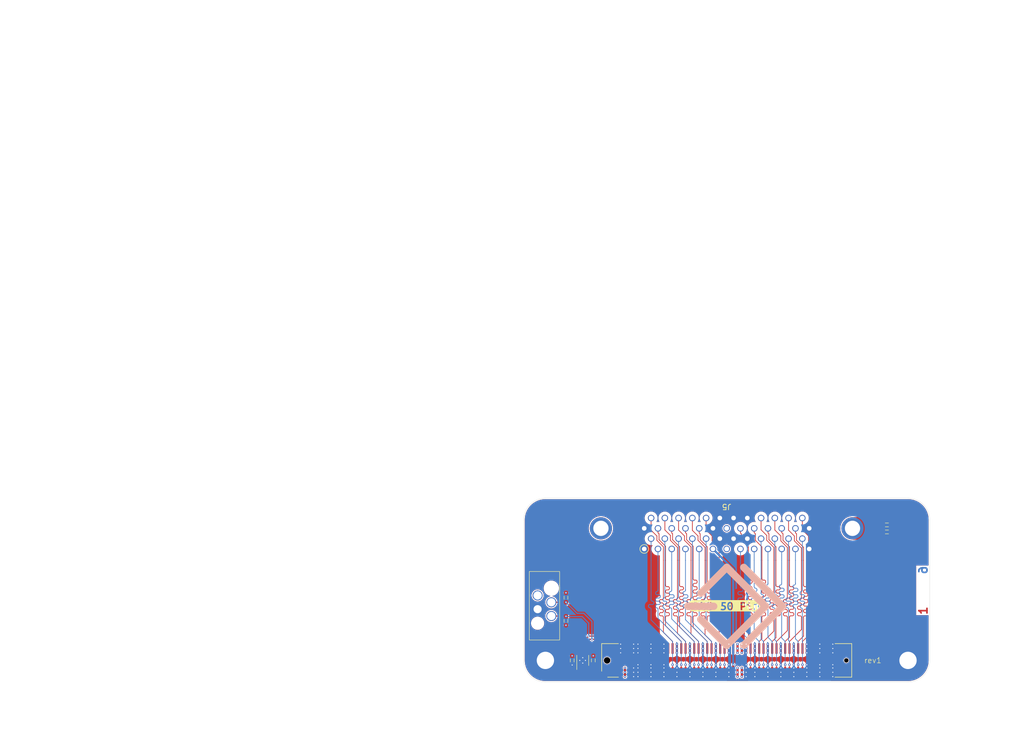
<source format=kicad_pcb>
(kicad_pcb (version 20240108) (generator "pcbnew") (generator_version "8.0")
  (title_block (title "Squishy - SCSI HVD HD 50 Connector Module") (date "2024-09-17") (rev "1") (company "Shrine Maiden Heavy Industries") (comment 1 "License: CERN-OHL-S") (comment 2 "© 2024 Aki 'lethalbit' Van Ness, et. al.") (comment 3 "No warranty expressed or implied") (comment 4 "Squishy - SCSI Multitool"))
  (layers (0 "F.Cu" signal) (1 "In1.Cu" signal) (2 "In2.Cu" signal) (3 "In3.Cu" signal) (4 "In4.Cu" signal) (31 "B.Cu" signal) (34 "B.Paste" user) (35 "F.Paste" user) (36 "B.SilkS" user "B.Silkscreen") (37 "F.SilkS" user "F.Silkscreen") (38 "B.Mask" user) (39 "F.Mask" user) (44 "Edge.Cuts" user))
  (net 0 "")
  (net 1 "GND")
  (net 4 "/PHY.ID_SCL")
  (net 5 "+3V3")
  (net 6 "/PHY.ID_SDA")
  (net 7 "/SHIELD")
  (net 8 "/CON.C{slash}D+")
  (net 9 "/CON.DB10-")
  (net 10 "/CON.DB4-")
  (net 11 "/CON.ACK+")
  (net 12 "/CON.TERMPWR")
  (net 13 "/CON.DP1+")
  (net 14 "/CON.BSY-")
  (net 15 "/CON.RST-")
  (net 16 "/CON.DB2-")
  (net 17 "/CON.BSY+")
  (net 18 "/CON.DB5+")
  (net 19 "/CON.ATN-")
  (net 20 "/CON.DP0+")
  (net 21 "/CON.SEL+")
  (net 22 "/CON.ATN+")
  (net 23 "/CON.DB9-")
  (net 24 "/CON.SEL-")
  (net 25 "/CON.DB9+")
  (net 26 "/CON.DB0-")
  (net 27 "/CON.DB11+")
  (net 28 "/CON.DB7+")
  (net 29 "/CON.DP1-")
  (net 30 "/CON.DB5-")
  (net 31 "/CON.REQ-")
  (net 32 "/CON.DB1-")
  (net 33 "/CON.DB13+")
  (net 34 "/CON.REQ+")
  (net 35 "/CON.DB3-")
  (net 36 "/CON.DB8+")
  (net 37 "/CON.DB13-")
  (net 38 "/CON.DB15-")
  (net 39 "/CON.MSG+")
  (net 40 "/CON.DB11-")
  (net 41 "/CON.DB12+")
  (net 42 "/CON.DB3+")
  (net 43 "/CON.ACK-")
  (net 44 "/CON.DIFFSENSE")
  (net 45 "/CON.I{slash}O+")
  (net 46 "/CON.I{slash}O-")
  (net 47 "/CON.DB4+")
  (net 48 "/CON.DB15+")
  (net 49 "/CON.DB6-")
  (net 50 "/CON.DB12-")
  (net 51 "/CON.RST+")
  (net 52 "/CON.DB8-")
  (net 53 "/CON.DB10+")
  (net 54 "/CON.MSG-")
  (net 55 "/CON.DB6+")
  (net 56 "/CON.C{slash}D-")
  (net 57 "/CON.DB7-")
  (net 58 "/CON.DB14+")
  (net 59 "/CON.DB1+")
  (net 60 "/CON.DP0-")
  (net 61 "/CON.DB2+")
  (net 62 "/CON.DB0+")
  (net 63 "Net-(U1-E0)")
  (net 64 "/CON.DB14-")
  (footprint "lethalbit-connectors:1014457-10x80xLF" (layer "F.Cu") (at 147.5 136 180)
    (property "Reference" "J1" (hide yes))
    (property "Value" "SCSI PHY Mezz")
  )
  (footprint "rhais_rcl:R0603" (layer "F.Cu") (at 117.8 128.7 90)
    (property "Reference" "R3")
    (property "Value" "4k7" (hide yes))
  )
  (footprint "rhais_rcl:R0603" (layer "F.Cu") (at 117.8 124.4 -90)
    (property "Reference" "R2")
    (property "Value" "4k7" (hide yes))
  )
  (footprint "kibuzzard-672C6174" (layer "F.Cu") (at 147.5 125.9)
    (property "Reference" "kibuzzard-672C6174" (hide yes))
    (property "Value" "G***" (hide yes))
  )
  (footprint "PCM_kikit:Tab" (layer "F.Cu") (at 185 131 180)
    (property "Reference" "REF**" (hide yes))
    (property "Value" "Tab")
  )
  (footprint "PCM_kikit:Tab" (layer "F.Cu") (at 174 140 90)
    (property "Reference" "REF**" (hide yes))
    (property "Value" "Tab")
  )
  (footprint "rhais_rcl:C0603" (layer "F.Cu") (at 118.95 136 90)
    (property "Reference" "C1")
    (property "Value" "100n" (hide yes))
  )
  (footprint "PCM_kikit:Tab" (layer "F.Cu") (at 121 106 -90)
    (property "Reference" "REF**" (hide yes))
    (property "Value" "Tab")
  )
  (footprint "MountingHole:MountingHole_3.2mm_M3_Pad" (layer "F.Cu") (at 181 136)
    (property "Reference" "H4" (hide yes))
    (property "Value" "MountingHole" (hide yes))
  )
  (footprint "rhais_rcl:R0603" (layer "F.Cu") (at 177.1 112.25 180)
    (property "Reference" "R4")
    (property "Value" "1M" (hide yes))
  )
  (footprint "PCM_kikit:Tab" (layer "F.Cu") (at 110 131)
    (property "Reference" "REF**" (hide yes))
    (property "Value" "Tab")
  )
  (footprint "rhais_rcl:C0603" (layer "F.Cu") (at 177.1 110.95)
    (property "Reference" "C2")
    (property "Value" "100n" (hide yes))
  )
  (footprint "PCM_kikit:Tab" (layer "F.Cu") (at 174 106 -90)
    (property "Reference" "REF**" (hide yes))
    (property "Value" "Tab")
  )
  (footprint "PCM_kikit:Tab" (layer "F.Cu") (at 110 115)
    (property "Reference" "REF**" (hide yes))
    (property "Value" "Tab")
  )
  (footprint "PCM_kikit:Tab" (layer "F.Cu") (at 185 115 180)
    (property "Reference" "REF**" (hide yes))
    (property "Value" "Tab")
  )
  (footprint "lethalbit-connectors: 5787082-5" (layer "F.Cu") (at 147.5 112.6 180)
    (property "Reference" "J5")
    (property "Value" "5787082-5" (hide yes))
  )
  (footprint "rhais_rcl:R0603" (layer "F.Cu") (at 122.85 136 90)
    (property "Reference" "R1")
    (property "Value" "10k" (hide yes))
  )
  (footprint "lethalbit-memory:ST_UFDFPN-8-1EP_2x3mm_P0.5mm_EP1.6x1.6mm" (layer "F.Cu") (at 120.9 136 90)
    (property "Reference" "U1")
    (property "Value" "M24C02-RMC" (hide yes))
  )
  (footprint "pkl_connectors_wuerth:490107670412-d" (layer "F.Cu") (at 112.56 123.99 90)
    (property "Reference" "J3")
    (property "Value" "Conn_01x04")
  )
  (footprint "MountingHole:MountingHole_3.2mm_M3_Pad" (layer "F.Cu") (at 114 136)
    (property "Reference" "H3" (hide yes))
    (property "Value" "MountingHole" (hide yes))
  )
  (footprint "PCM_kikit:Tab" (layer "F.Cu") (at 121 140 90)
    (property "Reference" "REF**" (hide yes))
    (property "Value" "Tab")
  )
  (gr_line (start 157.837753 126) (end 150.649999 118.8) (stroke (width 1.35) (color 255 255 255 1)) (layer "B.SilkS"))
  (gr_line (start 140.3 125.999999) (end 145.1 125.999999) (stroke (width 1.35) (color 253 253 253 1)) (layer "B.SilkS"))
  (gr_line (start 154.699999 125.999999) (end 147.5 118.8) (stroke (width 1.35) (color 255 255 255 1)) (layer "B.SilkS"))
  (gr_line (start 142.699999 128.4) (end 147.5 133.199999) (stroke (width 1.35) (color 255 255 255 1)) (layer "B.SilkS"))
  (gr_line (start 147.5 118.8) (end 142.699999 123.599999) (stroke (width 1.35) (color 255 255 255 1)) (layer "B.SilkS"))
  (gr_line (start 147.5 133.199999) (end 154.699999 125.999999) (stroke (width 1.35) (color 255 255 255 1)) (layer "B.SilkS"))
  (gr_line (start 150.649999 133.199999) (end 157.837753 126) (stroke (width 1.35) (color 255 255 255 1)) (layer "B.SilkS"))
  (gr_line (start 181 106) (end 114 106) (stroke (width 0.05)) (layer "Edge.Cuts"))
  (gr_line (start 114 140) (end 181 140) (stroke (width 0.05)) (layer "Edge.Cuts"))
  (gr_arc (start 110 110) (mid 111.171573 107.171573) (end 114 106) (stroke (width 0.05)) (layer "Edge.Cuts"))
  (gr_line (start 185 136) (end 185 110) (stroke (width 0.05)) (layer "Edge.Cuts"))
  (gr_arc (start 185 136) (mid 183.828427 138.828427) (end 181 140) (stroke (width 0.05)) (layer "Edge.Cuts"))
  (gr_arc (start 181 106) (mid 183.828427 107.171573) (end 185 110) (stroke (width 0.05)) (layer "Edge.Cuts"))
  (gr_line (start 110 136) (end 110 110) (stroke (width 0.05)) (layer "Edge.Cuts"))
  (gr_arc (start 114 140) (mid 111.171573 138.828427) (end 110 136) (stroke (width 0.05)) (layer "Edge.Cuts"))
  (gr_text "1" (at 184.7 126.8 90) (layer "F.Cu") (effects (font (size 1.5 1.5) (thickness 0.3) (bold yes)) (justify bottom)))
  (gr_text "6" (at 184.7 119.3 90) (layer "B.Cu") (effects (font (size 1.5 1.5) (thickness 0.3) (bold yes)) (justify bottom mirror)))
  (gr_text "rev1" (at 174.5 136 0) (layer "F.SilkS") (effects (font (size 1 1) (thickness 0.1))))
  (via (at 164.7 134.6) (size 0.45) (drill 0.2) (layers "F.Cu" "B.Cu") (net 1))
  (via (at 162.3 138.2) (size 0.45) (drill 0.2) (layers "F.Cu" "B.Cu") (net 1))
  (via (at 135.9 138.2) (size 0.45) (drill 0.2) (layers "F.Cu" "B.Cu") (net 1))
  (via (at 131.1 139) (size 0.45) (drill 0.2) (layers "F.Cu" "B.Cu") (net 1))
  (via (at 155.1 137.4) (size 0.45) (drill 0.2) (layers "F.Cu" "B.Cu") (net 1))
  (via (at 145.5 133.8) (size 0.45) (drill 0.2) (layers "F.Cu" "B.Cu") (net 1))
  (via (at 145.5 138.2) (size 0.45) (drill 0.2) (layers "F.Cu" "B.Cu") (net 1))
  (via (at 140.7 133) (size 0.45) (drill 0.2) (layers "F.Cu" "B.Cu") (net 1))
  (via (at 135.9 133.8) (size 0.45) (drill 0.2) (layers "F.Cu" "B.Cu") (net 1))
  (via (at 120.35 136) (size 0.45) (drill 0.2) (layers "F.Cu" "B.Cu") (net 1))
  (via (at 138.3 133.8) (size 0.45) (drill 0.2) (layers "F.Cu" "B.Cu") (net 1))
  (via (at 133.5 137.4) (size 0.45) (drill 0.2) (layers "F.Cu" "B.Cu") (net 1))
  (via (at 157.5 137.4) (size 0.45) (drill 0.2) (layers "F.Cu" "B.Cu") (net 1))
  (via (at 145.5 133) (size 0.45) (drill 0.2) (layers "F.Cu" "B.Cu") (net 1))
  (via (at 152.7 138.2) (size 0.45) (drill 0.2) (layers "F.Cu" "B.Cu") (net 1))
  (via (at 131.1 134.6) (size 0.45) (drill 0.2) (layers "F.Cu" "B.Cu") (net 1))
  (via (at 164.7 138.2) (size 0.45) (drill 0.2) (layers "F.Cu" "B.Cu") (net 1))
  (via (at 131.1 137.4) (size 0.45) (drill 0.2) (layers "F.Cu" "B.Cu") (net 1))
  (via (at 147.9 134.6) (size 0.45) (drill 0.2) (layers "F.Cu" "B.Cu") (net 1))
  (via (at 155.1 136.8) (size 0.45) (drill 0.2) (layers "F.Cu" "B.Cu") (net 1))
  (via (at 121.4 136) (size 0.45) (drill 0.2) (layers "F.Cu" "B.Cu") (net 1))
  (via (at 159.9 133) (size 0.45) (drill 0.2) (layers "F.Cu" "B.Cu") (net 1))
  (via (at 145.5 134.6) (size 0.45) (drill 0.2) (layers "F.Cu" "B.Cu") (net 1))
  (via (at 151.1 139) (size 0.45) (drill 0.2) (layers "F.Cu" "B.Cu") (net 1))
  (via (at 145.5 136.8) (size 0.45) (drill 0.2) (layers "F.Cu" "B.Cu") (net 1))
  (via (at 143.1 139) (size 0.45) (drill 0.2) (layers "F.Cu" "B.Cu") (net 1))
  (via (at 120.9 135.5) (size 0.45) (drill 0.2) (layers "F.Cu" "B.Cu") (net 1))
  (via (at 151.1 137.4) (size 0.45) (drill 0.2) (layers "F.Cu" "B.Cu") (net 1))
  (via (at 135.9 137.4) (size 0.45) (drill 0.2) (layers "F.Cu" "B.Cu") (net 1))
  (via (at 151.1 133.8) (size 0.45) (drill 0.2) (layers "F.Cu" "B.Cu") (net 1))
  (via (at 133.5 134.6) (size 0.45) (drill 0.2) (layers "F.Cu" "B.Cu") (net 1))
  (via (at 140.7 133.8) (size 0.45) (drill 0.2) (layers "F.Cu" "B.Cu") (net 1))
  (via (at 157.5 133.8) (size 0.45) (drill 0.2) (layers "F.Cu" "B.Cu") (net 1))
  (via (at 145.5 139) (size 0.45) (drill 0.2) (layers "F.Cu" "B.Cu") (net 1))
  (via (at 159.9 138.2) (size 0.45) (drill 0.2) (layers "F.Cu" "B.Cu") (net 1))
  (via (at 143.1 133) (size 0.45) (drill 0.2) (layers "F.Cu" "B.Cu") (net 1))
  (via (at 162.3 136.8) (size 0.45) (drill 0.2) (layers "F.Cu" "B.Cu") (net 1))
  (via (at 131.1 133) (size 0.45) (drill 0.2) (layers "F.Cu" "B.Cu") (net 1))
  (via (at 143.1 133.8) (size 0.45) (drill 0.2) (layers "F.Cu" "B.Cu") (net 1))
  (via (at 157.5 134.6) (size 0.45) (drill 0.2) (layers "F.Cu" "B.Cu") (net 1))
  (via (at 130.3 133.8) (size 0.45) (drill 0.2) (layers "F.Cu" "B.Cu") (net 1))
  (via (at 155.1 139) (size 0.45) (drill 0.2) (layers "F.Cu" "B.Cu") (net 1))
  (via (at 164.7 139) (size 0.45) (drill 0.2) (layers "F.Cu" "B.Cu") (net 1))
  (via (at 131.1 138.2) (size 0.45) (drill 0.2) (layers "F.Cu" "B.Cu") (net 1))
  (via (at 133.5 133.8) (size 0.45) (drill 0.2) (layers "F.Cu" "B.Cu") (net 1))
  (via (at 164.7 137.4) (size 0.45) (drill 0.2) (layers "F.Cu" "B.Cu") (net 1))
  (via (at 162.3 139) (size 0.45) (drill 0.2) (layers "F.Cu" "B.Cu") (net 1))
  (via (at 140.7 134.6) (size 0.45) (drill 0.2) (layers "F.Cu" "B.Cu") (net 1))
  (via (at 151.1 138.2) (size 0.45) (drill 0.2) (layers "F.Cu" "B.Cu") (net 1))
  (via (at 152.7 134.6) (size 0.45) (drill 0.2) (layers "F.Cu" "B.Cu") (net 1))
  (via (at 152.7 136.8) (size 0.45) (drill 0.2) (layers "F.Cu" "B.Cu") (net 1))
  (via (at 164.7 133.8) (size 0.45) (drill 0.2) (layers "F.Cu" "B.Cu") (net 1))
  (via (at 147.9 133.8) (size 0.45) (drill 0.2) (layers "F.Cu" "B.Cu") (net 1))
  (via (at 159.9 137.4) (size 0.45) (drill 0.2) (layers "F.Cu" "B.Cu") (net 1))
  (via (at 147.9 133) (size 0.45) (drill 0.2) (layers "F.Cu" "B.Cu") (net 1))
  (via (at 145.5 137.4) (size 0.45) (drill 0.2) (layers "F.Cu" "B.Cu") (net 1))
  (via (at 159.9 136.8) (size 0.45) (drill 0.2) (layers "F.Cu" "B.Cu") (net 1))
  (via (at 159.9 133.8) (size 0.45) (drill 0.2) (layers "F.Cu" "B.Cu") (net 1))
  (via (at 151.1 133) (size 0.45) (drill 0.2) (layers "F.Cu" "B.Cu") (net 1))
  (via (at 151.1 136.8) (size 0.45) (drill 0.2) (layers "F.Cu" "B.Cu") (net 1))
  (via (at 133.5 133) (size 0.45) (drill 0.2) (layers "F.Cu" "B.Cu") (net 1))
  (via (at 130.3 133) (size 0.45) (drill 0.2) (layers "F.Cu" "B.Cu") (net 1))
  (via (at 155.1 133) (size 0.45) (drill 0.2) (layers "F.Cu" "B.Cu") (net 1))
  (via (at 140.7 138.2) (size 0.45) (drill 0.2) (layers "F.Cu" "B.Cu") (net 1))
  (via (at 162.3 137.4) (size 0.45) (drill 0.2) (layers "F.Cu" "B.Cu") (net 1))
  (via (at 167.1 134.6) (size 0.45) (drill 0.2) (layers "F.Cu" "B.Cu") (net 1))
  (via (at 143.1 137.4) (size 0.45) (drill 0.2) (layers "F.Cu" "B.Cu") (net 1))
  (via (at 167.1 133) (size 0.45) (drill 0.2) (layers "F.Cu" "B.Cu") (net 1))
  (via (at 140.7 139) (size 0.45) (drill 0.2) (layers "F.Cu" "B.Cu") (net 1))
  (via (at 152.7 133) (size 0.45) (drill 0.2) (layers "F.Cu" "B.Cu") (net 1))
  (via (at 133.5 138.2) (size 0.45) (drill 0.2) (layers "F.Cu" "B.Cu") (net 1))
  (via (at 130.3 134.6) (size 0.45) (drill 0.2) (layers "F.Cu" "B.Cu") (net 1))
  (via (at 162.3 133.8) (size 0.45) (drill 0.2) (layers "F.Cu" "B.Cu") (net 1))
  (via (at 127.9 134.6) (size 0.45) (drill 0.2) (layers "F.Cu" "B.Cu") (net 1))
  (via (at 147.9 138.2) (size 0.45) (drill 0.2) (layers "F.Cu" "B.Cu") (net 1))
  (via (at 138.3 139) (size 0.45) (drill 0.2) (layers "F.Cu" "B.Cu") (net 1))
  (via (at 159.9 139) (size 0.45) (drill 0.2) (layers "F.Cu" "B.Cu") (net 1))
  (via (at 152.7 137.4) (size 0.45) (drill 0.2) (layers "F.Cu" "B.Cu") (net 1))
  (via (at 140.7 137.4) (size 0.45) (drill 0.2) (layers "F.Cu" "B.Cu") (net 1))
  (via (at 138.3 134.6) (size 0.45) (drill 0.2) (layers "F.Cu" "B.Cu") (net 1))
  (via (at 133.5 136.8) (size 0.45) (drill 0.2) (layers "F.Cu" "B.Cu") (net 1))
  (via (at 130.3 138.2) (size 0.45) (drill 0.2) (layers "F.Cu" "B.Cu") (net 1))
  (via (at 162.3 133) (size 0.45) (drill 0.2) (layers "F.Cu" "B.Cu") (net 1))
  (via (at 138.3 137.4) (size 0.45) (drill 0.2) (layers "F.Cu" "B.Cu") (net 1))
  (via (at 147.9 139) (size 0.45) (drill 0.2) (layers "F.Cu" "B.Cu") (net 1))
  (via (at 147.9 137.4) (size 0.45) (drill 0.2) (layers "F.Cu" "B.Cu") (net 1))
  (via (at 133.5 139) (size 0.45) (drill 0.2) (layers "F.Cu" "B.Cu") (net 1))
  (via (at 167.1 139) (size 0.45) (drill 0.2) (layers "F.Cu" "B.Cu") (net 1))
  (via (at 164.7 133) (size 0.45) (drill 0.2) (layers "F.Cu" "B.Cu") (net 1))
  (via (at 127.9 133.8) (size 0.45) (drill 0.2) (layers "F.Cu" "B.Cu") (net 1))
  (via (at 152.7 139) (size 0.45) (drill 0.2) (layers "F.Cu" "B.Cu") (net 1))
  (via (at 151.1 134.6) (size 0.45) (drill 0.2) (layers "F.Cu" "B.Cu") (net 1))
  (via (at 138.3 138.2) (size 0.45) (drill 0.2) (layers "F.Cu" "B.Cu") (net 1))
  (via (at 155.1 134.6) (size 0.45) (drill 0.2) (layers "F.Cu" "B.Cu") (net 1))
  (via (at 157.5 138.2) (size 0.45) (drill 0.2) (layers "F.Cu" "B.Cu") (net 1))
  (via (at 143.1 138.2) (size 0.45) (drill 0.2) (layers "F.Cu" "B.Cu") (net 1))
  (via (at 131.1 133.8) (size 0.45) (drill 0.2) (layers "F.Cu" "B.Cu") (net 1))
  (via (at 143.1 134.6) (size 0.45) (drill 0.2) (layers "F.Cu" "B.Cu") (net 1))
  (via (at 155.1 133.8) (size 0.45) (drill 0.2) (layers "F.Cu" "B.Cu") (net 1))
  (via (at 135.9 134.6) (size 0.45) (drill 0.2) (layers "F.Cu" "B.Cu") (net 1))
  (via (at 130.3 137.4) (size 0.45) (drill 0.2) (layers "F.Cu" "B.Cu") (net 1))
  (via (at 135.9 133) (size 0.45) (drill 0.2) (layers "F.Cu" "B.Cu") (net 1))
  (via (at 140.7 136.8) (size 0.45) (drill 0.2) (layers "F.Cu" "B.Cu") (net 1))
  (via (at 135.9 139) (size 0.45) (drill 0.2) (layers "F.Cu" "B.Cu") (net 1))
  (via (at 164.7 136.8) (size 0.45) (drill 0.2) (layers "F.Cu" "B.Cu") (net 1))
  (via (at 167.1 136.8) (size 0.45) (drill 0.2) (layers "F.Cu" "B.Cu") (net 1))
  (via (at 147.9 136.8) (size 0.45) (drill 0.2) (layers "F.Cu" "B.Cu") (net 1))
  (via (at 138.3 136.8) (size 0.45) (drill 0.2) (layers "F.Cu" "B.Cu") (net 1))
  (via (at 143.1 136.8) (size 0.45) (drill 0.2) (layers "F.Cu" "B.Cu") (net 1))
  (via (at 138.3 133) (size 0.45) (drill 0.2) (layers "F.Cu" "B.Cu") (net 1))
  (via (at 155.1 138.2) (size 0.45) (drill 0.2) (layers "F.Cu" "B.Cu") (net 1))
  (via (at 159.9 134.6) (size 0.45) (drill 0.2) (layers "F.Cu" "B.Cu") (net 1))
  (via (at 120.9 136.5) (size 0.45) (drill 0.2) (layers "F.Cu" "B.Cu") (net 1))
  (via (at 152.7 133.8) (size 0.45) (drill 0.2) (layers "F.Cu" "B.Cu") (net 1))
  (via (at 167.1 133.8) (size 0.45) (drill 0.2) (layers "F.Cu" "B.Cu") (net 1))
  (via (at 135.9 136.8) (size 0.45) (drill 0.2) (layers "F.Cu" "B.Cu") (net 1))
  (via (at 157.5 139) (size 0.45) (drill 0.2) (layers "F.Cu" "B.Cu") (net 1))
  (via (at 127.9 133) (size 0.45) (drill 0.2) (layers "F.Cu" "B.Cu") (net 1))
  (via (at 162.3 134.6) (size 0.45) (drill 0.2) (layers "F.Cu" "B.Cu") (net 1))
  (via (at 167.1 137.4) (size 0.45) (drill 0.2) (layers "F.Cu" "B.Cu") (net 1))
  (via (at 130.3 139) (size 0.45) (drill 0.2) (layers "F.Cu" "B.Cu") (net 1))
  (via (at 157.5 136.8) (size 0.45) (drill 0.2) (layers "F.Cu" "B.Cu") (net 1))
  (via (at 131.1 136.8) (size 0.45) (drill 0.2) (layers "F.Cu" "B.Cu") (net 1))
  (via (at 167.1 138.2) (size 0.45) (drill 0.2) (layers "F.Cu" "B.Cu") (net 1))
  (via (at 157.5 133) (size 0.45) (drill 0.2) (layers "F.Cu" "B.Cu") (net 1))
  (via (at 118.95 136.85) (size 0.45) (drill 0.2) (layers "F.Cu" "B.Cu") (net 1))
  (segment (start 117.4 127.8) (end 115.1 127.8) (width 0.2) (layer "F.Cu") (net 4))
  (segment (start 121.15 134.6) (end 121.15 132.35) (width 0.2) (layer "F.Cu") (net 4))
  (segment (start 128.5 131.5) (end 129.5 132.5) (width 0.2) (layer "F.Cu") (net 4))
  (segment (start 117.8 127.85) (end 117.45 127.85) (width 0.2) (layer "F.Cu") (net 4))
  (segment (start 122 131.5) (end 128.5 131.5) (width 0.2) (layer "F.Cu") (net 4))
  (segment (start 117.45 127.85) (end 117.4 127.8) (width 0.2) (layer "F.Cu") (net 4))
  (segment (start 121.15 132.35) (end 122 131.5) (width 0.2) (layer "F.Cu") (net 4))
  (segment (start 129.5 132.5) (end 129.5 133.8) (width 0.2) (layer "F.Cu") (net 4))
  (via (at 117.8 127.85) (size 0.45) (drill 0.2) (layers "F.Cu" "B.Cu") (net 4))
  (via (at 122 131.5) (size 0.45) (drill 0.2) (layers "F.Cu" "B.Cu") (net 4))
  (segment (start 120.8 127.9) (end 117.85 127.9) (width 0.2) (layer "B.Cu") (net 4))
  (segment (start 117.85 127.9) (end 117.8 127.85) (width 0.2) (layer "B.Cu") (net 4))
  (segment (start 122 129.1) (end 120.8 127.9) (width 0.2) (layer "B.Cu") (net 4))
  (segment (start 122 131.5) (end 122 129.1) (width 0.2) (layer "B.Cu") (net 4))
  (segment (start 120.149999 134.6) (end 119.5 134.6) (width 0.3) (layer "F.Cu") (net 5))
  (segment (start 119.5 134.6) (end 118.95 135.15) (width 0.3) (layer "F.Cu") (net 5))
  (via (at 128.7 138.2) (size 0.45) (drill 0.2) (layers "F.Cu" "B.Cu") (net 5))
  (via (at 117.8 123.5) (size 0.45) (drill 0.2) (layers "F.Cu" "B.Cu") (net 5))
  (via (at 117.8 129.5) (size 0.45) (drill 0.2) (layers "F.Cu" "B.Cu") (net 5))
  (via (at 118.95 135.15) (size 0.45) (drill 0.2) (layers "F.Cu" "B.Cu") (net 5))
  (via (at 128.7 139) (size 0.45) (drill 0.2) (layers "F.Cu" "B.Cu") (net 5))
  (via (at 128.7 137.4) (size 0.45) (drill 0.2) (layers "F.Cu" "B.Cu") (net 5))
  (via (at 122.85 135.15) (size 0.45) (drill 0.2) (layers "F.Cu" "B.Cu") (net 5))
  (segment (start 122.1 132.1) (end 121.650001 132.549999) (width 0.2) (layer "F.Cu") (net 6))
  (segment (start 128.7 132.5) (end 128.3 132.1) (width 0.2) (layer "F.Cu") (net 6))
  (segment (start 121.650001 132.549999) (end 121.650001 134.6) (width 0.2) (layer "F.Cu") (net 6))
  (segment (start 117.8 125.25) (end 115.11 125.25) (width 0.2) (layer "F.Cu") (net 6))
  (segment (start 122.4 132.1) (end 122.1 132.1) (width 0.2) (layer "F.Cu") (net 6))
  (segment (start 115.11 125.25) (end 115.1 125.26) (width 0.2) (layer "F.Cu") (net 6))
  (segment (start 128.7 133.800001) (end 128.7 132.5) (width 0.2) (layer "F.Cu") (net 6))
  (segment (start 128.3 132.1) (end 122.4 132.1) (width 0.2) (layer "F.Cu") (net 6))
  (via (at 117.8 125.25) (size 0.45) (drill 0.2) (layers "F.Cu" "B.Cu") (net 6))
  (via (at 122.6 132.1) (size 0.45) (drill 0.2) (layers "F.Cu" "B.Cu") (net 6))
  (segment (start 122.6 128.8) (end 121.1 127.3) (width 0.2) (layer "B.Cu") (net 6))
  (segment (start 119.85 127.3) (end 117.8 125.25) (width 0.2) (layer "B.Cu") (net 6))
  (segment (start 122.6 132.1) (end 122.6 128.8) (width 0.2) (layer "B.Cu") (net 6))
  (segment (start 121.1 127.3) (end 119.85 127.3) (width 0.2) (layer "B.Cu") (net 6))
  (segment (start 159.1 138.2) (end 159.1 136.8) (width 0.1275) (layer "F.Cu") (net 8))
  (via (at 159.1 136.8) (size 0.45) (drill 0.2) (layers "F.Cu" "B.Cu") (net 8))
  (segment (start 159.424678 125.42) (end 159.424678 125.3) (width 0.1275) (layer "B.Cu") (net 8))
  (segment (start 159.184678 123.86) (end 159.17 123.86) (width 0.1275) (layer "B.Cu") (net 8))
  (segment (start 158.435345 124.82) (end 158.435345 124.7) (width 0.1275) (layer "B.Cu") (net 8))
  (segment (start 159.1 136.8) (end 159.1 132.5) (width 0.1275) (layer "B.Cu") (net 8))
  (segment (start 158.435345 126.02) (end 158.435345 125.9) (width 0.1275) (layer "B.Cu") (net 8))
  (segment (start 158.69 126.26) (end 158.675345 126.26) (width 0.1275) (layer "B.Cu") (net 8))
  (segment (start 158.93 125.66) (end 159.184678 125.66) (width 0.1275) (layer "B.Cu") (net 8))
  (segment (start 159.424678 124.22) (end 159.424678 124.1) (width 0.1275) (layer "B.Cu") (net 8))
  (segment (start 159.1 132.5) (end 158.93 132.33) (width 0.1275) (layer "B.Cu") (net 8))
  (segment (start 158.675345 125.66) (end 158.69 125.66) (width 0.1275) (layer "B.Cu") (net 8))
  (segment (start 158.675345 124.46) (end 158.93 124.46) (width 0.1275) (layer "B.Cu") (net 8))
  (segment (start 158.93 132.33) (end 158.93 126.5) (width 0.1275) (layer "B.Cu") (net 8))
  (segment (start 159.17 124.46) (end 159.184678 124.46) (width 0.1275) (layer "B.Cu") (net 8))
  (segment (start 158.93 124.46) (end 159.17 124.46) (width 0.1275) (layer "B.Cu") (net 8))
  (segment (start 158.93 123.62) (end 158.93 123.5) (width 0.1275) (layer "B.Cu") (net 8))
  (segment (start 158.69 125.66) (end 158.93 125.66) (width 0.1275) (layer "B.Cu") (net 8))
  (segment (start 158.93 125.06) (end 158.675345 125.06) (width 0.1275) (layer "B.Cu") (net 8))
  (segment (start 158.93 117.5) (end 158.93 113.488999) (width 0.1275) (layer "B.Cu") (net 8))
  (segment (start 159.184678 125.06) (end 158.93 125.06) (width 0.1275) (layer "B.Cu") (net 8))
  (segment (start 158.93 123.5) (end 158.93 117.5) (width 0.1275) (layer "B.Cu") (net 8))
  (arc (start 159.424678 125.3) (mid 159.354384 125.130294) (end 159.184678 125.06) (width 0.1275) (layer "B.Cu") (net 8))
  (arc (start 158.93 126.5) (mid 158.859706 126.330294) (end 158.69 126.26) (width 0.1275) (layer "B.Cu") (net 8))
  (arc (start 159.184678 125.66) (mid 159.354384 125.589706) (end 159.424678 125.42) (width 0.1275) (layer "B.Cu") (net 8))
  (arc (start 158.435345 125.9) (mid 158.505639 125.730294) (end 158.675345 125.66) (width 0.1275) (layer "B.Cu") (net 8))
  (arc (start 159.184678 124.46) (mid 159.354384 124.389706) (end 159.424678 124.22) (width 0.1275) (layer "B.Cu") (net 8))
  (arc (start 158.435345 124.7) (mid 158.505639 124.530294) (end 158.675345 124.46) (width 0.1275) (layer "B.Cu") (net 8))
  (arc (start 159.424678 124.1) (mid 159.354384 123.930294) (end 159.184678 123.86) (width 0.1275) (layer "B.Cu") (net 8))
  (arc (start 158.675345 125.06) (mid 158.505639 124.989706) (end 158.435345 124.82) (width 0.1275) (layer "B.Cu") (net 8))
  (arc (start 159.17 123.86) (mid 159.000294 123.789706) (end 158.93 123.62) (width 0.1275) (layer "B.Cu") (net 8))
  (arc (start 158.675345 126.26) (mid 158.505639 126.189706) (end 158.435345 126.02) (width 0.1275) (layer "B.Cu") (net 8))
  (segment (start 139.7 113) (end 138.610001 111.910001) (width 0.1275) (layer "F.Cu") (net 10))
  (segment (start 140.140843 125.12) (end 140.140843 125) (width 0.1275) (layer "F.Cu") (net 10))
  (segment (start 139.7 113.8) (end 139.7 113) (width 0.1275) (layer "F.Cu") (net 10))
  (segment (start 140.9 115) (end 139.7 113.8) (width 0.1275) (layer "F.Cu") (net 10))
  (segment (start 140.140852 126.32) (end 140.140852 126.2) (width 0.1275) (layer "F.Cu") (net 10))
  (segment (start 140.140854 127.52) (end 140.140854 127.4) (width 0.1275) (layer "F.Cu") (net 10))
  (segment (start 142.3 132.5) (end 140.9 131.1) (width 0.1275) (layer "F.Cu") (net 10))
  (segment (start 140.66 125.36) (end 140.380843 125.36) (width 0.1275) (layer "F.Cu") (net 10))
  (segment (start 140.9 131.1) (end 140.9 128) (width 0.1275) (layer "F.Cu") (net 10))
  (segment (start 140.9 126.92) (end 140.9 126.8) (width 0.1275) (layer "F.Cu") (net 10))
  (segment (start 142.3 133.8) (end 142.3 132.5) (width 0.1275) (layer "F.Cu") (net 10))
  (segment (start 140.66 126.56) (end 140.380852 126.56) (width 0.1275) (layer "F.Cu") (net 10))
  (segment (start 140.380843 124.76) (end 140.66 124.76) (width 0.1275) (layer "F.Cu") (net 10))
  (segment (start 140.380852 125.96) (end 140.66 125.96) (width 0.1275) (layer "F.Cu") (net 10))
  (segment (start 140.9 124.52) (end 140.9 124.4) (width 0.1275) (layer "F.Cu") (net 10))
  (segment (start 140.9 124.4) (end 140.9 117.5) (width 0.1275) (layer "F.Cu") (net 10))
  (segment (start 140.380854 127.16) (end 140.66 127.16) (width 0.1275) (layer "F.Cu") (net 10))
  (segment (start 140.66 127.76) (end 140.380854 127.76) (width 0.1275) (layer "F.Cu") (net 10))
  (segment (start 138.610001 111.910001) (end 138.610001 109.679001) (width 0.1275) (layer "F.Cu") (net 10))
  (segment (start 140.9 125.72) (end 140.9 125.6) (width 0.1275) (layer "F.Cu") (net 10))
  (segment (start 140.9 117.5) (end 140.9 115) (width 0.1275) (layer "F.Cu") (net 10))
  (arc (start 140.380852 126.56) (mid 140.211146 126.489706) (end 140.140852 126.32) (width 0.1275) (layer "F.Cu") (net 10))
  (arc (start 140.140843 125) (mid 140.211137 124.830294) (end 140.380843 124.76) (width 0.1275) (layer "F.Cu") (net 10))
  (arc (start 140.66 127.16) (mid 140.829706 127.089706) (end 140.9 126.92) (width 0.1275) (layer "F.Cu") (net 10))
  (arc (start 140.140852 126.2) (mid 140.211146 126.030294) (end 140.380852 125.96) (width 0.1275) (layer "F.Cu") (net 10))
  (arc (start 140.66 125.96) (mid 140.829706 125.889706) (end 140.9 125.72) (width 0.1275) (layer "F.Cu") (net 10))
  (arc (start 140.380854 127.76) (mid 140.211148 127.689706) (end 140.140854 127.52) (width 0.1275) (layer "F.Cu") (net 10))
  (arc (start 140.380843 125.36) (mid 140.211137 125.289706) (end 140.140843 125.12) (width 0.1275) (layer "F.Cu") (net 10))
  (arc (start 140.9 126.8) (mid 140.829706 126.630294) (end 140.66 126.56) (width 0.1275) (layer "F.Cu") (net 10))
  (arc (start 140.9 125.6) (mid 140.829706 125.430294) (end 140.66 125.36) (width 0.1275) (layer "F.Cu") (net 10))
  (arc (start 140.66 124.76) (mid 140.829706 124.689706) (end 140.9 124.52) (width 0.1275) (layer "F.Cu") (net 10))
  (arc (start 140.140854 127.4) (mid 140.211148 127.230294) (end 140.380854 127.16) (width 0.1275) (layer "F.Cu") (net 10))
  (arc (start 140.9 128) (mid 140.829706 127.830294) (end 140.66 127.76) (width 0.1275) (layer "F.Cu") (net 10))
  (segment (start 154.3 138.2) (end 154.3 136.8) (width 0.1275) (layer "F.Cu") (net 11))
  (via (at 154.3 136.8) (size 0.45) (drill 0.2) (layers "F.Cu" "B.Cu") (net 11))
  (segment (start 153.609828 124.46) (end 153.850001 124.46) (width 0.1275) (layer "B.Cu") (net 11))
  (segment (start 153.850001 125.06) (end 153.609828 125.06) (width 0.1275) (layer "B.Cu") (net 11))
  (segment (start 153.610001 126.26) (end 153.609828 126.26) (width 0.1275) (layer "B.Cu") (net 11))
  (segment (start 154.3 132.5) (end 153.850001 132.050001) (width 0.1275) (layer "B.Cu") (net 11))
  (segment (start 153.369828 126.02) (end 153.369828 125.9) (width 0.1275) (layer "B.Cu") (net 11))
  (segment (start 154.090001 124.46) (end 154.090151 124.46) (width 0.1275) (layer "B.Cu") (net 11))
  (segment (start 154.090151 123.86) (end 154.090001 123.86) (width 0.1275) (layer "B.Cu") (net 11))
  (segment (start 153.850001 124.46) (end 154.090001 124.46) (width 0.1275) (layer "B.Cu") (net 11))
  (segment (start 154.3 136.8) (end 154.3 132.5) (width 0.1275) (layer "B.Cu") (net 11))
  (segment (start 153.850001 125.66) (end 154.090174 125.66) (width 0.1275) (layer "B.Cu") (net 11))
  (segment (start 153.850001 132.050001) (end 153.850001 126.5) (width 0.1275) (layer "B.Cu") (net 11))
  (segment (start 153.609828 125.66) (end 153.610001 125.66) (width 0.1275) (layer "B.Cu") (net 11))
  (segment (start 154.330174 125.42) (end 154.330174 125.3) (width 0.1275) (layer "B.Cu") (net 11))
  (segment (start 153.850001 117.5) (end 153.850001 113.488999) (width 0.1275) (layer "B.Cu") (net 11))
  (segment (start 154.090174 125.06) (end 153.850001 125.06) (width 0.1275) (layer "B.Cu") (net 11))
  (segment (start 153.850001 123.5) (end 153.850001 117.5) (width 0.1275) (layer "B.Cu") (net 11))
  (segment (start 153.610001 125.66) (end 153.850001 125.66) (width 0.1275) (layer "B.Cu") (net 11))
  (segment (start 154.330151 124.22) (end 154.330151 124.1) (width 0.1275) (layer "B.Cu") (net 11))
  (segment (start 153.850001 123.62) (end 153.850001 123.5) (width 0.1275) (layer "B.Cu") (net 11))
  (segment (start 153.369828 124.82) (end 153.369828 124.7) (width 0.1275) (layer "B.Cu") (net 11))
  (arc (start 154.090001 123.86) (mid 153.920295 123.789706) (end 153.850001 123.62) (width 0.1275) (layer "B.Cu") (net 11))
  (arc (start 154.090174 125.66) (mid 154.25988 125.589706) (end 154.330174 125.42) (width 0.1275) (layer "B.Cu") (net 11))
  (arc (start 153.609828 125.06) (mid 153.440122 124.989706) (end 153.369828 124.82) (width 0.1275) (layer "B.Cu") (net 11))
  (arc (start 153.609828 126.26) (mid 153.440122 126.189706) (end 153.369828 126.02) (width 0.1275) (layer "B.Cu") (net 11))
  (arc (start 153.850001 126.5) (mid 153.779707 126.330294) (end 153.610001 126.26) (width 0.1275) (layer "B.Cu") (net 11))
  (arc (start 153.369828 124.7) (mid 153.440122 124.530294) (end 153.609828 124.46) (width 0.1275) (layer "B.Cu") (net 11))
  (arc (start 153.369828 125.9) (mid 153.440122 125.730294) (end 153.609828 125.66) (width 0.1275) (layer "B.Cu") (net 11))
  (arc (start 154.090151 124.46) (mid 154.259857 124.389706) (end 154.330151 124.22) (width 0.1275) (layer "B.Cu") (net 11))
  (arc (start 154.330151 124.1) (mid 154.259857 123.930294) (end 154.090151 123.86) (width 0.1275) (layer "B.Cu") (net 11))
  (arc (start 154.330174 125.3) (mid 154.25988 125.130294) (end 154.090174 125.06) (width 0.1275) (layer "B.Cu") (net 11))
  (via (at 149.5 134.6) (size 0.45) (drill 0.2) (layers "F.Cu" "B.Cu") (net 12))
  (via (at 150.3 137.4) (size 0.45) (drill 0.2) (layers "F.Cu" "B.Cu") (net 12))
  (via (at 150.3 134.6) (size 0.45) (drill 0.2) (layers "F.Cu" "B.Cu") (net 12))
  (via (at 150.3 133.8) (size 0.45) (drill 0.2) (layers "F.Cu" "B.Cu") (net 12))
  (via (at 149.5 133) (size 0.45) (drill 0.2) (layers "F.Cu" "B.Cu") (net 12))
  (via (at 149.5 133.8) (size 0.45) (drill 0.2) (layers "F.Cu" "B.Cu") (net 12))
  (via (at 150.3 133) (size 0.45) (drill 0.2) (layers "F.Cu" "B.Cu") (net 12))
  (via (at 149.5 138.2) (size 0.45) (drill 0.2) (layers "F.Cu" "B.Cu") (net 12))
  (via (at 149.5 137.4) (size 0.45) (drill 0.2) (layers "F.Cu" "B.Cu") (net 12))
  (via (at 149.5 139) (size 0.45) (drill 0.2) (layers "F.Cu" "B.Cu") (net 12))
  (via (at 150.3 139) (size 0.45) (drill 0.2) (layers "F.Cu" "B.Cu") (net 12))
  (via (at 150.3 138.2) (size 0.45) (drill 0.2) (layers "F.Cu" "B.Cu") (net 12))
  (segment (start 154.462432 123.56) (end 154.24 123.56) (width 0.1275) (layer "F.Cu") (net 14))
  (segment (start 154.702432 126.32) (end 154.702432 126.2) (width 0.1275) (layer "F.Cu") (net 14))
  (segment (start 153.5 132.5) (end 154 132) (width 0.1275) (layer "F.Cu") (net 14))
  (segment (start 154.24 125.36) (end 154.462432 125.36) (width 0.1275) (layer "F.Cu") (net 14))
  (segment (start 152.8 113.8) (end 152.8 112.6) (width 0.1275) (layer "F.Cu") (net 14))
  (segment (start 154.24 126.56) (end 154.462432 126.56) (width 0.1275) (layer "F.Cu") (net 14))
  (segment (start 154 132) (end 154 128) (width 0.1275) (layer "F.Cu") (net 14))
  (segment (start 154.702432 123.92) (end 154.702432 123.8) (width 0.1275) (layer "F.Cu") (net 14))
  (segment (start 154.702432 127.52) (end 154.702432 127.4) (width 0.1275) (layer "F.Cu") (net 14))
  (segment (start 154 117.5) (end 154 115) (width 0.1275) (layer "F.Cu") (net 14))
  (segment (start 154.462442 121.16) (end 154.24 121.16) (width 0.1275) (layer "F.Cu") (net 14))
  (segment (start 154 123.32) (end 154 123.2) (width 0.1275) (layer "F.Cu") (net 14))
  (segment (start 154.24 127.76) (end 154.462432 127.76) (width 0.1275) (layer "F.Cu") (net 14))
  (segment (start 154.24 124.16) (end 154.462432 124.16) (width 0.1275) (layer "F.Cu") (net 14))
  (segment (start 154.462432 122.36) (end 154.24 122.36) (width 0.1275) (layer "F.Cu") (net 14))
  (segment (start 154.702432 125.12) (end 154.702432 125) (width 0.1275) (layer "F.Cu") (net 14))
  (segment (start 154 124.52) (end 154 124.4) (width 0.1275) (layer "F.Cu") (net 14))
  (segment (start 154 126.92) (end 154 126.8) (width 0.1275) (layer "F.Cu") (net 14))
  (segment (start 152.58 112.38) (end 152.58 111.584001) (width 0.1275) (layer "F.Cu") (net 14))
  (segment (start 154 115) (end 152.8 113.8) (width 0.1275) (layer "F.Cu") (net 14))
  (segment (start 154.24 122.96) (end 154.462432 122.96) (width 0.1275) (layer "F.Cu") (net 14))
  (segment (start 154 125.72) (end 154 125.6) (width 0.1275) (layer "F.Cu") (net 14))
  (segment (start 152.8 112.6) (end 152.58 112.38) (width 0.1275) (layer "F.Cu") (net 14))
  (segment (start 154.462432 124.76) (end 154.24 124.76) (width 0.1275) (layer "F.Cu") (net 14))
  (segment (start 154.462432 125.96) (end 154.24 125.96) (width 0.1275) (layer "F.Cu") (net 14))
  (segment (start 154 122.12) (end 154 122) (width 0.1275) (layer "F.Cu") (net 14))
  (segment (start 154.702442 121.52) (end 154.702442 121.4) (width 0.1275) (layer "F.Cu") (net 14))
  (segment (start 154.462432 127.16) (end 154.24 127.16) (width 0.1275) (layer "F.Cu") (net 14))
  (segment (start 154.702432 122.72) (end 154.702432 122.6) (width 0.1275) (layer "F.Cu") (net 14))
  (segment (start 153.5 133.8) (end 153.5 132.5) (width 0.1275) (layer "F.Cu") (net 14))
  (segment (start 154.24 121.76) (end 154.462442 121.76) (width 0.1275) (layer "F.Cu") (net 14))
  (segment (start 154 120.92) (end 154 120.8) (width 0.1275) (layer "F.Cu") (net 14))
  (segment (start 154 120.8) (end 154 117.5) (width 0.1275) (layer "F.Cu") (net 14))
  (arc (start 154.24 121.16) (mid 154.070294 121.089706) (end 154 120.92) (width 0.1275) (layer "F.Cu") (net 14))
  (arc (start 154.702442 121.4) (mid 154.632148 121.230294) (end 154.462442 121.16) (width 0.1275) (layer "F.Cu") (net 14))
  (arc (start 154.702432 123.8) (mid 154.632138 123.630294) (end 154.462432 123.56) (width 0.1275) (layer "F.Cu") (net 14))
  (arc (start 154.702432 126.2) (mid 154.632138 126.030294) (end 154.462432 125.96) (width 0.1275) (layer "F.Cu") (net 14))
  (arc (start 154.24 123.56) (mid 154.070294 123.489706) (end 154 123.32) (width 0.1275) (layer "F.Cu") (net 14))
  (arc (start 154 128) (mid 154.070294 127.830294) (end 154.24 127.76) (width 0.1275) (layer "F.Cu") (net 14))
  (arc (start 154.462432 125.36) (mid 154.632138 125.289706) (end 154.702432 125.12) (width 0.1275) (layer "F.Cu") (net 14))
  (arc (start 154.24 122.36) (mid 154.070294 122.289706) (end 154 122.12) (width 0.1275) (layer "F.Cu") (net 14))
  (arc (start 154.702432 127.4) (mid 154.632138 127.230294) (end 154.462432 127.16) (width 0.1275) (layer "F.Cu") (net 14))
  (arc (start 154.462432 127.76) (mid 154.632138 127.689706) (end 154.702432 127.52) (width 0.1275) (layer "F.Cu") (net 14))
  (arc (start 154.462432 126.56) (mid 154.632138 126.489706) (end 154.702432 126.32) (width 0.1275) (layer "F.Cu") (net 14))
  (arc (start 154.24 125.96) (mid 154.070294 125.889706) (end 154 125.72) (width 0.1275) (layer "F.Cu") (net 14))
  (arc (start 154.462442 121.76) (mid 154.632148 121.689706) (end 154.702442 121.52) (width 0.1275) (layer "F.Cu") (net 14))
  (arc (start 154 123.2) (mid 154.070294 123.030294) (end 154.24 122.96) (width 0.1275) (layer "F.Cu") (net 14))
  (arc (start 154 126.8) (mid 154.070294 126.630294) (end 154.24 126.56) (width 0.1275) (layer "F.Cu") (net 14))
  (arc (start 154 125.6) (mid 154.070294 125.430294) (end 154.24 125.36) (width 0.1275) (layer "F.Cu") (net 14))
  (arc (start 154.24 124.76) (mid 154.070294 124.689706) (end 154 124.52) (width 0.1275) (layer "F.Cu") (net 14))
  (arc (start 154 124.4) (mid 154.070294 124.230294) (end 154.24 124.16) (width 0.1275) (layer "F.Cu") (net 14))
  (arc (start 154.702432 125) (mid 154.632138 124.830294) (end 154.462432 124.76) (width 0.1275) (layer "F.Cu") (net 14))
  (arc (start 154.462432 122.96) (mid 154.632138 122.889706) (end 154.702432 122.72) (width 0.1275) (layer "F.Cu") (net 14))
  (arc (start 154 122) (mid 154.070294 121.830294) (end 154.24 121.76) (width 0.1275) (layer "F.Cu") (net 14))
  (arc (start 154.702432 122.6) (mid 154.632138 122.430294) (end 154.462432 122.36) (width 0.1275) (layer "F.Cu") (net 14))
  (arc (start 154.24 127.16) (mid 154.070294 127.089706) (end 154 126.92) (width 0.1275) (layer "F.Cu") (net 14))
  (arc (start 154.462432 124.16) (mid 154.632138 124.089706) (end 154.702432 123.92) (width 0.1275) (layer "F.Cu") (net 14))
  (segment (start 157.390948 127.52) (end 157.390948 127.4) (width 0.1275) (layer "F.Cu") (net 15))
  (segment (start 157.150948 122.36) (end 156.84 122.36) (width 0.1275) (layer "F.Cu") (net 15))
  (segment (start 156.84 125.36) (end 157.150948 125.36) (width 0.1275) (layer "F.Cu") (net 15))
  (segment (start 156.84 127.76) (end 157.150948 127.76) (width 0.1275) (layer "F.Cu") (net 15))
  (segment (start 157.390948 126.32) (end 157.390948 126.2) (width 0.1275) (layer "F.Cu") (net 15))
  (segment (start 156.6 122.12) (end 156.6 122) (width 0.1275) (layer "F.Cu") (net 15))
  (segment (start 157.390948 122.72) (end 157.390948 122.6) (width 0.1275) (layer "F.Cu") (net 15))
  (segment (start 157.150948 123.56) (end 156.84 123.56) (width 0.1275) (layer "F.Cu") (net 15))
  (segment (start 156.84 124.16) (end 157.150948 124.16) (width 0.1275) (layer "F.Cu") (net 15))
  (segment (start 155.119998 112.419998) (end 155.119998 111.584) (width 0.1275) (layer "F.Cu") (net 15))
  (segment (start 156.6 126.92) (end 156.6 126.8) (width 0.1275) (layer "F.Cu") (net 15))
  (segment (start 157.390948 125.12) (end 157.390948 125) (width 0.1275) (layer "F.Cu") (net 15))
  (segment (start 155.9 133.8) (end 155.9 132.5) (width 0.1275) (layer "F.Cu") (net 15))
  (segment (start 157.150948 127.16) (end 156.84 127.16) (width 0.1275) (layer "F.Cu") (net 15))
  (segment (start 157.150948 124.76) (end 156.84 124.76) (width 0.1275) (layer "F.Cu") (net 15))
  (segment (start 155.9 132.5) (end 156.6 131.8) (width 0.1275) (layer "F.Cu") (net 15))
  (segment (start 155.3 112.6) (end 155.119998 112.419998) (width 0.1275) (layer "F.Cu") (net 15))
  (segment (start 156.6 122) (end 156.6 117.5) (width 0.1275) (layer "F.Cu") (net 15))
  (segment (start 156.6 125.72) (end 156.6 125.6) (width 0.1275) (layer "F.Cu") (net 15))
  (segment (start 156.6 115) (end 155.3 113.7) (width 0.1275) (layer "F.Cu") (net 15))
  (segment (start 157.150948 125.96) (end 156.84 125.96) (width 0.1275) (layer "F.Cu") (net 15))
  (segment (start 156.6 117.5) (end 156.6 115) (width 0.1275) (layer "F.Cu") (net 15))
  (segment (start 156.6 124.52) (end 156.6 124.4) (width 0.1275) (layer "F.Cu") (net 15))
  (segment (start 155.3 113.7) (end 155.3 112.6) (width 0.1275) (layer "F.Cu") (net 15))
  (segment (start 156.6 131.8) (end 156.6 128) (width 0.1275) (layer "F.Cu") (net 15))
  (segment (start 156.6 123.32) (end 156.6 123.2) (width 0.1275) (layer "F.Cu") (net 15))
  (segment (start 157.390948 123.92) (end 157.390948 123.8) (width 0.1275) (layer "F.Cu") (net 15))
  (segment (start 156.84 126.56) (end 157.150948 126.56) (width 0.1275) (layer "F.Cu") (net 15))
  (segment (start 156.84 122.96) (end 157.150948 122.96) (width 0.1275) (layer "F.Cu") (net 15))
  (arc (start 157.390948 123.8) (mid 157.320654 123.630294) (end 157.150948 123.56) (width 0.1275) (layer "F.Cu") (net 15))
  (arc (start 156.6 128) (mid 156.670294 127.830294) (end 156.84 127.76) (width 0.1275) (layer "F.Cu") (net 15))
  (arc (start 156.84 127.16) (mid 156.670294 127.089706) (end 156.6 126.92) (width 0.1275) (layer "F.Cu") (net 15))
  (arc (start 156.6 125.6) (mid 156.670294 125.430294) (end 156.84 125.36) (width 0.1275) (layer "F.Cu") (net 15))
  (arc (start 156.6 123.2) (mid 156.670294 123.030294) (end 156.84 122.96) (width 0.1275) (layer "F.Cu") (net 15))
  (arc (start 157.150948 127.76) (mid 157.320654 127.689706) (end 157.390948 127.52) (width 0.1275) (layer "F.Cu") (net 15))
  (arc (start 157.150948 126.56) (mid 157.320654 126.489706) (end 157.390948 126.32) (width 0.1275) (layer "F.Cu") (net 15))
  (arc (start 157.150948 125.36) (mid 157.320654 125.289706) (end 157.390948 125.12) (width 0.1275) (layer "F.Cu") (net 15))
  (arc (start 156.84 122.36) (mid 156.670294 122.289706) (end 156.6 122.12) (width 0.1275) (layer "F.Cu") (net 15))
  (arc (start 156.84 124.76) (mid 156.670294 124.689706) (end 156.6 124.52) (width 0.1275) (layer "F.Cu") (net 15))
  (arc (start 157.150948 124.16) (mid 157.320654 124.089706) (end 157.390948 123.92) (width 0.1275) (layer "F.Cu") (net 15))
  (arc (start 157.390948 127.4) (mid 157.320654 127.230294) (end 157.150948 127.16) (width 0.1275) (layer "F.Cu") (net 15))
  (arc (start 157.390948 125) (mid 157.320654 124.830294) (end 157.150948 124.76) (width 0.1275) (layer "F.Cu") (net 15))
  (arc (start 156.84 125.96) (mid 156.670294 125.889706) (end 156.6 125.72) (width 0.1275) (layer "F.Cu") (net 15))
  (arc (start 156.6 124.4) (mid 156.670294 124.230294) (end 156.84 124.16) (width 0.1275) (layer "F.Cu") (net 15))
  (arc (start 156.6 126.8) (mid 156.670294 126.630294) (end 156.84 126.56) (width 0.1275) (layer "F.Cu") (net 15))
  (arc (start 156.84 123.56) (mid 156.670294 123.489706) (end 156.6 123.32) (width 0.1275) (layer "F.Cu") (net 15))
  (arc (start 157.150948 122.96) (mid 157.320654 122.889706) (end 157.390948 122.72) (width 0.1275) (layer "F.Cu") (net 15))
  (arc (start 157.390948 122.6) (mid 157.320654 122.430294) (end 157.150948 122.36) (width 0.1275) (layer "F.Cu") (net 15))
  (arc (start 157.390948 126.2) (mid 157.320654 126.030294) (end 157.150948 125.96) (width 0.1275) (layer "F.Cu") (net 15))
  (segment (start 137.650529 127.52) (end 137.650529 127.4) (width 0.1275) (layer "F.Cu") (net 16))
  (segment (start 138.4 126.92) (end 138.4 126.8) (width 0.1275) (layer "F.Cu") (net 16))
  (segment (start 138.4 131) (end 138.4 128) (width 0.1275) (layer "F.Cu") (net 16))
  (segment (start 139.9 133.800001) (end 139.9 132.5) (width 0.1275) (layer "F.Cu") (net 16))
  (segment (start 137.890529 124.76) (end 138.16 124.76) (width 0.1275) (layer "F.Cu") (net 16))
  (segment (start 138.16 125.36) (end 137.890529 125.36) (width 0.1275) (layer "F.Cu") (net 16))
  (segment (start 138.4 115.1) (end 137.1 113.8) (width 0.1275) (layer "F.Cu") (net 16))
  (segment (start 139.9 132.5) (end 138.4 131) (width 0.1275) (layer "F.Cu") (net 16))
  (segment (start 138.16 126.56) (end 137.890529 126.56) (width 0.1275) (layer "F.Cu") (net 16))
  (segment (start 137.890529 125.96) (end 138.16 125.96) (width 0.1275) (layer "F.Cu") (net 16))
  (segment (start 138.16 127.76) (end 137.890529 127.76) (width 0.1275) (layer "F.Cu") (net 16))
  (segment (start 137.650529 126.32) (end 137.650529 126.2) (width 0.1275) (layer "F.Cu") (net 16))
  (segment (start 138.4 124.52) (end 138.4 124.4) (width 0.1275) (layer "F.Cu") (net 16))
  (segment (start 136.070002 111.870002) (end 136.070002 109.679001) (width 0.1275) (layer "F.Cu") (net 16))
  (segment (start 138.4 124.4) (end 138.4 117.5) (width 0.1275) (layer "F.Cu") (net 16))
  (segment (start 137.1 112.9) (end 136.070002 111.870002) (width 0.1275) (layer "F.Cu") (net 16))
  (segment (start 137.890529 127.16) (end 138.16 127.16) (width 0.1275) (layer "F.Cu") (net 16))
  (segment (start 137.1 113.8) (end 137.1 112.9) (width 0.1275) (layer "F.Cu") (net 16))
  (segment (start 137.650529 125.12) (end 137.650529 125) (width 0.1275) (layer "F.Cu") (net 16))
  (segment (start 138.4 117.5) (end 138.4 115.1) (width 0.1275) (layer "F.Cu") (net 16))
  (segment (start 138.4 125.72) (end 138.4 125.6) (width 0.1275) (layer "F.Cu") (net 16))
  (arc (start 138.16 127.16) (mid 138.329706 127.089706) (end 138.4 126.92) (width 0.1275) (layer "F.Cu") (net 16))
  (arc (start 137.890529 126.56) (mid 137.720823 126.489706) (end 137.650529 126.32) (width 0.1275) (layer "F.Cu") (net 16))
  (arc (start 138.4 126.8) (mid 138.329706 126.630294) (end 138.16 126.56) (width 0.1275) (layer "F.Cu") (net 16))
  (arc (start 137.650529 127.4) (mid 137.720823 127.230294) (end 137.890529 127.16) (width 0.1275) (layer "F.Cu") (net 16))
  (arc (start 138.4 128) (mid 138.329706 127.830294) (end 138.16 127.76) (width 0.1275) (layer "F.Cu") (net 16))
  (arc (start 137.650529 126.2) (mid 137.720823 126.030294) (end 137.890529 125.96) (width 0.1275) (layer "F.Cu") (net 16))
  (arc (start 137.890529 125.36) (mid 137.720823 125.289706) (end 137.650529 125.12) (width 0.1275) (layer "F.Cu") (net 16))
  (arc (start 138.16 124.76) (mid 138.329706 124.689706) (end 138.4 124.52) (width 0.1275) (layer "F.Cu") (net 16))
  (arc (start 137.890529 127.76) (mid 137.720823 127.689706) (end 137.650529 127.52) (width 0.1275) (layer "F.Cu") (net 16))
  (arc (start 138.4 125.6) (mid 138.329706 125.430294) (end 138.16 125.36) (width 0.1275) (layer "F.Cu") (net 16))
  (arc (start 137.650529 125) (mid 137.720823 124.830294) (end 137.890529 124.76) (width 0.1275) (layer "F.Cu") (net 16))
  (arc (start 138.16 125.96) (mid 138.329706 125.889706) (end 138.4 125.72) (width 0.1275) (layer "F.Cu") (net 16))
  (segment (start 153.5 138.2) (end 153.5 136.8) (width 0.1275) (layer "F.Cu") (net 17))
  (via (at 153.5 136.8) (size 0.45) (drill 0.2) (layers "F.Cu" "B.Cu") (net 17))
  (segment (start 152.580002 125.06) (end 152.323027 125.06) (width 0.1275) (layer "B.Cu") (net 17))
  (segment (start 152.340002 126.26) (end 152.323027 126.26) (width 0.1275) (layer "B.Cu") (net 17))
  (segment (start 152.580002 124.46) (end 152.836977 124.46) (width 0.1275) (layer "B.Cu") (net 17))
  (segment (start 152.580002 125.66) (end 152.836977 125.66) (width 0.1275) (layer "B.Cu") (net 17))
  (segment (start 153.5 132.5) (end 152.580002 131.580002) (width 0.1275) (layer "B.Cu") (net 17))
  (segment (start 152.580002 117.5) (end 152.580002 115.394) (width 0.1275) (layer "B.Cu") (net 17))
  (segment (start 153.5 136.8) (end 153.5 132.5) (width 0.1275) (layer "B.Cu") (net 17))
  (segment (start 152.580002 122.3) (end 152.580002 117.5) (width 0.1275) (layer "B.Cu") (net 17))
  (segment (start 152.580002 131.580002) (end 152.580002 126.5) (width 0.1275) (layer "B.Cu") (net 17))
  (segment (start 152.323027 123.26) (end 152.580002 123.26) (width 0.1275) (layer "B.Cu") (net 17))
  (segment (start 152.323027 124.46) (end 152.580002 124.46) (width 0.1275) (layer "B.Cu") (net 17))
  (segment (start 152.323027 125.66) (end 152.340002 125.66) (width 0.1275) (layer "B.Cu") (net 17))
  (segment (start 152.836977 122.66) (end 152.820002 122.66) (width 0.1275) (layer "B.Cu") (net 17))
  (segment (start 152.580002 123.26) (end 152.820002 123.26) (width 0.1275) (layer "B.Cu") (net 17))
  (segment (start 152.083027 124.82) (end 152.083027 124.7) (width 0.1275) (layer "B.Cu") (net 17))
  (segment (start 153.076977 125.42) (end 153.076977 125.3) (width 0.1275) (layer "B.Cu") (net 17))
  (segment (start 153.076977 124.22) (end 153.076977 124.1) (width 0.1275) (layer "B.Cu") (net 17))
  (segment (start 152.580002 122.42) (end 152.580002 122.3) (width 0.1275) (layer "B.Cu") (net 17))
  (segment (start 152.836977 123.86) (end 152.580002 123.86) (width 0.1275) (layer "B.Cu") (net 17))
  (segment (start 152.580002 123.86) (end 152.323027 123.86) (width 0.1275) (layer "B.Cu") (net 17))
  (segment (start 152.083027 126.02) (end 152.083027 125.9) (width 0.1275) (layer "B.Cu") (net 17))
  (segment (start 152.820002 123.26) (end 152.836977 123.26) (width 0.1275) (layer "B.Cu") (net 17))
  (segment (start 153.076977 123.02) (end 153.076977 122.9) (width 0.1275) (layer "B.Cu") (net 17))
  (segment (start 152.083027 123.62) (end 152.083027 123.5) (width 0.1275) (layer "B.Cu") (net 17))
  (segment (start 152.340002 125.66) (end 152.580002 125.66) (width 0.1275) (layer "B.Cu") (net 17))
  (segment (start 152.836977 125.06) (end 152.580002 125.06) (width 0.1275) (layer "B.Cu") (net 17))
  (arc (start 152.083027 125.9) (mid 152.153321 125.730294) (end 152.323027 125.66) (width 0.1275) (layer "B.Cu") (net 17))
  (arc (start 152.580002 126.5) (mid 152.509708 126.330294) (end 152.340002 126.26) (width 0.1275) (layer "B.Cu") (net 17))
  (arc (start 152.323027 125.06) (mid 152.153321 124.989706) (end 152.083027 124.82) (width 0.1275) (layer "B.Cu") (net 17))
  (arc (start 152.836977 125.66) (mid 153.006683 125.589706) (end 153.076977 125.42) (width 0.1275) (layer "B.Cu") (net 17))
  (arc (start 153.076977 122.9) (mid 153.006683 122.730294) (end 152.836977 122.66) (width 0.1275) (layer "B.Cu") (net 17))
  (arc (start 152.323027 126.26) (mid 152.153321 126.189706) (end 152.083027 126.02) (width 0.1275) (layer "B.Cu") (net 17))
  (arc (start 152.083027 123.5) (mid 152.153321 123.330294) (end 152.323027 123.26) (width 0.1275) (layer "B.Cu") (net 17))
  (arc (start 152.083027 124.7) (mid 152.153321 124.530294) (end 152.323027 124.46) (width 0.1275) (layer "B.Cu") (net 17))
  (arc (start 152.836977 123.26) (mid 153.006683 123.189706) (end 153.076977 123.02) (width 0.1275) (layer "B.Cu") (net 17))
  (arc (start 152.836977 124.46) (mid 153.006683 124.389706) (end 153.076977 124.22) (width 0.1275) (layer "B.Cu") (net 17))
  (arc (start 152.820002 122.66) (mid 152.650296 122.589706) (end 152.580002 122.42) (width 0.1275) (layer "B.Cu") (net 17))
  (arc (start 153.076977 125.3) (mid 153.006683 125.130294) (end 152.836977 125.06) (width 0.1275) (layer "B.Cu") (net 17))
  (arc (start 152.323027 123.86) (mid 152.153321 123.789706) (end 152.083027 123.62) (width 0.1275) (layer "B.Cu") (net 17))
  (arc (start 153.076977 124.1) (mid 153.006683 123.930294) (end 152.836977 123.86) (width 0.1275) (layer "B.Cu") (net 17))
  (segment (start 143.900001 136.800001) (end 143.9 136.8) (width 0.1275) (layer "F.Cu") (net 18))
  (segment (start 143.900001 138.2) (end 143.900001 136.800001) (width 0.1275) (layer "F.Cu") (net 18))
  (via (at 143.9 136.8) (size 0.45) (drill 0.2) (layers "F.Cu" "B.Cu") (net 18))
  (segment (start 139.880001 122.9) (end 139.880001 117.5) (width 0.1275) (layer "B.Cu") (net 18))
  (segment (start 139.880001 125.06) (end 139.660774 125.06) (width 0.1275) (layer "B.Cu") (net 18))
  (segment (start 139.880001 123.044059) (end 139.880001 122.9) (width 0.1275) (layer "B.Cu") (net 18))
  (segment (start 140.099217 123.86) (end 139.880001 123.86) (width 0.1275) (layer "B.Cu") (net 18))
  (segment (start 139.880001 124.46) (end 140.099217 124.46) (width 0.1275) (layer "B.Cu") (net 18))
  (segment (start 143.9 136.8) (end 143.9 132.5) (width 0.1275) (layer "B.Cu") (net 18))
  (segment (start 139.441548 124.840774) (end 139.441548 124.679226) (width 0.1275) (layer "B.Cu") (net 18))
  (segment (start 139.880001 125.66) (end 140.099228 125.66) (width 0.1275) (layer "B.Cu") (net 18))
  (segment (start 139.880001 117.5) (end 139.880001 115.394) (width 0.1275) (layer "B.Cu") (net 18))
  (segment (start 139.448119 123.644059) (end 139.448119 123.475941) (width 0.1275) (layer "B.Cu") (net 18))
  (segment (start 143.9 132.5) (end 139.880001 128.480001) (width 0.1275) (layer "B.Cu") (net 18))
  (segment (start 139.660774 124.46) (end 139.880001 124.46) (width 0.1275) (layer "B.Cu") (net 18))
  (segment (start 139.448119 126.068118) (end 139.448119 125.875941) (width 0.1275) (layer "B.Cu") (net 18))
  (segment (start 139.880001 128.480001) (end 139.880001 126.5) (width 0.1275) (layer "B.Cu") (net 18))
  (segment (start 139.880001 123.86) (end 139.66406 123.86) (width 0.1275) (layer "B.Cu") (net 18))
  (segment (start 139.66406 125.66) (end 139.880001 125.66) (width 0.1275) (layer "B.Cu") (net 18))
  (segment (start 140.318432 124.240785) (end 140.318432 124.079215) (width 0.1275) (layer "B.Cu") (net 18))
  (segment (start 140.099228 125.06) (end 139.880001 125.06) (width 0.1275) (layer "B.Cu") (net 18))
  (segment (start 140.318454 125.440774) (end 140.318454 125.279226) (width 0.1275) (layer "B.Cu") (net 18))
  (arc (start 139.448119 125.875941) (mid 139.511367 125.723248) (end 139.66406 125.66) (width 0.1275) (layer "B.Cu") (net 18))
  (arc (start 139.880001 126.5) (mid 139.816753 126.347307) (end 139.66406 126.284059) (width 0.1275) (layer "B.Cu") (net 18))
  (arc (start 139.66406 126.284059) (mid 139.511367 126.220811) (end 139.448119 126.068118) (width 0.1275) (layer "B.Cu") (net 18))
  (arc (start 140.318432 124.079215) (mid 140.254225 123.924207) (end 140.099217 123.86) (width 0.1275) (layer "B.Cu") (net 18))
  (arc (start 140.099228 125.66) (mid 140.254244 125.59579) (end 140.318454 125.440774) (width 0.1275) (layer "B.Cu") (net 18))
  (arc (start 139.441548 124.679226) (mid 139.505758 124.52421) (end 139.660774 124.46) (width 0.1275) (layer "B.Cu") (net 18))
  (arc (start 140.099217 124.46) (mid 140.254225 124.395793) (end 140.318432 124.240785) (width 0.1275) (layer "B.Cu") (net 18))
  (arc (start 139.66406 123.86) (mid 139.511367 123.796752) (end 139.448119 123.644059) (width 0.1275) (layer "B.Cu") (net 18))
  (arc (start 139.660774 125.06) (mid 139.505758 124.99579) (end 139.441548 124.840774) (width 0.1275) (layer "B.Cu") (net 18))
  (arc (start 139.448119 123.475941) (mid 139.511367 123.323248) (end 139.66406 123.26) (width 0.1275) (layer "B.Cu") (net 18))
  (arc (start 140.318454 125.279226) (mid 140.254244 125.12421) (end 140.099228 125.06) (width 0.1275) (layer "B.Cu") (net 18))
  (arc (start 139.66406 123.26) (mid 139.816753 123.196752) (end 139.880001 123.044059) (width 0.1275) (layer "B.Cu") (net 18))
  (segment (start 151.964504 127.16) (end 151.74 127.16) (width 0.1275) (layer "F.Cu") (net 19))
  (segment (start 151.74 121.76) (end 151.964484 121.76) (width 0.1275) (layer "F.Cu") (net 19))
  (segment (start 150.2 113.7) (end 150.2 112.6) (width 0.1275) (layer "F.Cu") (net 19))
  (segment (start 151.5 120.8) (end 151.5 117.5) (width 0.1275) (layer "F.Cu") (net 19))
  (segment (start 151.5 122.12) (end 151.5 122) (width 0.1275) (layer "F.Cu") (net 19))
  (segment (start 151.5 124.52) (end 151.5 124.4) (width 0.1275) (layer "F.Cu") (net 19))
  (segment (start 151.964504 125.96) (end 151.74 125.96) (width 0.1275) (layer "F.Cu") (net 19))
  (segment (start 150.039998 112.439998) (end 150.039998 111.584001) (width 0.1275) (layer "F.Cu") (net 19))
  (segment (start 151.964504 122.36) (end 151.74 122.36) (width 0.1275) (layer "F.Cu") (net 19))
  (segment (start 151.5 120.92) (end 151.5 120.8) (width 0.1275) (layer "F.Cu") (net 19))
  (segment (start 151.5 126.92) (end 151.5 126.8) (width 0.1275) (layer "F.Cu") (net 19))
  (segment (start 151.5 125.72) (end 151.5 125.6) (width 0.1275) (layer "F.Cu") (net 19))
  (segment (start 151.74 122.96) (end 151.964504 122.96) (width 0.1275) (layer "F.Cu") (net 19))
  (segment (start 151.5 115) (end 150.2 113.7) (width 0.1275) (layer "F.Cu") (net 19))
  (segment (start 151.964484 121.16) (end 151.74 121.16) (width 0.1275) (layer "F.Cu") (net 19))
  (segment (start 152.204504 127.52) (end 152.204504 127.4) (width 0.1275) (layer "F.Cu") (net 19))
  (segment (start 151.5 132.1) (end 151.5 128) (width 0.1275) (layer "F.Cu") (net 19))
  (segment (start 150.2 112.6) (end 150.039998 112.439998) (width 0.1275) (layer "F.Cu") (net 19))
  (segment (start 151.74 125.36) (end 151.964484 125.36) (width 0.1275) (layer "F.Cu") (net 19))
  (segment (start 152.204504 123.92) (end 152.204504 123.8) (width 0.1275) (layer "F.Cu") (net 19))
  (segment (start 151.74 127.76) (end 151.964504 127.76) (width 0.1275) (layer "F.Cu") (net 19))
  (segment (start 151.5 117.5) (end 151.5 115) (width 0.1275) (layer "F.Cu") (net 19))
  (segment (start 151.964484 124.76) (end 151.74 124.76) (width 0.1275) (layer "F.Cu") (net 19))
  (segment (start 151.74 124.16) (end 151.964504 124.16) (width 0.1275) (layer "F.Cu") (net 19))
  (segment (start 151.9 132.5) (end 151.5 132.1) (width 0.1275) (layer "F.Cu") (net 19))
  (segment (start 151.5 123.32) (end 151.5 123.2) (width 0.1275) (layer "F.Cu") (net 19))
  (segment (start 152.204484 125.12) (end 152.204484 125) (width 0.1275) (layer "F.Cu") (net 19))
  (segment (start 152.204504 122.72) (end 152.204504 122.6) (width 0.1275) (layer "F.Cu") (net 19))
  (segment (start 152.204484 121.52) (end 152.204484 121.4) (width 0.1275) (layer "F.Cu") (net 19))
  (segment (start 151.74 126.56) (end 151.964504 126.56) (width 0.1275) (layer "F.Cu") (net 19))
  (segment (start 151.9 133.8) (end 151.9 132.5) (width 0.1275) (layer "F.Cu") (net 19))
  (segment (start 151.964504 123.56) (end 151.74 123.56) (width 0.1275) (layer "F.Cu") (net 19))
  (segment (start 152.204504 126.32) (end 152.204504 126.2) (width 0.1275) (layer "F.Cu") (net 19))
  (arc (start 151.5 125.6) (mid 151.570294 125.430294) (end 151.74 125.36) (width 0.1275) (layer "F.Cu") (net 19))
  (arc (start 151.74 121.16) (mid 151.570294 121.089706) (end 151.5 120.92) (width 0.1275) (layer "F.Cu") (net 19))
  (arc (start 151.5 128) (mid 151.570294 127.830294) (end 151.74 127.76) (width 0.1275) (layer "F.Cu") (net 19))
  (arc (start 151.74 125.96) (mid 151.570294 125.889706) (end 151.5 125.72) (width 0.1275) (layer "F.Cu") (net 19))
  (arc (start 151.5 123.2) (mid 151.570294 123.030294) (end 151.74 122.96) (width 0.1275) (layer "F.Cu") (net 19))
  (arc (start 151.964484 125.36) (mid 152.13419 125.289706) (end 152.204484 125.12) (width 0.1275) (layer "F.Cu") (net 19))
  (arc (start 151.5 124.4) (mid 151.570294 124.230294) (end 151.74 124.16) (width 0.1275) (layer "F.Cu") (net 19))
  (arc (start 151.74 124.76) (mid 151.570294 124.689706) (end 151.5 124.52) (width 0.1275) (layer "F.Cu") (net 19))
  (arc (start 151.5 126.8) (mid 151.570294 126.630294) (end 151.74 126.56) (width 0.1275) (layer "F.Cu") (net 19))
  (arc (start 152.204484 125) (mid 152.13419 124.830294) (end 151.964484 124.76) (width 0.1275) (layer "F.Cu") (net 19))
  (arc (start 152.204504 122.6) (mid 152.13421 122.430294) (end 151.964504 122.36) (width 0.1275) (layer "F.Cu") (net 19))
  (arc (start 152.204504 123.8) (mid 152.13421 123.630294) (end 151.964504 123.56) (width 0.1275) (layer "F.Cu") (net 19))
  (arc (start 151.74 122.36) (mid 151.570294 122.289706) (end 151.5 122.12) (width 0.1275) (layer "F.Cu") (net 19))
  (arc (start 151.964504 127.76) (mid 152.13421 127.689706) (end 152.204504 127.52) (width 0.1275) (layer "F.Cu") (net 19))
  (arc (start 152.204504 126.2) (mid 152.13421 126.030294) (end 151.964504 125.96) (width 0.1275) (layer "F.Cu") (net 19))
  (arc (start 151.964504 126.56) (mid 152.13421 126.489706) (end 152.204504 126.32) (width 0.1275) (layer "F.Cu") (net 19))
  (arc (start 151.964504 124.16) (mid 152.13421 124.089706) (end 152.204504 123.92) (width 0.1275) (layer "F.Cu") (net 19))
  (arc (start 151.964484 121.76) (mid 152.13419 121.689706) (end 152.204484 121.52) (width 0.1275) (layer "F.Cu") (net 19))
  (arc (start 152.204504 127.4) (mid 152.13421 127.230294) (end 151.964504 127.16) (width 0.1275) (layer "F.Cu") (net 19))
  (arc (start 151.74 127.16) (mid 151.570294 127.089706) (end 151.5 126.92) (width 0.1275) (layer "F.Cu") (net 19))
  (arc (start 151.5 122) (mid 151.570294 121.830294) (end 151.74 121.76) (width 0.1275) (layer "F.Cu") (net 19))
  (arc (start 152.204484 121.4) (mid 152.13419 121.230294) (end 151.964484 121.16) (width 0.1275) (layer "F.Cu") (net 19))
  (arc (start 151.964504 122.96) (mid 152.13421 122.889706) (end 152.204504 122.72) (width 0.1275) (layer "F.Cu") (net 19))
  (arc (start 151.74 123.56) (mid 151.570294 123.489706) (end 151.5 123.32) (width 0.1275) (layer "F.Cu") (net 19))
  (segment (start 147.1 138.2) (end 147.1 136.8) (width 0.1275) (layer "F.Cu") (net 20))
  (via (at 147.1 136.8) (size 0.45) (drill 0.2) (layers "F.Cu" "B.Cu") (net 20))
  (segment (start 144.070112 125.469944) (end 144.070112 125.250056) (width 0.1275) (layer "B.Cu") (net 20))
  (segment (start 143.689999 124.1) (end 143.689999 117.5) (width 0.1275) (layer "B.Cu") (net 20))
  (segment (start 143.689999 125.06) (end 143.507832 125.06) (width 0.1275) (layer "B.Cu") (net 20))
  (segment (start 143.880056 125.06) (end 143.689999 125.06) (width 0.1275) (layer "B.Cu") (net 20))
  (segment (start 143.325665 124.877833) (end 143.325665 124.642167) (width 0.1275) (layer "B.Cu") (net 20))
  (segment (start 143.325687 126.135688) (end 143.325687 125.842156) (width 0.1275) (layer "B.Cu") (net 20))
  (segment (start 143.507843 125.66) (end 143.689999 125.66) (width 0.1275) (layer "B.Cu") (net 20))
  (segment (start 143.689999 125.66) (end 143.880056 125.66) (width 0.1275) (layer "B.Cu") (net 20))
  (segment (start 143.689999 129.089999) (end 143.689999 126.5) (width 0.1275) (layer "B.Cu") (net 20))
  (segment (start 147.1 136.8) (end 147.1 132.5) (width 0.1275) (layer "B.Cu") (net 20))
  (segment (start 147.1 132.5) (end 143.689999 129.089999) (width 0.1275) (layer "B.Cu") (net 20))
  (segment (start 143.689999 124.277833) (end 143.689999 124.1) (width 0.1275) (layer "B.Cu") (net 20))
  (segment (start 143.689999 117.5) (end 143.689999 113.488999) (width 0.1275) (layer "B.Cu") (net 20))
  (arc (start 143.325665 124.642167) (mid 143.37902 124.513355) (end 143.507832 124.46) (width 0.1275) (layer "B.Cu") (net 20))
  (arc (start 143.507832 124.46) (mid 143.636644 124.406645) (end 143.689999 124.277833) (width 0.1275) (layer "B.Cu") (net 20))
  (arc (start 143.880056 125.66) (mid 144.014446 125.604334) (end 144.070112 125.469944) (width 0.1275) (layer "B.Cu") (net 20))
  (arc (start 143.325687 125.842156) (mid 143.379039 125.713352) (end 143.507843 125.66) (width 0.1275) (layer "B.Cu") (net 20))
  (arc (start 143.689999 126.5) (mid 143.636647 126.371196) (end 143.507843 126.317844) (width 0.1275) (layer "B.Cu") (net 20))
  (arc (start 143.507832 125.06) (mid 143.37902 125.006645) (end 143.325665 124.877833) (width 0.1275) (layer "B.Cu") (net 20))
  (arc (start 144.070112 125.250056) (mid 144.014446 125.115666) (end 143.880056 125.06) (width 0.1275) (layer "B.Cu") (net 20))
  (arc (start 143.507843 126.317844) (mid 143.379039 126.264492) (end 143.325687 126.135688) (width 0.1275) (layer "B.Cu") (net 20))
  (segment (start 158.3 138.2) (end 158.3 136.8) (width 0.1275) (layer "F.Cu") (net 21))
  (via (at 158.3 136.8) (size 0.45) (drill 0.2) (layers "F.Cu" "B.Cu") (net 21))
  (segment (start 157.66 123.26) (end 157.880261 123.26) (width 0.1275) (layer "B.Cu") (net 21))
  (segment (start 157.439752 123.26) (end 157.66 123.26) (width 0.1275) (layer "B.Cu") (net 21))
  (segment (start 157.219504 124.839752) (end 157.219504 124.680248) (width 0.1275) (layer "B.Cu") (net 21))
  (segment (start 158.100522 123.039739) (end 158.100522 122.880261) (width 0.1275) (layer "B.Cu") (net 21))
  (segment (start 157.66 125.66) (end 157.880247 125.66) (width 0.1275) (layer "B.Cu") (net 21))
  (segment (start 158.3 132.5) (end 157.66 131.86) (width 0.1275) (layer "B.Cu") (net 21))
  (segment (start 157.442874 125.66) (end 157.66 125.66) (width 0.1275) (layer "B.Cu") (net 21))
  (segment (start 157.66 123.86) (end 157.439752 123.86) (width 0.1275) (layer "B.Cu") (net 21))
  (segment (start 157.219504 123.639752) (end 157.219504 123.480248) (width 0.1275) (layer "B.Cu") (net 21))
  (segment (start 157.66 125.06) (end 157.439752 125.06) (width 0.1275) (layer "B.Cu") (net 21))
  (segment (start 157.66 121.7) (end 157.66 117.5) (width 0.1275) (layer "B.Cu") (net 21))
  (segment (start 157.66 131.86) (end 157.66 126.5) (width 0.1275) (layer "B.Cu") (net 21))
  (segment (start 157.66 121.842876) (end 157.66 121.7) (width 0.1275) (layer "B.Cu") (net 21))
  (segment (start 157.66 117.5) (end 157.66 115.394) (width 0.1275) (layer "B.Cu") (net 21))
  (segment (start 157.439752 124.46) (end 157.66 124.46) (width 0.1275) (layer "B.Cu") (net 21))
  (segment (start 158.100522 124.239739) (end 158.100522 124.080261) (width 0.1275) (layer "B.Cu") (net 21))
  (segment (start 157.880247 125.06) (end 157.66 125.06) (width 0.1275) (layer "B.Cu") (net 21))
  (segment (start 157.880261 122.66) (end 157.66 122.66) (width 0.1275) (layer "B.Cu") (net 21))
  (segment (start 157.225752 122.442876) (end 157.225752 122.277124) (width 0.1275) (layer "B.Cu") (net 21))
  (segment (start 157.225748 126.065748) (end 157.225748 125.877126) (width 0.1275) (layer "B.Cu") (net 21))
  (segment (start 158.100493 125.439754) (end 158.100493 125.280246) (width 0.1275) (layer "B.Cu") (net 21))
  (segment (start 157.880261 123.86) (end 157.66 123.86) (width 0.1275) (layer "B.Cu") (net 21))
  (segment (start 158.3 136.8) (end 158.3 132.5) (width 0.1275) (layer "B.Cu") (net 21))
  (segment (start 157.66 122.66) (end 157.442876 122.66) (width 0.1275) (layer "B.Cu") (net 21))
  (segment (start 157.66 124.46) (end 157.880261 124.46) (width 0.1275) (layer "B.Cu") (net 21))
  (arc (start 158.100493 125.280246) (mid 158.035984 125.124509) (end 157.880247 125.06) (width 0.1275) (layer "B.Cu") (net 21))
  (arc (start 157.442876 122.06) (mid 157.596406 121.996406) (end 157.66 121.842876) (width 0.1275) (layer "B.Cu") (net 21))
  (arc (start 157.880261 123.26) (mid 158.036009 123.195487) (end 158.100522 123.039739) (width 0.1275) (layer "B.Cu") (net 21))
  (arc (start 157.439752 123.86) (mid 157.284013 123.795491) (end 157.219504 123.639752) (width 0.1275) (layer "B.Cu") (net 21))
  (arc (start 158.100522 122.880261) (mid 158.036009 122.724513) (end 157.880261 122.66) (width 0.1275) (layer "B.Cu") (net 21))
  (arc (start 157.442876 122.66) (mid 157.289346 122.596406) (end 157.225752 122.442876) (width 0.1275) (layer "B.Cu") (net 21))
  (arc (start 157.219504 123.480248) (mid 157.284013 123.324509) (end 157.439752 123.26) (width 0.1275) (layer "B.Cu") (net 21))
  (arc (start 157.225752 122.277124) (mid 157.289346 122.123594) (end 157.442876 122.06) (width 0.1275) (layer "B.Cu") (net 21))
  (arc (start 157.225748 125.877126) (mid 157.289343 125.723595) (end 157.442874 125.66) (width 0.1275) (layer "B.Cu") (net 21))
  (arc (start 158.100522 124.080261) (mid 158.036009 123.924513) (end 157.880261 123.86) (width 0.1275) (layer "B.Cu") (net 21))
  (arc (start 157.66 126.5) (mid 157.596405 126.346469) (end 157.442874 126.282874) (width 0.1275) (layer "B.Cu") (net 21))
  (arc (start 157.880261 124.46) (mid 158.036009 124.395487) (end 158.100522 124.239739) (width 0.1275) (layer "B.Cu") (net 21))
  (arc (start 157.439752 125.06) (mid 157.284013 124.995491) (end 157.219504 124.839752) (width 0.1275) (layer "B.Cu") (net 21))
  (arc (start 157.219504 124.680248) (mid 157.284013 124.524509) (end 157.439752 124.46) (width 0.1275) (layer "B.Cu") (net 21))
  (arc (start 157.442874 126.282874) (mid 157.289343 126.219279) (end 157.225748 126.065748) (width 0.1275) (layer "B.Cu") (net 21))
  (arc (start 157.880247 125.66) (mid 158.035984 125.595491) (end 158.100493 125.439754) (width 0.1275) (layer "B.Cu") (net 21))
  (segment (start 151.9 138.2) (end 151.9 136.8) (width 0.1275) (layer "F.Cu") (net 22))
  (via (at 151.9 136.8) (size 0.45) (drill 0.2) (layers "F.Cu" "B.Cu") (net 22))
  (segment (start 149.579676 123.629838) (end 149.579676 123.490162) (width 0.1275) (layer "B.Cu") (net 22))
  (segment (start 150.040001 122.431407) (end 150.040001 122.3) (width 0.1275) (layer "B.Cu") (net 22))
  (segment (start 150.500303 125.429849) (end 150.500303 125.290151) (width 0.1275) (layer "B.Cu") (net 22))
  (segment (start 150.500303 124.229849) (end 150.500303 124.090151) (width 0.1275) (layer "B.Cu") (net 22))
  (segment (start 150.040001 117.5) (end 150.040001 115.394) (width 0.1275) (layer "B.Cu") (net 22))
  (segment (start 150.040001 123.26) (end 150.268594 123.26) (width 0.1275) (layer "B.Cu") (net 22))
  (segment (start 150.270152 123.86) (end 150.040001 123.86) (width 0.1275) (layer "B.Cu") (net 22))
  (segment (start 149.811419 125.66) (end 150.040001 125.66) (width 0.1275) (layer "B.Cu") (net 22))
  (segment (start 151.9 136.8) (end 151.9 132.5) (width 0.1275) (layer "B.Cu") (net 22))
  (segment (start 150.040001 125.66) (end 150.270152 125.66) (width 0.1275) (layer "B.Cu") (net 22))
  (segment (start 151.9 132.5) (end 150.040001 130.640001) (width 0.1275) (layer "B.Cu") (net 22))
  (segment (start 149.809844 124.46) (end 150.040001 124.46) (width 0.1275) (layer "B.Cu") (net 22))
  (segment (start 150.270152 125.06) (end 150.040001 125.06) (width 0.1275) (layer "B.Cu") (net 22))
  (segment (start 150.040001 125.06) (end 149.809844 125.06) (width 0.1275) (layer "B.Cu") (net 22))
  (segment (start 150.040001 130.640001) (end 150.040001 126.5) (width 0.1275) (layer "B.Cu") (net 22))
  (segment (start 150.040001 123.86) (end 149.809838 123.86) (width 0.1275) (layer "B.Cu") (net 22))
  (segment (start 149.809838 123.26) (end 150.040001 123.26) (width 0.1275) (layer "B.Cu") (net 22))
  (segment (start 150.040001 124.46) (end 150.270152 124.46) (width 0.1275) (layer "B.Cu") (net 22))
  (segment (start 149.579688 124.829844) (end 149.579688 124.690156) (width 0.1275) (layer "B.Cu") (net 22))
  (segment (start 150.040001 122.3) (end 150.040001 117.5) (width 0.1275) (layer "B.Cu") (net 22))
  (segment (start 149.582837 126.042836) (end 149.582837 125.888582) (width 0.1275) (layer "B.Cu") (net 22))
  (segment (start 150.497187 123.031407) (end 150.497187 122.888593) (width 0.1275) (layer "B.Cu") (net 22))
  (arc (start 150.270152 125.66) (mid 150.432893 125.59259) (end 150.500303 125.429849) (width 0.1275) (layer "B.Cu") (net 22))
  (arc (start 149.809838 123.86) (mid 149.647089 123.792587) (end 149.579676 123.629838) (width 0.1275) (layer "B.Cu") (net 22))
  (arc (start 150.500303 125.290151) (mid 150.432893 125.12741) (end 150.270152 125.06) (width 0.1275) (layer "B.Cu") (net 22))
  (arc (start 150.040001 126.5) (mid 149.973051 126.338368) (end 149.811419 126.271418) (width 0.1275) (layer "B.Cu") (net 22))
  (arc (start 150.268594 123.26) (mid 150.430234 123.193047) (end 150.497187 123.031407) (width 0.1275) (layer "B.Cu") (net 22))
  (arc (start 150.270152 124.46) (mid 150.432893 124.39259) (end 150.500303 124.229849) (width 0.1275) (layer "B.Cu") (net 22))
  (arc (start 149.579676 123.490162) (mid 149.647089 123.327413) (end 149.809838 123.26) (width 0.1275) (layer "B.Cu") (net 22))
  (arc (start 149.582837 125.888582) (mid 149.649787 125.72695) (end 149.811419 125.66) (width 0.1275) (layer "B.Cu") (net 22))
  (arc (start 150.268594 122.66) (mid 150.106954 122.593047) (end 150.040001 122.431407) (width 0.1275) (layer "B.Cu") (net 22))
  (arc (start 150.500303 124.090151) (mid 150.432893 123.92741) (end 150.270152 123.86) (width 0.1275) (layer "B.Cu") (net 22))
  (arc (start 149.811419 126.271418) (mid 149.649787 126.204468) (end 149.582837 126.042836) (width 0.1275) (layer "B.Cu") (net 22))
  (arc (start 149.809844 125.06) (mid 149.647099 124.992589) (end 149.579688 124.829844) (width 0.1275) (layer "B.Cu") (net 22))
  (arc (start 150.497187 122.888593) (mid 150.430234 122.726953) (end 150.268594 122.66) (width 0.1275) (layer "B.Cu") (net 22))
  (arc (start 149.579688 124.690156) (mid 149.647099 124.527411) (end 149.809844 124.46) (width 0.1275) (layer "B.Cu") (net 22))
  (segment (start 159.648449 125.96) (end 159.34 125.96) (width 0.1275) (layer "F.Cu") (net 24))
  (segment (start 159.1 122.12) (end 159.1 122) (width 0.1275) (layer "F.Cu") (net 24))
  (segment (start 159.888454 123.92) (end 159.888454 123.8) (width 0.1275) (layer "F.Cu") (net 24))
  (segment (start 159.1 131.7) (end 159.1 128) (width 0.1275) (layer "F.Cu") (net 24))
  (segment (start 158.3 132.5) (end 159.1 131.7) (width 0.1275) (layer "F.Cu") (net 24))
  (segment (start 159.1 125.72) (end 159.1 125.6) (width 0.1275) (layer "F.Cu") (net 24))
  (segment (start 159.1 124.52) (end 159.1 124.4) (width 0.1275) (layer "F.Cu") (net 24))
  (segment (start 157.9 112.6) (end 157.659998 112.359998) (width 0.1275) (layer "F.Cu") (net 24))
  (segment (start 159.34 122.96) (end 159.648448 122.96) (width 0.1275) (layer "F.Cu") (net 24))
  (segment (start 157.659998 112.359998) (end 157.659998 111.584001) (width 0.1275) (layer "F.Cu") (net 24))
  (segment (start 159.648454 123.56) (end 159.34 123.56) (width 0.1275) (layer "F.Cu") (net 24))
  (segment (start 159.1 122) (end 159.1 117.5) (width 0.1275) (layer "F.Cu") (net 24))
  (segment (start 159.888448 125.12) (end 159.888448 125) (width 0.1275) (layer "F.Cu") (net 24))
  (segment (start 159.34 127.76) (end 159.648454 127.76) (width 0.1275) (layer "F.Cu") (net 24))
  (segment (start 159.1 115) (end 157.9 113.8) (width 0.1275) (layer "F.Cu") (net 24))
  (segment (start 159.1 117.5) (end 159.1 115) (width 0.1275) (layer "F.Cu") (net 24))
  (segment (start 157.9 113.8) (end 157.9 112.6) (width 0.1275) (layer "F.Cu") (net 24))
  (segment (start 159.1 126.92) (end 159.1 126.8) (width 0.1275) (layer "F.Cu") (net 24))
  (segment (start 159.34 126.56) (end 159.648449 126.56) (width 0.1275) (layer "F.Cu") (net 24))
  (segment (start 159.1 123.32) (end 159.1 123.2) (width 0.1275) (layer "F.Cu") (net 24))
  (segment (start 159.648448 122.36) (end 159.34 122.36) (width 0.1275) (layer "F.Cu") (net 24))
  (segment (start 159.648448 124.76) (end 159.34 124.76) (width 0.1275) (layer "F.Cu") (net 24))
  (segment (start 158.3 133.8) (end 158.3 132.5) (width 0.1275) (layer "F.Cu") (net 24))
  (segment (start 159.34 124.16) (end 159.648454 124.16) (width 0.1275) (layer "F.Cu") (net 24))
  (segment (start 159.34 125.36) (end 159.648448 125.36) (width 0.1275) (layer "F.Cu") (net 24))
  (segment (start 159.888449 126.32) (end 159.888449 126.2) (width 0.1275) (layer "F.Cu") (net 24))
  (segment (start 159.888448 122.72) (end 159.888448 122.6) (width 0.1275) (layer "F.Cu") (net 24))
  (segment (start 159.888454 127.52) (end 159.888454 127.4) (width 0.1275) (layer "F.Cu") (net 24))
  (segment (start 159.648454 127.16) (end 159.34 127.16) (width 0.1275) (layer "F.Cu") (net 24))
  (arc (start 159.1 125.6) (mid 159.170294 125.430294) (end 159.34 125.36) (width 0.1275) (layer "F.Cu") (net 24))
  (arc (start 159.888454 123.8) (mid 159.81816 123.630294) (end 159.648454 123.56) (width 0.1275) (layer "F.Cu") (net 24))
  (arc (start 159.648454 127.76) (mid 159.81816 127.689706) (end 159.888454 127.52) (width 0.1275) (layer "F.Cu") (net 24))
  (arc (start 159.888454 127.4) (mid 159.81816 127.230294) (end 159.648454 127.16) (width 0.1275) (layer "F.Cu") (net 24))
  (arc (start 159.888448 125) (mid 159.818154 124.830294) (end 159.648448 124.76) (width 0.1275) (layer "F.Cu") (net 24))
  (arc (start 159.1 123.2) (mid 159.170294 123.030294) (end 159.34 122.96) (width 0.1275) (layer "F.Cu") (net 24))
  (arc (start 159.34 125.96) (mid 159.170294 125.889706) (end 159.1 125.72) (width 0.1275) (layer "F.Cu") (net 24))
  (arc (start 159.34 127.16) (mid 159.170294 127.089706) (end 159.1 126.92) (width 0.1275) (layer "F.Cu") (net 24))
  (arc (start 159.1 124.4) (mid 159.170294 124.230294) (end 159.34 124.16) (width 0.1275) (layer "F.Cu") (net 24))
  (arc (start 159.648449 126.56) (mid 159.818155 126.489706) (end 159.888449 126.32) (width 0.1275) (layer "F.Cu") (net 24))
  (arc (start 159.888448 122.6) (mid 159.818154 122.430294) (end 159.648448 122.36) (width 0.1275) (layer "F.Cu") (net 24))
  (arc (start 159.34 122.36) (mid 159.170294 122.289706) (end 159.1 122.12) (width 0.1275) (layer "F.Cu") (net 24))
  (arc (start 159.34 123.56) (mid 159.170294 123.489706) (end 159.1 123.32) (width 0.1275) (layer "F.Cu") (net 24))
  (arc (start 159.888449 126.2) (mid 159.818155 126.030294) (end 159.648449 125.96) (width 0.1275) (layer "F.Cu") (net 24))
  (arc (start 159.1 126.8) (mid 159.170294 126.630294) (end 159.34 126.56) (width 0.1275) (layer "F.Cu") (net 24))
  (arc (start 159.34 124.76) (mid 159.170294 124.689706) (end 159.1 124.52) (width 0.1275) (layer "F.Cu") (net 24))
  (arc (start 159.648454 124.16) (mid 159.81816 124.089706) (end 159.888454 123.92) (width 0.1275) (layer "F.Cu") (net 24))
  (arc (start 159.1 128) (mid 159.170294 127.830294) (end 159.34 127.76) (width 0.1275) (layer "F.Cu") (net 24))
  (arc (start 159.648448 125.36) (mid 159.818154 125.289706) (end 159.888448 125.12) (width 0.1275) (layer "F.Cu") (net 24))
  (arc (start 159.648448 122.96) (mid 159.818154 122.889706) (end 159.888448 122.72) (width 0.1275) (layer "F.Cu") (net 24))
  (segment (start 135.8 117.5) (end 135.8 115) (width 0.1275) (layer "F.Cu") (net 26))
  (segment (start 135.56 127.76) (end 135.300175 127.76) (width 0.1275) (layer "F.Cu") (net 26))
  (segment (start 135.8 125.72) (end 135.8 125.6) (width 0.1275) (layer "F.Cu") (net 26))
  (segment (start 135.8 115) (end 134.6 113.8) (width 0.1275) (layer "F.Cu") (net 26))
  (segment (start 134.6 113) (end 133.53 111.93) (width 0.1275) (layer "F.Cu") (net 26))
  (segment (start 135.56 126.56) (end 135.300175 126.56) (width 0.1275) (layer "F.Cu") (net 26))
  (segment (start 135.300175 127.16) (end 135.56 127.16) (width 0.1275) (layer "F.Cu") (net 26))
  (segment (start 135.060175 127.52) (end 135.060175 127.4) (width 0.1275) (layer "F.Cu") (net 26))
  (segment (start 135.8 124.4) (end 135.8 117.5) (width 0.1275) (layer "F.Cu") (net 26))
  (segment (start 133.53 111.93) (end 133.53 109.679001) (width 0.1275) (layer "F.Cu") (net 26))
  (segment (start 135.56 125.36) (end 135.300196 125.36) (width 0.1275) (layer "F.Cu") (net 26))
  (segment (start 135.060196 125.12) (end 135.060196 125) (width 0.1275) (layer "F.Cu") (net 26))
  (segment (start 135.300196 124.76) (end 135.56 124.76) (width 0.1275) (layer "F.Cu") (net 26))
  (segment (start 137.5 132.5) (end 135.8 130.8) (width 0.1275) (layer "F.Cu") (net 26))
  (segment (start 134.6 113.8) (end 134.6 113) (width 0.1275) (layer "F.Cu") (net 26))
  (segment (start 135.8 126.92) (end 135.8 126.8) (width 0.1275) (layer "F.Cu") (net 26))
  (segment (start 135.8 124.52) (end 135.8 124.4) (width 0.1275) (layer "F.Cu") (net 26))
  (segment (start 135.060175 126.32) (end 135.060175 126.2) (width 0.1275) (layer "F.Cu") (net 26))
  (segment (start 135.300175 125.96) (end 135.56 125.96) (width 0.1275) (layer "F.Cu") (net 26))
  (segment (start 137.5 133.8) (end 137.5 132.5) (width 0.1275) (layer "F.Cu") (net 26))
  (segment (start 135.8 130.8) (end 135.8 128) (width 0.1275) (layer "F.Cu") (net 26))
  (arc (start 135.8 128) (mid 135.729706 127.830294) (end 135.56 127.76) (width 0.1275) (layer "F.Cu") (net 26))
  (arc (start 135.8 126.8) (mid 135.729706 126.630294) (end 135.56 126.56) (width 0.1275) (layer "F.Cu") (net 26))
  (arc (start 135.060175 126.2) (mid 135.130469 126.030294) (end 135.300175 125.96) (width 0.1275) (layer "F.Cu") (net 26))
  (arc (start 135.300175 127.76) (mid 135.130469 127.689706) (end 135.060175 127.52) (width 0.1275) (layer "F.Cu") (net 26))
  (arc (start 135.300196 125.36) (mid 135.13049 125.289706) (end 135.060196 125.12) (width 0.1275) (layer "F.Cu") (net 26))
  (arc (start 135.56 127.16) (mid 135.729706 127.089706) (end 135.8 126.92) (width 0.1275) (layer "F.Cu") (net 26))
  (arc (start 135.8 125.6) (mid 135.729706 125.430294) (end 135.56 125.36) (width 0.1275) (layer "F.Cu") (net 26))
  (arc (start 135.060196 125) (mid 135.13049 124.830294) (end 135.300196 124.76) (width 0.1275) (layer "F.Cu") (net 26))
  (arc (start 135.060175 127.4) (mid 135.130469 127.230294) (end 135.300175 127.16) (width 0.1275) (layer "F.Cu") (net 26))
  (arc (start 135.300175 126.56) (mid 135.130469 126.489706) (end 135.060175 126.32) (width 0.1275) (layer "F.Cu") (net 26))
  (arc (start 135.56 125.96) (mid 135.729706 125.889706) (end 135.8 125.72) (width 0.1275) (layer "F.Cu") (net 26))
  (arc (start 135.56 124.76) (mid 135.729706 124.689706) (end 135.8 124.52) (width 0.1275) (layer "F.Cu") (net 26))
  (segment (start 146.3 138.2) (end 146.3 136.8) (width 0.1275) (layer "F.Cu") (net 28))
  (via (at 146.3 136.8) (size 0.45) (drill 0.2) (layers "F.Cu" "B.Cu") (net 28))
  (segment (start 142.199787 125.66) (end 142.420002 125.66) (width 0.1275) (layer "B.Cu") (net 28))
  (segment (start 142.420002 123.86) (end 142.199798 123.86) (width 0.1275) (layer "B.Cu") (net 28))
  (segment (start 142.865844 124.237079) (end 142.865844 124.082921) (width 0.1275) (layer "B.Cu") (net 28))
  (segment (start 141.97416 124.837079) (end 141.97416 124.682921) (width 0.1275) (layer "B.Cu") (net 28))
  (segment (start 142.420002 128.620002) (end 142.420002 126.5) (width 0.1275) (layer "B.Cu") (net 28))
  (segment (start 142.420002 122.9) (end 142.420002 117.5) (width 0.1275) (layer "B.Cu") (net 28))
  (segment (start 142.420002 125.06) (end 142.197081 125.06) (width 0.1275) (layer "B.Cu") (net 28))
  (segment (start 142.420002 123.039796) (end 142.420002 122.9) (width 0.1275) (layer "B.Cu") (net 28))
  (segment (start 141.979594 123.639796) (end 141.979594 123.480204) (width 0.1275) (layer "B.Cu") (net 28))
  (segment (start 141.979572 126.05957) (end 141.979572 125.880215) (width 0.1275) (layer "B.Cu") (net 28))
  (segment (start 142.865844 125.437079) (end 142.865844 125.282921) (width 0.1275) (layer "B.Cu") (net 28))
  (segment (start 142.642923 125.06) (end 142.420002 125.06) (width 0.1275) (layer "B.Cu") (net 28))
  (segment (start 142.420002 124.46) (end 142.642923 124.46) (width 0.1275) (layer "B.Cu") (net 28))
  (segment (start 142.642923 123.86) (end 142.420002 123.86) (width 0.1275) (layer "B.Cu") (net 28))
  (segment (start 142.197081 124.46) (end 142.420002 124.46) (width 0.1275) (layer "B.Cu") (net 28))
  (segment (start 146.3 132.5) (end 142.420002 128.620002) (width 0.1275) (layer "B.Cu") (net 28))
  (segment (start 142.420002 125.66) (end 142.642923 125.66) (width 0.1275) (layer "B.Cu") (net 28))
  (segment (start 146.3 136.8) (end 146.3 132.5) (width 0.1275) (layer "B.Cu") (net 28))
  (segment (start 142.420002 117.5) (end 142.420002 115.394) (width 0.1275) (layer "B.Cu") (net 28))
  (arc (start 142.199798 123.26) (mid 142.355506 123.195504) (end 142.420002 123.039796) (width 0.1275) (layer "B.Cu") (net 28))
  (arc (start 142.865844 125.282921) (mid 142.800552 125.125292) (end 142.642923 125.06) (width 0.1275) (layer "B.Cu") (net 28))
  (arc (start 142.199787 126.279785) (mid 142.044071 126.215286) (end 141.979572 126.05957) (width 0.1275) (layer "B.Cu") (net 28))
  (arc (start 142.865844 124.082921) (mid 142.800552 123.925292) (end 142.642923 123.86) (width 0.1275) (layer "B.Cu") (net 28))
  (arc (start 142.199798 123.86) (mid 142.04409 123.795504) (end 141.979594 123.639796) (width 0.1275) (layer "B.Cu") (net 28))
  (arc (start 141.979594 123.480204) (mid 142.04409 123.324496) (end 142.199798 123.26) (width 0.1275) (layer "B.Cu") (net 28))
  (arc (start 142.197081 125.06) (mid 142.039452 124.994708) (end 141.97416 124.837079) (width 0.1275) (layer "B.Cu") (net 28))
  (arc (start 142.420002 126.5) (mid 142.355503 126.344284) (end 142.199787 126.279785) (width 0.1275) (layer "B.Cu") (net 28))
  (arc (start 142.642923 124.46) (mid 142.800552 124.394708) (end 142.865844 124.237079) (width 0.1275) (layer "B.Cu") (net 28))
  (arc (start 141.97416 124.682921) (mid 142.039452 124.525292) (end 142.197081 124.46) (width 0.1275) (layer "B.Cu") (net 28))
  (arc (start 142.642923 125.66) (mid 142.800552 125.594708) (end 142.865844 125.437079) (width 0.1275) (layer "B.Cu") (net 28))
  (arc (start 141.979572 125.880215) (mid 142.044071 125.724499) (end 142.199787 125.66) (width 0.1275) (layer "B.Cu") (net 28))
  (segment (start 141.798265 127.16) (end 141.54 127.16) (width 0.1275) (layer "F.Cu") (net 30))
  (segment (start 141.798265 125.96) (end 141.54 125.96) (width 0.1275) (layer "F.Cu") (net 30))
  (segment (start 142.038265 123.92) (end 142.038265 123.8) (width 0.1275) (layer "F.Cu") (net 30))
  (segment (start 141.3 114.9) (end 140.1 113.7) (width 0.1275) (layer "F.Cu") (net 30))
  (segment (start 141.3 122.12) (end 141.3 122) (width 0.1275) (layer "F.Cu") (net 30))
  (segment (start 141.798265 121.16) (end 141.54 121.16) (width 0.1275) (layer "F.Cu") (net 30))
  (segment (start 142.038265 122.72) (end 142.038265 122.6) (width 0.1275) (layer "F.Cu") (net 30))
  (segment (start 142.038265 125.12) (end 142.038265 125) (width 0.1275) (layer "F.Cu") (net 30))
  (segment (start 141.798265 123.56) (end 141.54 123.56) (width 0.1275) (layer "F.Cu") (net 30))
  (segment (start 143.900001 132.499999) (end 141.3 129.899998) (width 0.1275) (layer "F.Cu") (net 30))
  (segment (start 141.3 117.5) (end 141.3 114.9) (width 0.1275) (layer "F.Cu") (net 30))
  (segment (start 141.54 125.36) (end 141.798265 125.36) (width 0.1275) (layer "F.Cu") (net 30))
  (segment (start 141.54 122.96) (end 141.798265 122.96) (width 0.1275) (layer "F.Cu") (net 30))
  (segment (start 143.900001 132.499999) (end 143.900001 132.500001) (width 0.1275) (layer "F.Cu") (net 30))
  (segment (start 141.54 126.56) (end 141.798265 126.56) (width 0.1275) (layer "F.Cu") (net 30))
  (segment (start 141.3 129.899998) (end 141.3 128) (width 0.1275) (layer "F.Cu") (net 30))
  (segment (start 142.038265 126.32) (end 142.038265 126.2) (width 0.1275) (layer "F.Cu") (net 30))
  (segment (start 141.3 120.92) (end 141.3 120.8) (width 0.1275) (layer "F.Cu") (net 30))
  (segment (start 142.038265 127.52) (end 142.038265 127.4) (width 0.1275) (layer "F.Cu") (net 30))
  (segment (start 140.1 113.7) (end 140.1 112.6) (width 0.1275) (layer "F.Cu") (net 30))
  (segment (start 142.038265 121.52) (end 142.038265 121.4) (width 0.1275) (layer "F.Cu") (net 30))
  (segment (start 140.1 112.6) (end 139.88 112.38) (width 0.1275) (layer "F.Cu") (net 30))
  (segment (start 141.798265 122.36) (end 141.54 122.36) (width 0.1275) (layer "F.Cu") (net 30))
  (segment (start 141.54 124.16) (end 141.798265 124.16) (width 0.1275) (layer "F.Cu") (net 30))
  (segment (start 141.3 125.72) (end 141.3 125.6) (width 0.1275) (layer "F.Cu") (net 30))
  (segment (start 143.900001 133.8) (end 143.900001 132.499999) (width 0.1275) (layer "F.Cu") (net 30))
  (segment (start 139.88 112.38) (end 139.88 111.584001) (width 0.1275) (layer "F.Cu") (net 30))
  (segment (start 141.3 126.92) (end 141.3 126.8) (width 0.1275) (layer "F.Cu") (net 30))
  (segment (start 141.3 123.32) (end 141.3 123.2) (width 0.1275) (layer "F.Cu") (net 30))
  (segment (start 141.798265 124.76) (end 141.54 124.76) (width 0.1275) (layer "F.Cu") (net 30))
  (segment (start 141.3 124.52) (end 141.3 124.4) (width 0.1275) (layer "F.Cu") (net 30))
  (segment (start 141.3 120.8) (end 141.3 117.5) (width 0.1275) (layer "F.Cu") (net 30))
  (segment (start 143.9 132.5) (end 143.900001 132.500001) (width 0.1275) (layer "F.Cu") (net 30))
  (segment (start 141.54 121.76) (end 141.798265 121.76) (width 0.1275) (layer "F.Cu") (net 30))
  (segment (start 141.54 127.76) (end 141.798265 127.76) (width 0.1275) (layer "F.Cu") (net 30))
  (arc (start 141.3 123.2) (mid 141.370294 123.030294) (end 141.54 122.96) (width 0.1275) (layer "F.Cu") (net 30))
  (arc (start 142.038265 127.4) (mid 141.967971 127.230294) (end 141.798265 127.16) (width 0.1275) (layer "F.Cu") (net 30))
  (arc (start 141.54 127.16) (mid 141.370294 127.089706) (end 141.3 126.92) (width 0.1275) (layer "F.Cu") (net 30))
  (arc (start 141.798265 125.36) (mid 141.967971 125.289706) (end 142.038265 125.12) (width 0.1275) (layer "F.Cu") (net 30))
  (arc (start 141.798265 121.76) (mid 141.967971 121.689706) (end 142.038265 121.52) (width 0.1275) (layer "F.Cu") (net 30))
  (arc (start 141.3 125.6) (mid 141.370294 125.430294) (end 141.54 125.36) (width 0.1275) (layer "F.Cu") (net 30))
  (arc (start 141.798265 124.16) (mid 141.967971 124.089706) (end 142.038265 123.92) (width 0.1275) (layer "F.Cu") (net 30))
  (arc (start 142.038265 123.8) (mid 141.967971 123.630294) (end 141.798265 123.56) (width 0.1275) (layer "F.Cu") (net 30))
  (arc (start 141.3 122) (mid 141.370294 121.830294) (end 141.54 121.76) (width 0.1275) (layer "F.Cu") (net 30))
  (arc (start 141.798265 126.56) (mid 141.967971 126.489706) (end 142.038265 126.32) (width 0.1275) (layer "F.Cu") (net 30))
  (arc (start 141.54 122.36) (mid 141.370294 122.289706) (end 141.3 122.12) (width 0.1275) (layer "F.Cu") (net 30))
  (arc (start 142.038265 125) (mid 141.967971 124.830294) (end 141.798265 124.76) (width 0.1275) (layer "F.Cu") (net 30))
  (arc (start 142.038265 122.6) (mid 141.967971 122.430294) (end 141.798265 122.36) (width 0.1275) (layer "F.Cu") (net 30))
  (arc (start 141.3 128) (mid 141.370294 127.830294) (end 141.54 127.76) (width 0.1275) (layer "F.Cu") (net 30))
  (arc (start 141.3 124.4) (mid 141.370294 124.230294) (end 141.54 124.16) (width 0.1275) (layer "F.Cu") (net 30))
  (arc (start 142.038265 126.2) (mid 141.967971 126.030294) (end 141.798265 125.96) (width 0.1275) (layer "F.Cu") (net 30))
  (arc (start 141.3 126.8) (mid 141.370294 126.630294) (end 141.54 126.56) (width 0.1275) (layer "F.Cu") (net 30))
  (arc (start 141.54 123.56) (mid 141.370294 123.489706) (end 141.3 123.32) (width 0.1275) (layer "F.Cu") (net 30))
  (arc (start 141.798265 127.76) (mid 141.967971 127.689706) (end 142.038265 127.52) (width 0.1275) (layer "F.Cu") (net 30))
  (arc (start 141.798265 122.96) (mid 141.967971 122.889706) (end 142.038265 122.72) (width 0.1275) (layer "F.Cu") (net 30))
  (arc (start 141.54 125.96) (mid 141.370294 125.889706) (end 141.3 125.72) (width 0.1275) (layer "F.Cu") (net 30))
  (arc (start 141.54 121.16) (mid 141.370294 121.089706) (end 141.3 120.92) (width 0.1275) (layer "F.Cu") (net 30))
  (arc (start 141.54 124.76) (mid 141.370294 124.689706) (end 141.3 124.52) (width 0.1275) (layer "F.Cu") (net 30))
  (arc (start 142.038265 121.4) (mid 141.967971 121.230294) (end 141.798265 121.16) (width 0.1275) (layer "F.Cu") (net 30))
  (segment (start 160.4 113.8) (end 160.4 112.6) (width 0.1275) (layer "F.Cu") (net 31))
  (segment (start 162.47769 126.32) (end 162.47769 126.2) (width 0.1275) (layer "F.Cu") (net 31))
  (segment (start 161.94 127.76) (end 162.23767 127.76) (width 0.1275) (layer "F.Cu") (net 31))
  (segment (start 161.7 115.1) (end 160.4 113.8) (width 0.1275) (layer "F.Cu") (net 31))
  (segment (start 160.2 112.4) (end 160.2 111.584001) (width 0.1275) (layer "F.Cu") (net 31))
  (segment (start 161.94 125.36) (end 162.23767 125.36) (width 0.1275) (layer "F.Cu") (net 31))
  (segment (start 161.7 123.32) (end 161.7 123.2) (width 0.1275) (layer "F.Cu") (net 31))
  (segment (start 162.23769 122.36) (end 161.94 122.36) (width 0.1275) (layer "F.Cu") (net 31))
  (segment (start 162.47767 125.12) (end 162.47767 125) (width 0.1275) (layer "F.Cu") (net 31))
  (segment (start 161.7 117.5) (end 161.7 115.1) (width 0.1275) (layer "F.Cu") (net 31))
  (segment (start 162.23767 127.16) (end 161.94 127.16) (width 0.1275) (layer "F.Cu") (net 31))
  (segment (start 162.47769 123.92) (end 162.47769 123.8) (width 0.1275) (layer "F.Cu") (net 31))
  (segment (start 162.47767 127.52) (end 162.47767 127.4) (width 0.1275) (layer "F.Cu") (net 31))
  (segment (start 161.7 122.12) (end 161.7 122) (width 0.1275) (layer "F.Cu") (net 31))
  (segment (start 161.7 122) (end 161.7 117.5) (width 0.1275) (layer "F.Cu") (net 31))
  (segment (start 160.7 133.800001) (end 160.7 132.5) (width 0.1275) (layer "F.Cu") (net 31))
  (segment (start 161.7 125.72) (end 161.7 125.6) (width 0.1275) (layer "F.Cu") (net 31))
  (segment (start 161.94 124.16) (end 162.23769 124.16) (width 0.1275) (layer "F.Cu") (net 31))
  (segment (start 162.47769 122.72) (end 162.47769 122.6) (width 0.1275) (layer "F.Cu") (net 31))
  (segment (start 161.94 126.56) (end 162.23769 126.56) (width 0.1275) (layer "F.Cu") (net 31))
  (segment (start 160.4 112.6) (end 160.2 112.4) (width 0.1275) (layer "F.Cu") (net 31))
  (segment (start 162.23769 125.96) (end 161.94 125.96) (width 0.1275) (layer "F.Cu") (net 31))
  (segment (start 161.7 126.92) (end 161.7 126.8) (width 0.1275) (layer "F.Cu") (net 31))
  (segment (start 161.7 131.5) (end 161.7 128) (width 0.1275) (layer "F.Cu") (net 31))
  (segment (start 160.7 132.5) (end 161.7 131.5) (width 0.1275) (layer "F.Cu") (net 31))
  (segment (start 162.23767 124.76) (end 161.94 124.76) (width 0.1275) (layer "F.Cu") (net 31))
  (segment (start 161.94 122.96) (end 162.23769 122.96) (width 0.1275) (layer "F.Cu") (net 31))
  (segment (start 161.7 124.52) (end 161.7 124.4) (width 0.1275) (layer "F.Cu") (net 31))
  (segment (start 162.23769 123.56) (end 161.94 123.56) (width 0.1275) (layer "F.Cu") (net 31))
  (arc (start 161.94 125.96) (mid 161.770294 125.889706) (end 161.7 125.72) (width 0.1275) (layer "F.Cu") (net 31))
  (arc (start 161.7 126.8) (mid 161.770294 126.630294) (end 161.94 126.56) (width 0.1275) (layer "F.Cu") (net 31))
  (arc (start 162.23769 122.96) (mid 162.407396 122.889706) (end 162.47769 122.72) (width 0.1275) (layer "F.Cu") (net 31))
  (arc (start 161.94 127.16) (mid 161.770294 127.089706) (end 161.7 126.92) (width 0.1275) (layer "F.Cu") (net 31))
  (arc (start 161.7 128) (mid 161.770294 127.830294) (end 161.94 127.76) (width 0.1275) (layer "F.Cu") (net 31))
  (arc (start 162.23767 127.76) (mid 162.407376 127.689706) (end 162.47767 127.52) (width 0.1275) (layer "F.Cu") (net 31))
  (arc (start 162.47767 127.4) (mid 162.407376 127.230294) (end 162.23767 127.16) (width 0.1275) (layer "F.Cu") (net 31))
  (arc (start 161.94 122.36) (mid 161.770294 122.289706) (end 161.7 122.12) (width 0.1275) (layer "F.Cu") (net 31))
  (arc (start 161.7 124.4) (mid 161.770294 124.230294) (end 161.94 124.16) (width 0.1275) (layer "F.Cu") (net 31))
  (arc (start 162.47769 123.8) (mid 162.407396 123.630294) (end 162.23769 123.56) (width 0.1275) (layer "F.Cu") (net 31))
  (arc (start 162.23769 126.56) (mid 162.407396 126.489706) (end 162.47769 126.32) (width 0.1275) (layer "F.Cu") (net 31))
  (arc (start 162.47769 122.6) (mid 162.407396 122.430294) (end 162.23769 122.36) (width 0.1275) (layer "F.Cu") (net 31))
  (arc (start 162.47769 126.2) (mid 162.407396 126.030294) (end 162.23769 125.96) (width 0.1275) (layer "F.Cu") (net 31))
  (arc (start 161.94 123.56) (mid 161.770294 123.489706) (end 161.7 123.32) (width 0.1275) (layer "F.Cu") (net 31))
  (arc (start 162.23769 124.16) (mid 162.407396 124.089706) (end 162.47769 123.92) (width 0.1275) (layer "F.Cu") (net 31))
  (arc (start 161.7 125.6) (mid 161.770294 125.430294) (end 161.94 125.36) (width 0.1275) (layer "F.Cu") (net 31))
  (arc (start 162.23767 125.36) (mid 162.407376 125.289706) (end 162.47767 125.12) (width 0.1275) (layer "F.Cu") (net 31))
  (arc (start 161.7 123.2) (mid 161.770294 123.030294) (end 161.94 122.96) (width 0.1275) (layer "F.Cu") (net 31))
  (arc (start 161.94 124.76) (mid 161.770294 124.689706) (end 161.7 124.52) (width 0.1275) (layer "F.Cu") (net 31))
  (arc (start 162.47767 125) (mid 162.407376 124.830294) (end 162.23767 124.76) (width 0.1275) (layer "F.Cu") (net 31))
  (segment (start 139.1 133.8) (end 139.1 132.5) (width 0.1275) (layer "F.Cu") (net 32))
  (segment (start 135 112.6) (end 134.799998 112.399998) (width 0.1275) (layer "F.Cu") (net 32))
  (segment (start 134.799998 112.399998) (end 134.799998 111.584001) (width 0.1275) (layer "F.Cu") (net 32))
  (segment (start 136.2 122.12) (end 136.2 122) (width 0.1275) (layer "F.Cu") (net 32))
  (segment (start 136.90313 126.32) (end 136.90313 126.2) (width 0.1275) (layer "F.Cu") (net 32))
  (segment (start 136.2 126.92) (end 136.2 126.8) (width 0.1275) (layer "F.Cu") (net 32))
  (segment (start 139.1 132.5) (end 136.2 129.6) (width 0.1275) (layer "F.Cu") (net 32))
  (segment (start 136.44 127.76) (end 136.66313 127.76) (width 0.1275) (layer "F.Cu") (net 32))
  (segment (start 136.2 122) (end 136.2 117.5) (width 0.1275) (layer "F.Cu") (net 32))
  (segment (start 135 113.7) (end 135 112.6) (width 0.1275) (layer "F.Cu") (net 32))
  (segment (start 136.90313 123.92) (end 136.90313 123.8) (width 0.1275) (layer "F.Cu") (net 32))
  (segment (start 136.2 117.5) (end 136.2 114.9) (width 0.1275) (layer "F.Cu") (net 32))
  (segment (start 136.2 125.72) (end 136.2 125.6) (width 0.1275) (layer "F.Cu") (net 32))
  (segment (start 136.44 122.96) (end 136.66314 122.96) (width 0.1275) (layer "F.Cu") (net 32))
  (segment (start 136.90313 127.52) (end 136.90313 127.4) (width 0.1275) (layer "F.Cu") (net 32))
  (segment (start 136.2 129.6) (end 136.2 128) (width 0.1275) (layer "F.Cu") (net 32))
  (segment (start 136.66314 122.36) (end 136.44 122.36) (width 0.1275) (layer "F.Cu") (net 32))
  (segment (start 136.44 126.56) (end 136.66313 126.56) (width 0.1275) (layer "F.Cu") (net 32))
  (segment (start 136.90314 122.72) (end 136.90314 122.6) (width 0.1275) (layer "F.Cu") (net 32))
  (segment (start 136.66313 125.96) (end 136.44 125.96) (width 0.1275) (layer "F.Cu") (net 32))
  (segment (start 136.2 124.52) (end 136.2 124.4) (width 0.1275) (layer "F.Cu") (net 32))
  (segment (start 136.2 123.32) (end 136.2 123.2) (width 0.1275) (layer "F.Cu") (net 32))
  (segment (start 136.66313 127.16) (end 136.44 127.16) (width 0.1275) (layer "F.Cu") (net 32))
  (segment (start 136.44 125.36) (end 136.66313 125.36) (width 0.1275) (layer "F.Cu") (net 32))
  (segment (start 136.44 124.16) (end 136.66313 124.16) (width 0.1275) (layer "F.Cu") (net 32))
  (segment (start 136.66313 124.76) (end 136.44 124.76) (width 0.1275) (layer "F.Cu") (net 32))
  (segment (start 136.66313 123.56) (end 136.44 123.56) (width 0.1275) (layer "F.Cu") (net 32))
  (segment (start 136.2 114.9) (end 135 113.7) (width 0.1275) (layer "F.Cu") (net 32))
  (segment (start 136.90313 125.12) (end 136.90313 125) (width 0.1275) (layer "F.Cu") (net 32))
  (arc (start 136.44 125.96) (mid 136.270294 125.889706) (end 136.2 125.72) (width 0.1275) (layer "F.Cu") (net 32))
  (arc (start 136.90313 127.4) (mid 136.832836 127.230294) (end 136.66313 127.16) (width 0.1275) (layer "F.Cu") (net 32))
  (arc (start 136.2 126.8) (mid 136.270294 126.630294) (end 136.44 126.56) (width 0.1275) (layer "F.Cu") (net 32))
  (arc (start 136.90313 126.2) (mid 136.832836 126.030294) (end 136.66313 125.96) (width 0.1275) (layer "F.Cu") (net 32))
  (arc (start 136.2 124.4) (mid 136.270294 124.230294) (end 136.44 124.16) (width 0.1275) (layer "F.Cu") (net 32))
  (arc (start 136.2 125.6) (mid 136.270294 125.430294) (end 136.44 125.36) (width 0.1275) (layer "F.Cu") (net 32))
  (arc (start 136.66313 125.36) (mid 136.832836 125.289706) (end 136.90313 125.12) (width 0.1275) (layer "F.Cu") (net 32))
  (arc (start 136.66313 124.16) (mid 136.832836 124.089706) (end 136.90313 123.92) (width 0.1275) (layer "F.Cu") (net 32))
  (arc (start 136.44 127.16) (mid 136.270294 127.089706) (end 136.2 126.92) (width 0.1275) (layer "F.Cu") (net 32))
  (arc (start 136.2 128) (mid 136.270294 127.830294) (end 136.44 127.76) (width 0.1275) (layer "F.Cu") (net 32))
  (arc (start 136.44 124.76) (mid 136.270294 124.689706) (end 136.2 124.52) (width 0.1275) (layer "F.Cu") (net 32))
  (arc (start 136.66314 122.96) (mid 136.832846 122.889706) (end 136.90314 122.72) (width 0.1275) (layer "F.Cu") (net 32))
  (arc (start 136.2 123.2) (mid 136.270294 123.030294) (end 136.44 122.96) (width 0.1275) (layer "F.Cu") (net 32))
  (arc (start 136.90313 125) (mid 136.832836 124.830294) (end 136.66313 124.76) (width 0.1275) (layer "F.Cu") (net 32))
  (arc (start 136.66313 127.76) (mid 136.832836 127.689706) (end 136.90313 127.52) (width 0.1275) (layer "F.Cu") (net 32))
  (arc (start 136.90314 122.6) (mid 136.832846 122.430294) (end 136.66314 122.36) (width 0.1275) (layer "F.Cu") (net 32))
  (arc (start 136.66313 126.56) (mid 136.832836 126.489706) (end 136.90313 126.32) (width 0.1275) (layer "F.Cu") (net 32))
  (arc (start 136.44 122.36) (mid 136.270294 122.289706) (end 136.2 122.12) (width 0.1275) (layer "F.Cu") (net 32))
  (arc (start 136.90313 123.8) (mid 136.832836 123.630294) (end 136.66313 123.56) (width 0.1275) (layer "F.Cu") (net 32))
  (arc (start 136.44 123.56) (mid 136.270294 123.489706) (end 136.2 123.32) (width 0.1275) (layer "F.Cu") (net 32))
  (segment (start 160.7 138.199999) (end 160.7 136.8) (width 0.1275) (layer "F.Cu") (net 34))
  (via (at 160.7 136.8) (size 0.45) (drill 0.2) (layers "F.Cu" "B.Cu") (net 34))
  (segment (start 160.645775 125.437113) (end 160.645775 125.282887) (width 0.1275) (layer "B.Cu") (net 34))
  (segment (start 160.422888 123.86) (end 160.200001 123.86) (width 0.1275) (layer "B.Cu") (net 34))
  (segment (start 159.759639 126.059638) (end 159.759639 125.880181) (width 0.1275) (layer "B.Cu") (net 34))
  (segment (start 160.200001 123.86) (end 159.977102 123.86) (width 0.1275) (layer "B.Cu") (net 34))
  (segment (start 160.422888 122.66) (end 160.200001 122.66) (width 0.1275) (layer "B.Cu") (net 34))
  (segment (start 159.97982 125.66) (end 160.200001 125.66) (width 0.1275) (layer "B.Cu") (net 34))
  (segment (start 160.200001 125.66) (end 160.422888 125.66) (width 0.1275) (layer "B.Cu") (net 34))
  (segment (start 160.200001 122.66) (end 159.97982 122.66) (width 0.1275) (layer "B.Cu") (net 34))
  (segment (start 160.200001 117.5) (end 160.200001 115.394) (width 0.1275) (layer "B.Cu") (net 34))
  (segment (start 160.645775 124.237113) (end 160.645775 124.082887) (width 0.1275) (layer "B.Cu") (net 34))
  (segment (start 160.200001 124.46) (end 160.422888 124.46) (width 0.1275) (layer "B.Cu") (net 34))
  (segment (start 160.200001 125.06) (end 159.977114 125.06) (width 0.1275) (layer "B.Cu") (net 34))
  (segment (start 160.200001 121.7) (end 160.200001 117.5) (width 0.1275) (layer "B.Cu") (net 34))
  (segment (start 160.7 132.5) (end 160.200001 132.000001) (width 0.1275) (layer "B.Cu") (net 34))
  (segment (start 160.200001 132.000001) (end 160.200001 126.5) (width 0.1275) (layer "B.Cu") (net 34))
  (segment (start 160.7 136.8) (end 160.7 132.5) (width 0.1275) (layer "B.Cu") (net 34))
  (segment (start 160.200001 123.26) (end 160.422888 123.26) (width 0.1275) (layer "B.Cu") (net 34))
  (segment (start 159.977102 123.26) (end 160.200001 123.26) (width 0.1275) (layer "B.Cu") (net 34))
  (segment (start 160.200001 121.839819) (end 160.200001 121.7) (width 0.1275) (layer "B.Cu") (net 34))
  (segment (start 159.754204 123.637102) (end 159.754204 123.482898) (width 0.1275) (layer "B.Cu") (net 34))
  (segment (start 160.422888 125.06) (end 160.200001 125.06) (width 0.1275) (layer "B.Cu") (net 34))
  (segment (start 159.759639 122.439819) (end 159.759639 122.280181) (width 0.1275) (layer "B.Cu") (net 34))
  (segment (start 159.977114 124.46) (end 160.200001 124.46) (width 0.1275) (layer "B.Cu") (net 34))
  (segment (start 159.754227 124.837113) (end 159.754227 124.682887) (width 0.1275) (layer "B.Cu") (net 34))
  (segment (start 160.645775 123.037113) (end 160.645775 122.882887) (width 0.1275) (layer "B.Cu") (net 34))
  (arc (start 159.977102 123.86) (mid 159.819489 123.794715) (end 159.754204 123.637102) (width 0.1275) (layer "B.Cu") (net 34))
  (arc (start 159.754204 123.482898) (mid 159.819489 123.325285) (end 159.977102 123.26) (width 0.1275) (layer "B.Cu") (net 34))
  (arc (start 160.645775 125.282887) (mid 160.580493 125.125282) (end 160.422888 125.06) (width 0.1275) (layer "B.Cu") (net 34))
  (arc (start 160.422888 123.26) (mid 160.580493 123.194718) (end 160.645775 123.037113) (width 0.1275) (layer "B.Cu") (net 34))
  (arc (start 159.759639 125.880181) (mid 159.824129 125.72449) (end 159.97982 125.66) (width 0.1275) (layer "B.Cu") (net 34))
  (arc (start 159.97982 126.279819) (mid 159.824129 126.215329) (end 159.759639 126.059638) (width 0.1275) (layer "B.Cu") (net 34))
  (arc (start 160.200001 126.5) (mid 160.135511 126.344309) (end 159.97982 126.279819) (width 0.1275) (layer "B.Cu") (net 34))
  (arc (start 160.645775 122.882887) (mid 160.580493 122.725282) (end 160.422888 122.66) (width 0.1275) (layer "B.Cu") (net 34))
  (arc (start 159.977114 125.06) (mid 159.819509 124.994718) (end 159.754227 124.837113) (width 0.1275) (layer "B.Cu") (net 34))
  (arc (start 159.97982 122.66) (mid 159.824129 122.59551) (end 159.759639 122.439819) (width 0.1275) (layer "B.Cu") (net 34))
  (arc (start 160.422888 124.46) (mid 160.580493 124.394718) (end 160.645775 124.237113) (width 0.1275) (layer "B.Cu") (net 34))
  (arc (start 159.97982 122.06) (mid 160.135511 121.99551) (end 160.200001 121.839819) (width 0.1275) (layer "B.Cu") (net 34))
  (arc (start 159.759639 122.280181) (mid 159.824129 122.12449) (end 159.97982 122.06) (width 0.1275) (layer "B.Cu") (net 34))
  (arc (start 159.754227 124.682887) (mid 159.819509 124.525282) (end 159.977114 124.46) (width 0.1275) (layer "B.Cu") (net 34))
  (arc (start 160.422888 125.66) (mid 160.580493 125.594718) (end 160.645775 125.437113) (width 0.1275) (layer "B.Cu") (net 34))
  (arc (start 160.645775 124.082887) (mid 160.580493 123.925282) (end 160.422888 123.86) (width 0.1275) (layer "B.Cu") (net 34))
  (segment (start 138.8 115) (end 137.5 113.7) (width 0.1275) (layer "F.Cu") (net 35))
  (segment (start 141.5 133.8) (end 141.5 132.5) (width 0.1275) (layer "F.Cu") (net 35))
  (segment (start 139.04 127.76) (end 139.268937 127.76) (width 0.1275) (layer "F.Cu") (net 35))
  (segment (start 139.508937 125.12) (end 139.508937 125) (width 0.1275) (layer "F.Cu") (net 35))
  (segment (start 139.268937 125.96) (end 139.04 125.96) (width 0.1275) (layer "F.Cu") (net 35))
  (segment (start 138.8 125.72) (end 138.8 125.6) (width 0.1275) (layer "F.Cu") (net 35))
  (segment (start 139.268937 127.16) (end 139.04 127.16) (width 0.1275) (layer "F.Cu") (net 35))
  (segment (start 137.5 113.7) (end 137.5 112.6) (width 0.1275) (layer "F.Cu") (net 35))
  (segment (start 139.508937 127.52) (end 139.508937 127.4) (width 0.1275) (layer "F.Cu") (net 35))
  (segment (start 139.268917 123.56) (end 139.04 123.56) (width 0.1275) (layer "F.Cu") (net 35))
  (segment (start 138.8 124.52) (end 138.8 124.4) (width 0.1275) (layer "F.Cu") (net 35))
  (segment (start 141.5 132.5) (end 138.8 129.8) (width 0.1275) (layer "F.Cu") (net 35))
  (segment (start 139.508937 122.72) (end 139.508937 122.6) (width 0.1275) (layer "F.Cu") (net 35))
  (segment (start 139.268937 122.36) (end 139.04 122.36) (width 0.1275) (layer "F.Cu") (net 35))
  (segment (start 138.8 122) (end 138.8 117.5) (width 0.1275) (layer "F.Cu") (net 35))
  (segment (start 139.268937 124.76) (end 139.04 124.76) (width 0.1275) (layer "F.Cu") (net 35))
  (segment (start 137.5 112.6) (end 137.34 112.44) (width 0.1275) (layer "F.Cu") (net 35))
  (segment (start 138.8 117.5) (end 138.8 115) (width 0.1275) (layer "F.Cu") (net 35))
  (segment (start 138.8 129.8) (end 138.8 128) (width 0.1275) (layer "F.Cu") (net 35))
  (segment (start 138.8 122.12) (end 138.8 122) (width 0.1275) (layer "F.Cu") (net 35))
  (segment (start 138.8 126.92) (end 138.8 126.8) (width 0.1275) (layer "F.Cu") (net 35))
  (segment (start 139.508917 123.92) (end 139.508917 123.8) (width 0.1275) (layer "F.Cu") (net 35))
  (segment (start 139.04 125.36) (end 139.268937 125.36) (width 0.1275) (layer "F.Cu") (net 35))
  (segment (start 137.34 112.44) (end 137.34 111.584001) (width 0.1275) (layer "F.Cu") (net 35))
  (segment (start 139.04 122.96) (end 139.268937 122.96) (width 0.1275) (layer "F.Cu") (net 35))
  (segment (start 139.508937 126.32) (end 139.508937 126.2) (width 0.1275) (layer "F.Cu") (net 35))
  (segment (start 139.04 124.16) (end 139.268917 124.16) (width 0.1275) (layer "F.Cu") (net 35))
  (segment (start 139.04 126.56) (end 139.268937 126.56) (width 0.1275) (layer "F.Cu") (net 35))
  (segment (start 138.8 123.32) (end 138.8 123.2) (width 0.1275) (layer "F.Cu") (net 35))
  (arc (start 138.8 126.8) (mid 138.870294 126.630294) (end 139.04 126.56) (width 0.1275) (layer "F.Cu") (net 35))
  (arc (start 139.268937 126.56) (mid 139.438643 126.489706) (end 139.508937 126.32) (width 0.1275) (layer "F.Cu") (net 35))
  (arc (start 139.508917 123.8) (mid 139.438623 123.630294) (end 139.268917 123.56) (width 0.1275) (layer "F.Cu") (net 35))
  (arc (start 139.04 123.56) (mid 138.870294 123.489706) (end 138.8 123.32) (width 0.1275) (layer "F.Cu") (net 35))
  (arc (start 138.8 124.4) (mid 138.870294 124.230294) (end 139.04 124.16) (width 0.1275) (layer "F.Cu") (net 35))
  (arc (start 139.04 124.76) (mid 138.870294 124.689706) (end 138.8 124.52) (width 0.1275) (layer "F.Cu") (net 35))
  (arc (start 139.508937 125) (mid 139.438643 124.830294) (end 139.268937 124.76) (width 0.1275) (layer "F.Cu") (net 35))
  (arc (start 139.268937 125.36) (mid 139.438643 125.289706) (end 139.508937 125.12) (width 0.1275) (layer "F.Cu") (net 35))
  (arc (start 138.8 123.2) (mid 138.870294 123.030294) (end 139.04 122.96) (width 0.1275) (layer "F.Cu") (net 35))
  (arc (start 139.268937 127.76) (mid 139.438643 127.689706) (end 139.508937 127.52) (width 0.1275) (layer "F.Cu") (net 35))
  (arc (start 139.508937 126.2) (mid 139.438643 126.030294) (end 139.268937 125.96) (width 0.1275) (layer "F.Cu") (net 35))
  (arc (start 138.8 128) (mid 138.870294 127.830294) (end 139.04 127.76) (width 0.1275) (layer "F.Cu") (net 35))
  (arc (start 138.8 125.6) (mid 138.870294 125.430294) (end 139.04 125.36) (width 0.1275) (layer "F.Cu") (net 35))
  (arc (start 139.268917 124.16) (mid 139.438623 124.089706) (end 139.508917 123.92) (width 0.1275) (layer "F.Cu") (net 35))
  (arc (start 139.268937 122.96) (mid 139.438643 122.889706) (end 139.508937 122.72) (width 0.1275) (layer "F.Cu") (net 35))
  (arc (start 139.04 127.16) (mid 138.870294 127.089706) (end 138.8 126.92) (width 0.1275) (layer "F.Cu") (net 35))
  (arc (start 139.508937 127.4) (mid 139.438643 127.230294) (end 139.268937 127.16) (width 0.1275) (layer "F.Cu") (net 35))
  (arc (start 139.04 122.36) (mid 138.870294 122.289706) (end 138.8 122.12) (width 0.1275) (layer "F.Cu") (net 35))
  (arc (start 139.508937 122.6) (mid 139.438643 122.430294) (end 139.268937 122.36) (width 0.1275) (layer "F.Cu") (net 35))
  (arc (start 139.04 125.96) (mid 138.870294 125.889706) (end 138.8 125.72) (width 0.1275) (layer "F.Cu") (net 35))
  (segment (start 156.699999 136.800001) (end 156.7 136.8) (width 0.1275) (layer "F.Cu") (net 39))
  (segment (start 156.699999 138.2) (end 156.699999 136.800001) (width 0.1275) (layer "F.Cu") (net 39))
  (via (at 156.7 136.8) (size 0.45) (drill 0.2) (layers "F.Cu" "B.Cu") (net 39))
  (segment (start 155.902574 126.02) (end 155.902574 125.9) (width 0.1275) (layer "B.Cu") (net 39))
  (segment (start 156.39 123.62) (end 156.39 123.5) (width 0.1275) (layer "B.Cu") (net 39))
  (segment (start 156.39 132.19) (end 156.39 126.5) (width 0.1275) (layer "B.Cu") (net 39))
  (segment (start 156.142574 125.66) (end 156.15 125.66) (width 0.1275) (layer "B.Cu") (net 39))
  (segment (start 156.39 123.5) (end 156.39 117.5) (width 0.1275) (layer "B.Cu") (net 39))
  (segment (start 156.15 125.66) (end 156.39 125.66) (width 0.1275) (layer "B.Cu") (net 39))
  (segment (start 156.7 136.8) (end 156.7 132.5) (width 0.1275) (layer "B.Cu") (net 39))
  (segment (start 156.39 117.5) (end 156.39 113.488999) (width 0.1275) (layer "B.Cu") (net 39))
  (segment (start 156.877426 125.42) (end 156.877426 125.3) (width 0.1275) (layer "B.Cu") (net 39))
  (segment (start 156.39 125.66) (end 156.637426 125.66) (width 0.1275) (layer "B.Cu") (net 39))
  (segment (start 156.877437 124.22) (end 156.877437 124.1) (width 0.1275) (layer "B.Cu") (net 39))
  (segment (start 156.7 132.5) (end 156.39 132.19) (width 0.1275) (layer "B.Cu") (net 39))
  (segment (start 156.39 125.06) (end 156.142574 125.06) (width 0.1275) (layer "B.Cu") (net 39))
  (segment (start 156.142574 124.46) (end 156.39 124.46) (width 0.1275) (layer "B.Cu") (net 39))
  (segment (start 156.637426 125.06) (end 156.39 125.06) (width 0.1275) (layer "B.Cu") (net 39))
  (segment (start 156.15 126.26) (end 156.142574 126.26) (width 0.1275) (layer "B.Cu") (net 39))
  (segment (start 156.39 124.46) (end 156.63 124.46) (width 0.1275) (layer "B.Cu") (net 39))
  (segment (start 156.63 124.46) (end 156.637437 124.46) (width 0.1275) (layer "B.Cu") (net 39))
  (segment (start 155.902574 124.82) (end 155.902574 124.7) (width 0.1275) (layer "B.Cu") (net 39))
  (segment (start 156.637437 123.86) (end 156.63 123.86) (width 0.1275) (layer "B.Cu") (net 39))
  (arc (start 156.877437 124.1) (mid 156.807143 123.930294) (end 156.637437 123.86) (width 0.1275) (layer "B.Cu") (net 39))
  (arc (start 156.637426 125.66) (mid 156.807132 125.589706) (end 156.877426 125.42) (width 0.1275) (layer "B.Cu") (net 39))
  (arc (start 156.142574 125.06) (mid 155.972868 124.989706) (end 155.902574 124.82) (width 0.1275) (layer "B.Cu") (net 39))
  (arc (start 156.142574 126.26) (mid 155.972868 126.189706) (end 155.902574 126.02) (width 0.1275) (layer "B.Cu") (net 39))
  (arc (start 155.902574 124.7) (mid 155.972868 124.530294) (end 156.142574 124.46) (width 0.1275) (layer "B.Cu") (net 39))
  (arc (start 156.63 123.86) (mid 156.460294 123.789706) (end 156.39 123.62) (width 0.1275) (layer "B.Cu") (net 39))
  (arc (start 156.637437 124.46) (mid 156.807143 124.389706) (end 156.877437 124.22) (width 0.1275) (layer "B.Cu") (net 39))
  (arc (start 156.877426 125.3) (mid 156.807132 125.130294) (end 156.637426 125.06) (width 0.1275) (layer "B.Cu") (net 39))
  (arc (start 155.902574 125.9) (mid 155.972868 125.730294) (end 156.142574 125.66) (width 0.1275) (layer "B.Cu") (net 39))
  (arc (start 156.39 126.5) (mid 156.319706 126.330294) (end 156.15 126.26) (width 0.1275) (layer "B.Cu") (net 39))
  (segment (start 141.5 138.2) (end 141.5 136.8) (width 0.1275) (layer "F.Cu") (net 42))
  (via (at 141.5 136.8) (size 0.45) (drill 0.2) (layers "F.Cu" "B.Cu") (net 42))
  (segment (start 136.908936 124.844468) (end 136.908936 124.675532) (width 0.1275) (layer "B.Cu") (net 42))
  (segment (start 137.340001 124.46) (end 137.555534 124.46) (width 0.1275) (layer "B.Cu") (net 42))
  (segment (start 141.5 136.8) (end 141.5 132.5) (width 0.1275) (layer "B.Cu") (net 42))
  (segment (start 136.916667 126.076666) (end 136.916667 125.871667) (width 0.1275) (layer "B.Cu") (net 42))
  (segment (start 136.916667 123.648333) (end 136.916667 123.471667) (width 0.1275) (layer "B.Cu") (net 42))
  (segment (start 137.340001 117.5) (end 137.340001 115.394) (width 0.1275) (layer "B.Cu") (net 42))
  (segment (start 137.555534 125.06) (end 137.340001 125.06) (width 0.1275) (layer "B.Cu") (net 42))
  (segment (start 137.340001 125.66) (end 137.555534 125.66) (width 0.1275) (layer "B.Cu") (net 42))
  (segment (start 137.124468 124.46) (end 137.340001 124.46) (width 0.1275) (layer "B.Cu") (net 42))
  (segment (start 137.340001 123.048333) (end 137.340001 122.9) (width 0.1275) (layer "B.Cu") (net 42))
  (segment (start 137.771066 124.244468) (end 137.771066 124.075532) (width 0.1275) (layer "B.Cu") (net 42))
  (segment (start 137.340001 128.340001) (end 137.340001 126.5) (width 0.1275) (layer "B.Cu") (net 42))
  (segment (start 137.340001 122.9) (end 137.340001 117.5) (width 0.1275) (layer "B.Cu") (net 42))
  (segment (start 137.340001 123.86) (end 137.128334 123.86) (width 0.1275) (layer "B.Cu") (net 42))
  (segment (start 141.5 132.5) (end 137.340001 128.340001) (width 0.1275) (layer "B.Cu") (net 42))
  (segment (start 137.340001 125.06) (end 137.124468 125.06) (width 0.1275) (layer "B.Cu") (net 42))
  (segment (start 137.555534 123.86) (end 137.340001 123.86) (width 0.1275) (layer "B.Cu") (net 42))
  (segment (start 137.128334 125.66) (end 137.340001 125.66) (width 0.1275) (layer "B.Cu") (net 42))
  (segment (start 137.771066 125.444468) (end 137.771066 125.275532) (width 0.1275) (layer "B.Cu") (net 42))
  (arc (start 137.555534 125.66) (mid 137.707938 125.596872) (end 137.771066 125.444468) (width 0.1275) (layer "B.Cu") (net 42))
  (arc (start 136.908936 124.675532) (mid 136.972064 124.523128) (end 137.124468 124.46) (width 0.1275) (layer "B.Cu") (net 42))
  (arc (start 137.128334 123.26) (mid 137.278005 123.198004) (end 137.340001 123.048333) (width 0.1275) (layer "B.Cu") (net 42))
  (arc (start 136.916667 125.871667) (mid 136.978663 125.721996) (end 137.128334 125.66) (width 0.1275) (layer "B.Cu") (net 42))
  (arc (start 137.124468 125.06) (mid 136.972064 124.996872) (end 136.908936 124.844468) (width 0.1275) (layer "B.Cu") (net 42))
  (arc (start 137.128334 126.288333) (mid 136.978663 126.226337) (end 136.916667 126.076666) (width 0.1275) (layer "B.Cu") (net 42))
  (arc (start 137.340001 126.5) (mid 137.278005 126.350329) (end 137.128334 126.288333) (width 0.1275) (layer "B.Cu") (net 42))
  (arc (start 137.555534 124.46) (mid 137.707938 124.396872) (end 137.771066 124.244468) (width 0.1275) (layer "B.Cu") (net 42))
  (arc (start 137.128334 123.86) (mid 136.978663 123.798004) (end 136.916667 123.648333) (width 0.1275) (layer "B.Cu") (net 42))
  (arc (start 136.916667 123.471667) (mid 136.978663 123.321996) (end 137.128334 123.26) (width 0.1275) (layer "B.Cu") (net 42))
  (arc (start 137.771066 124.075532) (mid 137.707938 123.923128) (end 137.555534 123.86) (width 0.1275) (layer "B.Cu") (net 42))
  (arc (start 137.771066 125.275532) (mid 137.707938 125.123128) (end 137.555534 125.06) (width 0.1275) (layer "B.Cu") (net 42))
  (segment (start 156.2 125.72) (end 156.2 125.6) (width 0.1275) (layer "F.Cu") (net 43))
  (segment (start 155.96 125.36) (end 155.719509 125.36) (width 0.1275) (layer "F.Cu") (net 43))
  (segment (start 156.2 117.5) (end 156.2 115.1) (width 0.1275) (layer "F.Cu") (net 43))
  (segment (start 154.3 133.8) (end 154.3 132.5) (width 0.1275) (layer "F.Cu") (net 43))
  (segment (start 155.719509 124.76) (end 155.96 124.76) (width 0.1275) (layer "F.Cu") (net 43))
  (segment (start 155.96 127.76) (end 155.719509 127.76) (width 0.1275) (layer "F.Cu") (net 43))
  (segment (start 155.96 126.56) (end 155.71953 126.56) (width 0.1275) (layer "F.Cu") (net 43))
  (segment (start 154.9 113.8) (end 154.9 112.9) (width 0.1275) (layer "F.Cu") (net 43))
  (segment (start 156.2 115.1) (end 154.9 113.8) (width 0.1275) (layer "F.Cu") (net 43))
  (segment (start 155.719509 127.16) (end 155.96 127.16) (width 0.1275) (layer "F.Cu") (net 43))
  (segment (start 156.2 130.6) (end 156.2 128) (width 0.1275) (layer "F.Cu") (net 43))
  (segment (start 155.479509 127.52) (end 155.479509 127.4) (width 0.1275) (layer "F.Cu") (net 43))
  (segment (start 154.9 112.9) (end 153.850001 111.850001) (width 0.1275) (layer "F.Cu") (net 43))
  (segment (start 155.479509 125.12) (end 155.479509 125) (width 0.1275) (layer "F.Cu") (net 43))
  (segment (start 155.47953 126.32) (end 155.47953 126.2) (width 0.1275) (layer "F.Cu") (net 43))
  (segment (start 153.850001 111.850001) (end 153.850001 109.679001) (width 0.1275) (layer "F.Cu") (net 43))
  (segment (start 156.2 124.4) (end 156.2 117.5) (width 0.1275) (layer "F.Cu") (net 43))
  (segment (start 154.3 132.5) (end 156.2 130.6) (width 0.1275) (layer "F.Cu") (net 43))
  (segment (start 155.71953 125.96) (end 155.96 125.96) (width 0.1275) (layer "F.Cu") (net 43))
  (segment (start 156.2 126.92) (end 156.2 126.8) (width 0.1275) (layer "F.Cu") (net 43))
  (segment (start 156.2 124.52) (end 156.2 124.4) (width 0.1275) (layer "F.Cu") (net 43))
  (arc (start 155.479509 125) (mid 155.549803 124.830294) (end 155.719509 124.76) (width 0.1275) (layer "F.Cu") (net 43))
  (arc (start 155.47953 126.2) (mid 155.549824 126.030294) (end 155.71953 125.96) (width 0.1275) (layer "F.Cu") (net 43))
  (arc (start 156.2 126.8) (mid 156.129706 126.630294) (end 155.96 126.56) (width 0.1275) (layer "F.Cu") (net 43))
  (arc (start 155.96 125.96) (mid 156.129706 125.889706) (end 156.2 125.72) (width 0.1275) (layer "F.Cu") (net 43))
  (arc (start 155.96 124.76) (mid 156.129706 124.689706) (end 156.2 124.52) (width 0.1275) (layer "F.Cu") (net 43))
  (arc (start 155.96 127.16) (mid 156.129706 127.089706) (end 156.2 126.92) (width 0.1275) (layer "F.Cu") (net 43))
  (arc (start 156.2 125.6) (mid 156.129706 125.430294) (end 155.96 125.36) (width 0.1275) (layer "F.Cu") (net 43))
  (arc (start 156.2 128) (mid 156.129706 127.830294) (end 155.96 127.76) (width 0.1275) (layer "F.Cu") (net 43))
  (arc (start 155.71953 126.56) (mid 155.549824 126.489706) (end 155.47953 126.32) (width 0.1275) (layer "F.Cu") (net 43))
  (arc (start 155.479509 127.4) (mid 155.549803 127.230294) (end 155.719509 127.16) (width 0.1275) (layer "F.Cu") (net 43))
  (arc (start 155.719509 127.76) (mid 155.549803 127.689706) (end 155.479509 127.52) (width 0.1275) (layer "F.Cu") (net 43))
  (arc (start 155.719509 125.36) (mid 155.549803 125.289706) (end 155.479509 125.12) (width 0.1275) (layer "F.Cu") (net 43))
  (segment (start 148.7 138.2) (end 148.7 136.8) (width 0.4) (layer "F.Cu") (net 44))
  (via (at 148.7 136.8) (size 0.45) (drill 0.2) (layers "F.Cu" "B.Cu") (net 44))
  (segment (start 148.7 119.133997) (end 144.960003 115.394) (width 0.4) (layer "B.Cu") (net 44))
  (segment (start 148.7 136.8) (end 148.7 119.133997) (width 0.4) (layer "B.Cu") (net 44))
  (segment (start 161.5 138.2) (end 161.5 136.8) (width 0.1275) (layer "F.Cu") (net 45))
  (via (at 161.5 136.8) (size 0.45) (drill 0.2) (layers "F.Cu" "B.Cu") (net 45))
  (segment (start 161.075358 123.662679) (end 161.075358 123.457321) (width 0.1275) (layer "B.Cu") (net 45))
  (segment (start 161.5 132.5) (end 161.47 132.47) (width 0.1275) (layer "B.Cu") (net 45))
  (segment (start 161.47 123.062679) (end 161.47 122.9) (width 0.1275) (layer "B.Cu") (net 45))
  (segment (start 161.47 124.46) (end 161.673165 124.46) (width 0.1275) (layer "B.Cu") (net 45))
  (segment (start 161.47 132.47) (end 161.47 126.5) (width 0.1275) (layer "B.Cu") (net 45))
  (segment (start 161.266835 124.46) (end 161.47 124.46) (width 0.1275) (layer "B.Cu") (net 45))
  (segment (start 161.47 125.06) (end 161.266835 125.06) (width 0.1275) (layer "B.Cu") (net 45))
  (segment (start 161.47 123.86) (end 161.272679 123.86) (width 0.1275) (layer "B.Cu") (net 45))
  (segment (start 161.47 117.5) (end 161.47 113.489002) (width 0.1275) (layer "B.Cu") (net 45))
  (segment (start 161.673165 125.06) (end 161.47 125.06) (width 0.1275) (layer "B.Cu") (net 45))
  (segment (start 161.876329 124.256836) (end 161.876329 124.063164) (width 0.1275) (layer "B.Cu") (net 45))
  (segment (start 161.063671 124.856836) (end 161.063671 124.663164) (width 0.1275) (layer "B.Cu") (net 45))
  (segment (start 161.075336 126.105336) (end 161.075336 125.857332) (width 0.1275) (layer "B.Cu") (net 45))
  (segment (start 161.47 122.9) (end 161.47 117.5) (width 0.1275) (layer "B.Cu") (net 45))
  (segment (start 161.876329 125.456836) (end 161.876329 125.263164) (width 0.1275) (layer "B.Cu") (net 45))
  (segment (start 161.673165 123.86) (end 161.47 123.86) (width 0.1275) (layer "B.Cu") (net 45))
  (segment (start 161.272668 125.66) (end 161.47 125.66) (width 0.1275) (layer "B.Cu") (net 45))
  (segment (start 161.5 136.8) (end 161.5 132.5) (width 0.1275) (layer "B.Cu") (net 45))
  (segment (start 161.47 125.66) (end 161.673165 125.66) (width 0.1275) (layer "B.Cu") (net 45))
  (arc (start 161.075358 123.457321) (mid 161.133152 123.317794) (end 161.272679 123.26) (width 0.1275) (layer "B.Cu") (net 45))
  (arc (start 161.063671 124.663164) (mid 161.123176 124.519505) (end 161.266835 124.46) (width 0.1275) (layer "B.Cu") (net 45))
  (arc (start 161.673165 125.66) (mid 161.816824 125.600495) (end 161.876329 125.456836) (width 0.1275) (layer "B.Cu") (net 45))
  (arc (start 161.673165 124.46) (mid 161.816824 124.400495) (end 161.876329 124.256836) (width 0.1275) (layer "B.Cu") (net 45))
  (arc (start 161.47 126.5) (mid 161.412203 126.360465) (end 161.272668 126.302668) (width 0.1275) (layer "B.Cu") (net 45))
  (arc (start 161.272679 123.26) (mid 161.412206 123.202206) (end 161.47 123.062679) (width 0.1275) (layer "B.Cu") (net 45))
  (arc (start 161.075336 125.857332) (mid 161.133133 125.717797) (end 161.272668 125.66) (width 0.1275) (layer "B.Cu") (net 45))
  (arc (start 161.272679 123.86) (mid 161.133152 123.802206) (end 161.075358 123.662679) (width 0.1275) (layer "B.Cu") (net 45))
  (arc (start 161.266835 125.06) (mid 161.123176 125.000495) (end 161.063671 124.856836) (width 0.1275) (layer "B.Cu") (net 45))
  (arc (start 161.876329 124.063164) (mid 161.816824 123.919505) (end 161.673165 123.86) (width 0.1275) (layer "B.Cu") (net 45))
  (arc (start 161.876329 125.263164) (mid 161.816824 125.119505) (end 161.673165 125.06) (width 0.1275) (layer "B.Cu") (net 45))
  (arc (start 161.272668 126.302668) (mid 161.133133 126.244871) (end 161.075336 126.105336) (width 0.1275) (layer "B.Cu") (net 45))
  (segment (start 161.470001 111.870001) (end 161.470001 109.679001) (width 0.1275) (layer "F.Cu") (net 46))
  (segment (start 163.8 124.4) (end 163.8 117.5) (width 0.1275) (layer "F.Cu") (net 46))
  (segment (start 163.8 126.92) (end 163.8 126.8) (width 0.1275) (layer "F.Cu") (net 46))
  (segment (start 162.6 113) (end 161.470001 111.870001) (width 0.1275) (layer "F.Cu") (net 46))
  (segment (start 163.56 125.36) (end 163.345747 125.36) (width 0.1275) (layer "F.Cu") (net 46))
  (segment (start 163.8 130.2) (end 163.8 128) (width 0.1275) (layer "F.Cu") (net 46))
  (segment (start 163.345751 127.16) (end 163.56 127.16) (width 0.1275) (layer "F.Cu") (net 46))
  (segment (start 163.8 124.52) (end 163.8 124.4) (width 0.1275) (layer "F.Cu") (net 46))
  (segment (start 163.105751 127.52) (end 163.105751 127.4) (width 0.1275) (layer "F.Cu") (net 46))
  (segment (start 162.6 113.9) (end 162.6 113) (width 0.1275) (layer "F.Cu") (net 46))
  (segment (start 163.8 117.5) (end 163.8 115.1) (width 0.1275) (layer "F.Cu") (net 46))
  (segment (start 163.8 125.72) (end 163.8 125.6) (width 0.1275) (layer "F.Cu") (net 46))
  (segment (start 163.56 127.76) (end 163.345751 127.76) (width 0.1275) (layer "F.Cu") (net 46))
  (segment (start 163.345752 125.96) (end 163.56 125.96) (width 0.1275) (layer "F.Cu") (net 46))
  (segment (start 161.5 132.5) (end 163.8 130.2) (width 0.1275) (layer "F.Cu") (net 46))
  (segment (start 163.345747 124.76) (end 163.56 124.76) (width 0.1275) (layer "F.Cu") (net 46))
  (segment (start 163.8 115.1) (end 162.6 113.9) (width 0.1275) (layer "F.Cu") (net 46))
  (segment (start 163.105752 126.32) (end 163.105752 126.2) (width 0.1275) (layer "F.Cu") (net 46))
  (segment (start 163.105747 125.12) (end 163.105747 125) (width 0.1275) (layer "F.Cu") (net 46))
  (segment (start 163.56 126.56) (end 163.345752 126.56) (width 0.1275) (layer "F.Cu") (net 46))
  (segment (start 161.5 133.8) (end 161.5 132.5) (width 0.1275) (layer "F.Cu") (net 46))
  (arc (start 163.8 126.8) (mid 163.729706 126.630294) (end 163.56 126.56) (width 0.1275) (layer "F.Cu") (net 46))
  (arc (start 163.56 127.16) (mid 163.729706 127.089706) (end 163.8 126.92) (width 0.1275) (layer "F.Cu") (net 46))
  (arc (start 163.345752 126.56) (mid 163.176046 126.489706) (end 163.105752 126.32) (width 0.1275) (layer "F.Cu") (net 46))
  (arc (start 163.8 125.6) (mid 163.729706 125.430294) (end 163.56 125.36) (width 0.1275) (layer "F.Cu") (net 46))
  (arc (start 163.8 128) (mid 163.729706 127.830294) (end 163.56 127.76) (width 0.1275) (layer "F.Cu") (net 46))
  (arc (start 163.56 124.76) (mid 163.729706 124.689706) (end 163.8 124.52) (width 0.1275) (layer "F.Cu") (net 46))
  (arc (start 163.345747 125.36) (mid 163.176041 125.289706) (end 163.105747 125.12) (width 0.1275) (layer "F.Cu") (net 46))
  (arc (start 163.105752 126.2) (mid 163.176046 126.030294) (end 163.345752 125.96) (width 0.1275) (layer "F.Cu") (net 46))
  (arc (start 163.105747 125) (mid 163.176041 124.830294) (end 163.345747 124.76) (width 0.1275) (layer "F.Cu") (net 46))
  (arc (start 163.345751 127.76) (mid 163.176045 127.689706) (end 163.105751 127.52) (width 0.1275) (layer "F.Cu") (net 46))
  (arc (start 163.56 125.96) (mid 163.729706 125.889706) (end 163.8 125.72) (width 0.1275) (layer "F.Cu") (net 46))
  (arc (start 163.105751 127.4) (mid 163.176045 127.230294) (end 163.345751 127.16) (width 0.1275) (layer "F.Cu") (net 46))
  (segment (start 142.3 138.2) (end 142.3 136.8) (width 0.1275) (layer "F.Cu") (net 47))
  (via (at 142.3 136.8) (size 0.45) (drill 0.2) (layers "F.Cu" "B.Cu") (net 47))
  (segment (start 142.3 132.5) (end 138.61 128.81) (width 0.1275) (layer "B.Cu") (net 47))
  (segment (start 138.61 128.81) (end 138.61 126.5) (width 0.1275) (layer "B.Cu") (net 47))
  (segment (start 138.274198 126.164198) (end 138.274198 125.827901) (width 0.1275) (layer "B.Cu") (net 47))
  (segment (start 138.442099 125.66) (end 138.61 125.66) (width 0.1275) (layer "B.Cu") (net 47))
  (segment (start 138.787757 125.06) (end 138.61 125.06) (width 0.1275) (layer "B.Cu") (net 47))
  (segment (start 142.3 136.8) (end 142.3 132.5) (width 0.1275) (layer "B.Cu") (net 47))
  (segment (start 138.61 117.5) (end 138.61 113.489002) (width 0.1275) (layer "B.Cu") (net 47))
  (segment (start 138.61 124.1) (end 138.61 117.5) (width 0.1275) (layer "B.Cu") (net 47))
  (segment (start 138.61 124.292099) (end 138.61 124.1) (width 0.1275) (layer "B.Cu") (net 47))
  (segment (start 138.274198 124.892099) (end 138.274198 124.627901) (width 0.1275) (layer "B.Cu") (net 47))
  (segment (start 138.61 125.06) (end 138.442099 125.06) (width 0.1275) (layer "B.Cu") (net 47))
  (segment (start 138.61 125.66) (end 138.787757 125.66) (width 0.1275) (layer "B.Cu") (net 47))
  (segment (start 138.965513 125.482244) (end 138.965513 125.237756) (width 0.1275) (layer "B.Cu") (net 47))
  (arc (start 138.787757 125.66) (mid 138.913449 125.607936) (end 138.965513 125.482244) (width 0.1275) (layer "B.Cu") (net 47))
  (arc (start 138.274198 124.627901) (mid 138.323375 124.509177) (end 138.442099 124.46) (width 0.1275) (layer "B.Cu") (net 47))
  (arc (start 138.442099 125.06) (mid 138.323375 125.010823) (end 138.274198 124.892099) (width 0.1275) (layer "B.Cu") (net 47))
  (arc (start 138.442099 124.46) (mid 138.560823 124.410823) (end 138.61 124.292099) (width 0.1275) (layer "B.Cu") (net 47))
  (arc (start 138.442099 126.332099) (mid 138.323375 126.282922) (end 138.274198 126.164198) (width 0.1275) (layer "B.Cu") (net 47))
  (arc (start 138.61 126.5) (mid 138.560823 126.381276) (end 138.442099 126.332099) (width 0.1275) (layer "B.Cu") (net 47))
  (arc (start 138.965513 125.237756) (mid 138.913449 125.112064) (end 138.787757 125.06) (width 0.1275) (layer "B.Cu") (net 47))
  (arc (start 138.274198 125.827901) (mid 138.323375 125.709177) (end 138.442099 125.66) (width 0.1275) (layer "B.Cu") (net 47))
  (segment (start 143.5 124.4) (end 143.5 117.5) (width 0.1275) (layer "F.Cu") (net 49))
  (segment (start 143.5 125.72) (end 143.5 125.6) (width 0.1275) (layer "F.Cu") (net 49))
  (segment (start 142.731196 126.32) (end 142.731196 126.2) (width 0.1275) (layer "F.Cu") (net 49))
  (segment (start 142.971176 124.76) (end 143.26 124.76) (width 0.1275) (layer "F.Cu") (net 49))
  (segment (start 143.5 126.92) (end 143.5 126.8) (width 0.1275) (layer "F.Cu") (net 49))
  (segment (start 143.5 115.1) (end 142.2 113.8) (width 0.1275) (layer "F.Cu") (net 49))
  (segment (start 141.150002 111.950002) (end 141.150002 109.679001) (width 0.1275) (layer "F.Cu") (net 49))
  (segment (start 143.5 124.52) (end 143.5 124.4) (width 0.1275) (layer "F.Cu") (net 49))
  (segment (start 143.5 131.3) (end 143.5 128) (width 0.1275) (layer "F.Cu") (net 49))
  (segment (start 142.971196 127.16) (end 143.26 127.16) (width 0.1275) (layer "F.Cu") (net 49))
  (segment (start 143.26 126.56) (end 142.971196 126.56) (width 0.1275) (layer "F.Cu") (net 49))
  (segment (start 143.5 117.5) (end 143.5 115.1) (width 0.1275) (layer "F.Cu") (net 49))
  (segment (start 143.26 127.76) (end 142.971196 127.76) (width 0.1275) (layer "F.Cu") (net 49))
  (segment (start 142.2 113.8) (end 142.2 113) (width 0.1275) (layer "F.Cu") (net 49))
  (segment (start 144.7 132.5) (end 143.5 131.3) (width 0.1275) (layer "F.Cu") (net 49))
  (segment (start 142.731196 127.52) (end 142.731196 127.4) (width 0.1275) (layer "F.Cu") (net 49))
  (segment (start 142.731176 125.12) (end 142.731176 125) (width 0.1275) (layer "F.Cu") (net 49))
  (segment (start 142.971196 125.96) (end 143.26 125.96) (width 0.1275) (layer "F.Cu") (net 49))
  (segment (start 143.26 125.36) (end 142.971176 125.36) (width 0.1275) (layer "F.Cu") (net 49))
  (segment (start 142.2 113) (end 141.150002 111.950002) (width 0.1275) (layer "F.Cu") (net 49))
  (segment (start 144.7 133.8) (end 144.7 132.5) (width 0.1275) (layer "F.Cu") (net 49))
  (arc (start 142.971176 125.36) (mid 142.80147 125.289706) (end 142.731176 125.12) (width 0.1275) (layer "F.Cu") (net 49))
  (arc (start 142.971196 126.56) (mid 142.80149 126.489706) (end 142.731196 126.32) (width 0.1275) (layer "F.Cu") (net 49))
  (arc (start 142.731196 126.2) (mid 142.80149 126.030294) (end 142.971196 125.96) (width 0.1275) (layer "F.Cu") (net 49))
  (arc (start 143.5 128) (mid 143.429706 127.830294) (end 143.26 127.76) (width 0.1275) (layer "F.Cu") (net 49))
  (arc (start 142.731196 127.4) (mid 142.80149 127.230294) (end 142.971196 127.16) (width 0.1275) (layer "F.Cu") (net 49))
  (arc (start 142.971196 127.76) (mid 142.80149 127.689706) (end 142.731196 127.52) (width 0.1275) (layer "F.Cu") (net 49))
  (arc (start 143.26 124.76) (mid 143.429706 124.689706) (end 143.5 124.52) (width 0.1275) (layer "F.Cu") (net 49))
  (arc (start 142.731176 125) (mid 142.80147 124.830294) (end 142.971176 124.76) (width 0.1275) (layer "F.Cu") (net 49))
  (arc (start 143.5 125.6) (mid 143.429706 125.430294) (end 143.26 125.36) (width 0.1275) (layer "F.Cu") (net 49))
  (arc (start 143.26 125.96) (mid 143.429706 125.889706) (end 143.5 125.72) (width 0.1275) (layer "F.Cu") (net 49))
  (arc (start 143.5 126.8) (mid 143.429706 126.630294) (end 143.26 126.56) (width 0.1275) (layer "F.Cu") (net 49))
  (arc (start 143.26 127.16) (mid 143.429706 127.089706) (end 143.5 126.92) (width 0.1275) (layer "F.Cu") (net 49))
  (segment (start 155.9 138.2) (end 155.9 136.8) (width 0.1275) (layer "F.Cu") (net 51))
  (via (at 155.9 136.8) (size 0.45) (drill 0.2) (layers "F.Cu" "B.Cu") (net 51))
  (segment (start 155.119999 121.845912) (end 155.119999 121.7) (width 0.1275) (layer "B.Cu") (net 51))
  (segment (start 155.119999 123.86) (end 154.902386 123.86) (width 0.1275) (layer "B.Cu") (net 51))
  (segment (start 154.684774 124.842388) (end 154.684774 124.677612) (width 0.1275) (layer "B.Cu") (net 51))
  (segment (start 154.691849 126.07185) (end 154.691849 125.874075) (width 0.1275) (layer "B.Cu") (net 51))
  (segment (start 154.902386 123.26) (end 155.119999 123.26) (width 0.1275) (layer "B.Cu") (net 51))
  (segment (start 155.555224 123.042388) (end 155.555224 122.877612) (width 0.1275) (layer "B.Cu") (net 51))
  (segment (start 155.337612 122.66) (end 155.119999 122.66) (width 0.1275) (layer "B.Cu") (net 51))
  (segment (start 155.9 132.5) (end 155.119999 131.719999) (width 0.1275) (layer "B.Cu") (net 51))
  (segment (start 155.119999 125.06) (end 154.902386 125.06) (width 0.1275) (layer "B.Cu") (net 51))
  (segment (start 154.905924 125.66) (end 155.119999 125.66) (width 0.1275) (layer "B.Cu") (net 51))
  (segment (start 155.9 136.8) (end 155.9 132.5) (width 0.1275) (layer "B.Cu") (net 51))
  (segment (start 154.691823 122.445912) (end 154.691823 122.274088) (width 0.1275) (layer "B.Cu") (net 51))
  (segment (start 155.337623 123.86) (end 155.119999 123.86) (width 0.1275) (layer "B.Cu") (net 51))
  (segment (start 155.119999 123.26) (end 155.337612 123.26) (width 0.1275) (layer "B.Cu") (net 51))
  (segment (start 154.684774 123.642388) (end 154.684774 123.477612) (width 0.1275) (layer "B.Cu") (net 51))
  (segment (start 155.119999 121.7) (end 155.119999 117.5) (width 0.1275) (layer "B.Cu") (net 51))
  (segment (start 155.119999 125.66) (end 155.337623 125.66) (width 0.1275) (layer "B.Cu") (net 51))
  (segment (start 155.555247 124.242376) (end 155.555247 124.077624) (width 0.1275) (layer "B.Cu") (net 51))
  (segment (start 154.902386 124.46) (end 155.119999 124.46) (width 0.1275) (layer "B.Cu") (net 51))
  (segment (start 155.119999 117.5) (end 155.119999 115.394) (width 0.1275) (layer "B.Cu") (net 51))
  (segment (start 155.119999 122.66) (end 154.905911 122.66) (width 0.1275) (layer "B.Cu") (net 51))
  (segment (start 155.119999 124.46) (end 155.337623 124.46) (width 0.1275) (layer "B.Cu") (net 51))
  (segment (start 155.119999 131.719999) (end 155.119999 126.5) (width 0.1275) (layer "B.Cu") (net 51))
  (segment (start 155.555247 125.442376) (end 155.555247 125.277624) (width 0.1275) (layer "B.Cu") (net 51))
  (segment (start 155.337623 125.06) (end 155.119999 125.06) (width 0.1275) (layer "B.Cu") (net 51))
  (arc (start 154.902386 123.86) (mid 154.748511 123.796263) (end 154.684774 123.642388) (width 0.1275) (layer "B.Cu") (net 51))
  (arc (start 154.684774 124.677612) (mid 154.748511 124.523737) (end 154.902386 124.46) (width 0.1275) (layer "B.Cu") (net 51))
  (arc (start 155.119999 126.5) (mid 155.057298 126.348626) (end 154.905924 126.285925) (width 0.1275) (layer "B.Cu") (net 51))
  (arc (start 154.905911 122.06) (mid 155.057294 121.997295) (end 155.119999 121.845912) (width 0.1275) (layer "B.Cu") (net 51))
  (arc (start 154.684774 123.477612) (mid 154.748511 123.323737) (end 154.902386 123.26) (width 0.1275) (layer "B.Cu") (net 51))
  (arc (start 155.337623 125.66) (mid 155.491506 125.596259) (end 155.555247 125.442376) (width 0.1275) (layer "B.Cu") (net 51))
  (arc (start 155.555224 122.877612) (mid 155.491487 122.723737) (end 155.337612 122.66) (width 0.1275) (layer "B.Cu") (net 51))
  (arc (start 155.555247 125.277624) (mid 155.491506 125.123741) (end 155.337623 125.06) (width 0.1275) (layer "B.Cu") (net 51))
  (arc (start 154.691849 125.874075) (mid 154.75455 125.722701) (end 154.905924 125.66) (width 0.1275) (layer "B.Cu") (net 51))
  (arc (start 154.905924 126.285925) (mid 154.75455 126.223224) (end 154.691849 126.07185) (width 0.1275) (layer "B.Cu") (net 51))
  (arc (start 155.337612 123.26) (mid 155.491487 123.196263) (end 155.555224 123.042388) (width 0.1275) (layer "B.Cu") (net 51))
  (arc (start 155.337623 124.46) (mid 155.491506 124.396259) (end 155.555247 124.242376) (width 0.1275) (layer "B.Cu") (net 51))
  (arc (start 154.691823 122.274088) (mid 154.754528 122.122705) (end 154.905911 122.06) (width 0.1275) (layer "B.Cu") (net 51))
  (arc (start 154.902386 125.06) (mid 154.748511 124.996263) (end 154.684774 124.842388) (width 0.1275) (layer "B.Cu") (net 51))
  (arc (start 154.905911 122.66) (mid 154.754528 122.597295) (end 154.691823 122.445912) (width 0.1275) (layer "B.Cu") (net 51))
  (arc (start 155.555247 124.077624) (mid 155.491506 123.923741) (end 155.337623 123.86) (width 0.1275) (layer "B.Cu") (net 51))
  (segment (start 158.7 124.52) (end 158.7 124.4) (width 0.1275) (layer "F.Cu") (net 54))
  (segment (start 158.46 127.76) (end 158.223653 127.76) (width 0.1275) (layer "F.Cu") (net 54))
  (segment (start 157.983653 126.32) (end 157.983653 126.2) (width 0.1275) (layer "F.Cu") (net 54))
  (segment (start 156.699999 133.8) (end 156.699999 132.500001) (width 0.1275) (layer "F.Cu") (net 54))
  (segment (start 158.223651 124.76) (end 158.46 124.76) (width 0.1275) (layer "F.Cu") (net 54))
  (segment (start 158.7 125.72) (end 158.7 125.6) (width 0.1275) (layer "F.Cu") (net 54))
  (segment (start 157.983653 127.52) (end 157.983653 127.4) (width 0.1275) (layer "F.Cu") (net 54))
  (segment (start 158.7 126.92) (end 158.7 126.8) (width 0.1275) (layer "F.Cu") (net 54))
  (segment (start 157.5 113) (end 156.39 111.89) (width 0.1275) (layer "F.Cu") (net 54))
  (segment (start 158.223653 127.16) (end 158.46 127.16) (width 0.1275) (layer "F.Cu") (net 54))
  (segment (start 158.46 125.36) (end 158.223651 125.36) (width 0.1275) (layer "F.Cu") (net 54))
  (segment (start 157.983651 125.12) (end 157.983651 125) (width 0.1275) (layer "F.Cu") (net 54))
  (segment (start 156.699999 132.500001) (end 158.7 130.5) (width 0.1275) (layer "F.Cu") (net 54))
  (segment (start 156.39 111.89) (end 156.39 109.679002) (width 0.1275) (layer "F.Cu") (net 54))
  (segment (start 158.7 130.5) (end 158.7 128) (width 0.1275) (layer "F.Cu") (net 54))
  (segment (start 158.46 126.56) (end 158.223653 126.56) (width 0.1275) (layer "F.Cu") (net 54))
  (segment (start 158.7 117.5) (end 158.7 115.1) (width 0.1275) (layer "F.Cu") (net 54))
  (segment (start 157.5 113.9) (end 157.5 113) (width 0.1275) (layer "F.Cu") (net 54))
  (segment (start 158.223653 125.96) (end 158.46 125.96) (width 0.1275) (layer "F.Cu") (net 54))
  (segment (start 158.7 115.1) (end 157.5 113.9) (width 0.1275) (layer "F.Cu") (net 54))
  (segment (start 158.7 124.4) (end 158.7 117.5) (width 0.1275) (layer "F.Cu") (net 54))
  (arc (start 158.46 125.96) (mid 158.629706 125.889706) (end 158.7 125.72) (width 0.1275) (layer "F.Cu") (net 54))
  (arc (start 158.46 127.16) (mid 158.629706 127.089706) (end 158.7 126.92) (width 0.1275) (layer "F.Cu") (net 54))
  (arc (start 157.983651 125) (mid 158.053945 124.830294) (end 158.223651 124.76) (width 0.1275) (layer "F.Cu") (net 54))
  (arc (start 158.223651 125.36) (mid 158.053945 125.289706) (end 157.983651 125.12) (width 0.1275) (layer "F.Cu") (net 54))
  (arc (start 158.7 125.6) (mid 158.629706 125.430294) (end 158.46 125.36) (width 0.1275) (layer "F.Cu") (net 54))
  (arc (start 158.7 128) (mid 158.629706 127.830294) (end 158.46 127.76) (width 0.1275) (layer "F.Cu") (net 54))
  (arc (start 158.7 126.8) (mid 158.629706 126.630294) (end 158.46 126.56) (width 0.1275) (layer "F.Cu") (net 54))
  (arc (start 158.223653 126.56) (mid 158.053947 126.489706) (end 157.983653 126.32) (width 0.1275) (layer "F.Cu") (net 54))
  (arc (start 158.223653 127.76) (mid 158.053947 127.689706) (end 157.983653 127.52) (width 0.1275) (layer "F.Cu") (net 54))
  (arc (start 157.983653 126.2) (mid 158.053947 126.030294) (end 158.223653 125.96) (width 0.1275) (layer "F.Cu") (net 54))
  (arc (start 158.46 124.76) (mid 158.629706 124.689706) (end 158.7 124.52) (width 0.1275) (layer "F.Cu") (net 54))
  (arc (start 157.983653 127.4) (mid 158.053947 127.230294) (end 158.223653 127.16) (width 0.1275) (layer "F.Cu") (net 54))
  (segment (start 144.7 138.2) (end 144.7 136.8) (width 0.1275) (layer "F.Cu") (net 55))
  (via (at 144.7 136.8) (size 0.45) (drill 0.2) (layers "F.Cu" "B.Cu") (net 55))
  (segment (start 141.149999 128.949999) (end 141.149999 126.5) (width 0.1275) (layer "B.Cu") (net 55))
  (segment (start 141.149999 117.5) (end 141.149999 113.488999) (width 0.1275) (layer "B.Cu") (net 55))
  (segment (start 140.799949 126.14995) (end 140.799949 125.835025) (width 0.1275) (layer "B.Cu") (net 55))
  (segment (start 141.149999 125.06) (end 140.974982 125.06) (width 0.1275) (layer "B.Cu") (net 55))
  (segment (start 140.799965 124.884983) (end 140.799965 124.635017) (width 0.1275) (layer "B.Cu") (net 55))
  (segment (start 141.517812 125.476094) (end 141.517812 125.243906) (width 0.1275) (layer "B.Cu") (net 55))
  (segment (start 141.149999 125.66) (end 141.333906 125.66) (width 0.1275) (layer "B.Cu") (net 55))
  (segment (start 141.149999 124.1) (end 141.149999 117.5) (width 0.1275) (layer "B.Cu") (net 55))
  (segment (start 141.149999 124.284983) (end 141.149999 124.1) (width 0.1275) (layer "B.Cu") (net 55))
  (segment (start 144.7 136.8) (end 144.7 132.5) (width 0.1275) (layer "B.Cu") (net 55))
  (segment (start 141.333906 125.06) (end 141.149999 125.06) (width 0.1275) (layer "B.Cu") (net 55))
  (segment (start 144.7 132.5) (end 141.149999 128.949999) (width 0.1275) (layer "B.Cu") (net 55))
  (segment (start 140.974974 125.66) (end 141.149999 125.66) (width 0.1275) (layer "B.Cu") (net 55))
  (arc (start 140.974974 126.324975) (mid 140.851213 126.273711) (end 140.799949 126.14995) (width 0.1275) (layer "B.Cu") (net 55))
  (arc (start 140.974982 124.46) (mid 141.098738 124.408739) (end 141.149999 124.284983) (width 0.1275) (layer "B.Cu") (net 55))
  (arc (start 140.974982 125.06) (mid 140.851226 125.008739) (end 140.799965 124.884983) (width 0.1275) (layer "B.Cu") (net 55))
  (arc (start 140.799965 124.635017) (mid 140.851226 124.511261) (end 140.974982 124.46) (width 0.1275) (layer "B.Cu") (net 55))
  (arc (start 140.799949 125.835025) (mid 140.851213 125.711264) (end 140.974974 125.66) (width 0.1275) (layer "B.Cu") (net 55))
  (arc (start 141.517812 125.243906) (mid 141.463947 125.113865) (end 141.333906 125.06) (width 0.1275) (layer "B.Cu") (net 55))
  (arc (start 141.333906 125.66) (mid 141.463947 125.606135) (end 141.517812 125.476094) (width 0.1275) (layer "B.Cu") (net 55))
  (arc (start 141.149999 126.5) (mid 141.098735 126.376239) (end 140.974974 126.324975) (width 0.1275) (layer "B.Cu") (net 55))
  (segment (start 160.841612 127.16) (end 161.06 127.16) (width 0.1275) (layer "F.Cu") (net 56))
  (segment (start 161.06 125.36) (end 160.841612 125.36) (width 0.1275) (layer "F.Cu") (net 56))
  (segment (start 161.3 126.92) (end 161.3 126.8) (width 0.1275) (layer "F.Cu") (net 56))
  (segment (start 159.1 133.8) (end 159.1 132.5) (width 0.1275) (layer "F.Cu") (net 56))
  (segment (start 158.930002 111.930002) (end 158.930002 109.679001) (width 0.1275) (layer "F.Cu") (net 56))
  (segment (start 160.601612 127.52) (end 160.601612 127.4) (width 0.1275) (layer "F.Cu") (net 56))
  (segment (start 160.841612 125.96) (end 161.06 125.96) (width 0.1275) (layer "F.Cu") (net 56))
  (segment (start 160 113) (end 158.930002 111.930002) (width 0.1275) (layer "F.Cu") (net 56))
  (segment (start 161.06 126.56) (end 160.841612 126.56) (width 0.1275) (layer "F.Cu") (net 56))
  (segment (start 160.841612 124.76) (end 161.06 124.76) (width 0.1275) (layer "F.Cu") (net 56))
  (segment (start 161.3 125.72) (end 161.3 125.6) (width 0.1275) (layer "F.Cu") (net 56))
  (segment (start 161.3 124.52) (end 161.3 124.4) (width 0.1275) (layer "F.Cu") (net 56))
  (segment (start 160.601612 126.32) (end 160.601612 126.2) (width 0.1275) (layer "F.Cu") (net 56))
  (segment (start 159.1 132.5) (end 161.3 130.3) (width 0.1275) (layer "F.Cu") (net 56))
  (segment (start 160 113.9) (end 160 113) (width 0.1275) (layer "F.Cu") (net 56))
  (segment (start 161.3 117.5) (end 161.3 115.2) (width 0.1275) (layer "F.Cu") (net 56))
  (segment (start 161.3 115.2) (end 160 113.9) (width 0.1275) (layer "F.Cu") (net 56))
  (segment (start 161.06 127.76) (end 160.841612 127.76) (width 0.1275) (layer "F.Cu") (net 56))
  (segment (start 161.3 124.4) (end 161.3 117.5) (width 0.1275) (layer "F.Cu") (net 56))
  (segment (start 161.3 130.3) (end 161.3 128) (width 0.1275) (layer "F.Cu") (net 56))
  (segment (start 160.601612 125.12) (end 160.601612 125) (width 0.1275) (layer "F.Cu") (net 56))
  (arc (start 161.3 128) (mid 161.229706 127.830294) (end 161.06 127.76) (width 0.1275) (layer "F.Cu") (net 56))
  (arc (start 161.06 124.76) (mid 161.229706 124.689706) (end 161.3 124.52) (width 0.1275) (layer "F.Cu") (net 56))
  (arc (start 161.3 126.8) (mid 161.229706 126.630294) (end 161.06 126.56) (width 0.1275) (layer "F.Cu") (net 56))
  (arc (start 160.601612 127.4) (mid 160.671906 127.230294) (end 160.841612 127.16) (width 0.1275) (layer "F.Cu") (net 56))
  (arc (start 160.841612 125.36) (mid 160.671906 125.289706) (end 160.601612 125.12) (width 0.1275) (layer "F.Cu") (net 56))
  (arc (start 160.601612 126.2) (mid 160.671906 126.030294) (end 160.841612 125.96) (width 0.1275) (layer "F.Cu") (net 56))
  (arc (start 160.601612 125) (mid 160.671906 124.830294) (end 160.841612 124.76) (width 0.1275) (layer "F.Cu") (net 56))
  (arc (start 161.06 127.16) (mid 161.229706 127.089706) (end 161.3 126.92) (width 0.1275) (layer "F.Cu") (net 56))
  (arc (start 161.3 125.6) (mid 161.229706 125.430294) (end 161.06 125.36) (width 0.1275) (layer "F.Cu") (net 56))
  (arc (start 160.841612 127.76) (mid 160.671906 127.689706) (end 160.601612 127.52) (width 0.1275) (layer "F.Cu") (net 56))
  (arc (start 160.841612 126.56) (mid 160.671906 126.489706) (end 160.601612 126.32) (width 0.1275) (layer "F.Cu") (net 56))
  (arc (start 161.06 125.96) (mid 161.229706 125.889706) (end 161.3 125.72) (width 0.1275) (layer "F.Cu") (net 56))
  (segment (start 143.9 122) (end 143.9 117.5) (width 0.1275) (layer "F.Cu") (net 57))
  (segment (start 143.9 126.92) (end 143.9 126.8) (width 0.1275) (layer "F.Cu") (net 57))
  (segment (start 144.14 122.96) (end 144.380512 122.96) (width 0.1275) (layer "F.Cu") (net 57))
  (segment (start 144.620533 126.32) (end 144.620533 126.2) (width 0.1275) (layer "F.Cu") (net 57))
  (segment (start 144.380533 123.56) (end 144.14 123.56) (width 0.1275) (layer "F.Cu") (net 57))
  (segment (start 144.380533 125.96) (end 144.14 125.96) (width 0.1275) (layer "F.Cu") (net 57))
  (segment (start 144.14 126.56) (end 144.380533 126.56) (width 0.1275) (layer "F.Cu") (net 57))
  (segment (start 144.14 127.76) (end 144.380533 127.76) (width 0.1275) (layer "F.Cu") (net 57))
  (segment (start 143.9 115) (end 142.6 113.7) (width 0.1275) (layer "F.Cu") (net 57))
  (segment (start 142.419999 112.419999) (end 142.419999 111.584001) (width 0.1275) (layer "F.Cu") (net 57))
  (segment (start 144.620533 125.12) (end 144.620533 125) (width 0.1275) (layer "F.Cu") (net 57))
  (segment (start 143.9 124.52) (end 143.9 124.4) (width 0.1275) (layer "F.Cu") (net 57))
  (segment (start 144.14 124.16) (end 144.380533 124.16) (width 0.1275) (layer "F.Cu") (net 57))
  (segment (start 144.620512 122.72) (end 144.620512 122.6) (width 0.1275) (layer "F.Cu") (net 57))
  (segment (start 143.9 130.1) (end 143.9 128) (width 0.1275) (layer "F.Cu") (net 57))
  (segment (start 144.380533 124.76) (end 144.14 124.76) (width 0.1275) (layer "F.Cu") (net 57))
  (segment (start 144.620533 123.92) (end 144.620533 123.8) (width 0.1275) (layer "F.Cu") (net 57))
  (segment (start 144.620533 127.52) (end 144.620533 127.4) (width 0.1275) (layer "F.Cu") (net 57))
  (segment (start 142.6 112.6) (end 142.419999 112.419999) (width 0.1275) (layer "F.Cu") (net 57))
  (segment (start 146.3 132.5) (end 143.9 130.1) (width 0.1275) (layer "F.Cu") (net 57))
  (segment (start 144.380512 122.36) (end 144.14 122.36) (width 0.1275) (layer "F.Cu") (net 57))
  (segment (start 142.6 113.7) (end 142.6 112.6) (width 0.1275) (layer "F.Cu") (net 57))
  (segment (start 143.9 125.72) (end 143.9 125.6) (width 0.1275) (layer "F.Cu") (net 57))
  (segment (start 143.9 122.12) (end 143.9 122) (width 0.1275) (layer "F.Cu") (net 57))
  (segment (start 143.9 123.32) (end 143.9 123.2) (width 0.1275) (layer "F.Cu") (net 57))
  (segment (start 144.380533 127.16) (end 144.14 127.16) (width 0.1275) (layer "F.Cu") (net 57))
  (segment (start 144.14 125.36) (end 144.380533 125.36) (width 0.1275) (layer "F.Cu") (net 57))
  (segment (start 146.3 133.8) (end 146.3 132.5) (width 0.1275) (layer "F.Cu") (net 57))
  (segment (start 143.9 117.5) (end 143.9 115) (width 0.1275) (layer "F.Cu") (net 57))
  (arc (start 144.380533 125.36) (mid 144.550239 125.289706) (end 144.620533 125.12) (width 0.1275) (layer "F.Cu") (net 57))
  (arc (start 144.380512 122.96) (mid 144.550218 122.889706) (end 144.620512 122.72) (width 0.1275) (layer "F.Cu") (net 57))
  (arc (start 144.620512 122.6) (mid 144.550218 122.430294) (end 144.380512 122.36) (width 0.1275) (layer "F.Cu") (net 57))
  (arc (start 144.620533 123.8) (mid 144.550239 123.630294) (end 144.380533 123.56) (width 0.1275) (layer "F.Cu") (net 57))
  (arc (start 144.14 123.56) (mid 143.970294 123.489706) (end 143.9 123.32) (width 0.1275) (layer "F.Cu") (net 57))
  (arc (start 144.14 122.36) (mid 143.970294 122.289706) (end 143.9 122.12) (width 0.1275) (layer "F.Cu") (net 57))
  (arc (start 144.380533 127.76) (mid 144.550239 127.689706) (end 144.620533 127.52) (width 0.1275) (layer "F.Cu") (net 57))
  (arc (start 144.14 124.76) (mid 143.970294 124.689706) (end 143.9 124.52) (width 0.1275) (layer "F.Cu") (net 57))
  (arc (start 143.9 128) (mid 143.970294 127.830294) (end 144.14 127.76) (width 0.1275) (layer "F.Cu") (net 57))
  (arc (start 144.620533 125) (mid 144.550239 124.830294) (end 144.380533 124.76) (width 0.1275) (layer "F.Cu") (net 57))
  (arc (start 143.9 123.2) (mid 143.970294 123.030294) (end 144.14 122.96) (width 0.1275) (layer "F.Cu") (net 57))
  (arc (start 144.380533 124.16) (mid 144.550239 124.089706) (end 144.620533 123.92) (width 0.1275) (layer "F.Cu") (net 57))
  (arc (start 144.620533 127.4) (mid 144.550239 127.230294) (end 144.380533 127.16) (width 0.1275) (layer "F.Cu") (net 57))
  (arc (start 144.14 127.16) (mid 143.970294 127.089706) (end 143.9 126.92) (width 0.1275) (layer "F.Cu") (net 57))
  (arc (start 143.9 125.6) (mid 143.970294 125.430294) (end 144.14 125.36) (width 0.1275) (layer "F.Cu") (net 57))
  (arc (start 144.14 125.96) (mid 143.970294 125.889706) (end 143.9 125.72) (width 0.1275) (layer "F.Cu") (net 57))
  (arc (start 144.380533 126.56) (mid 144.550239 126.489706) (end 144.620533 126.32) (width 0.1275) (layer "F.Cu") (net 57))
  (arc (start 144.620533 126.2) (mid 144.550239 126.030294) (end 144.380533 125.96) (width 0.1275) (layer "F.Cu") (net 57))
  (arc (start 143.9 126.8) (mid 143.970294 126.630294) (end 144.14 126.56) (width 0.1275) (layer "F.Cu") (net 57))
  (arc (start 143.9 124.4) (mid 143.970294 124.230294) (end 144.14 124.16) (width 0.1275) (layer "F.Cu") (net 57))
  (segment (start 139.1 138.2) (end 139.1 136.8) (width 0.1275) (layer "F.Cu") (net 59))
  (via (at 139.1 136.8) (size 0.45) (drill 0.2) (layers "F.Cu" "B.Cu") (net 59))
  (segment (start 134.8 125.06) (end 134.588151 125.06) (width 0.1275) (layer "B.Cu") (net 59))
  (segment (start 135.223675 125.448163) (end 135.223675 125.271837) (width 0.1275) (layer "B.Cu") (net 59))
  (segment (start 134.8 125.66) (end 135.011838 125.66) (width 0.1275) (layer "B.Cu") (net 59))
  (segment (start 134.385214 123.652607) (end 134.385214 123.467393) (width 0.1275) (layer "B.Cu") (net 59))
  (segment (start 135.011838 125.06) (end 134.8 125.06) (width 0.1275) (layer "B.Cu") (net 59))
  (segment (start 134.8 124.46) (end 135.011838 124.46) (width 0.1275) (layer "B.Cu") (net 59))
  (segment (start 139.1 136.8) (end 139.1 132.5) (width 0.1275) (layer "B.Cu") (net 59))
  (segment (start 134.8 123.86) (end 134.592607 123.86) (width 0.1275) (layer "B.Cu") (net 59))
  (segment (start 134.8 128.2) (end 134.8 126.5) (width 0.1275) (layer "B.Cu") (net 59))
  (segment (start 135.011838 123.86) (end 134.8 123.86) (width 0.1275) (layer "B.Cu") (net 59))
  (segment (start 135.223675 124.248163) (end 135.223675 124.071837) (width 0.1275) (layer "B.Cu") (net 59))
  (segment (start 139.1 132.5) (end 134.8 128.2) (width 0.1275) (layer "B.Cu") (net 59))
  (segment (start 134.588151 124.46) (end 134.8 124.46) (width 0.1275) (layer "B.Cu") (net 59))
  (segment (start 134.592619 125.66) (end 134.8 125.66) (width 0.1275) (layer "B.Cu") (net 59))
  (segment (start 134.376302 124.848151) (end 134.376302 124.671849) (width 0.1275) (layer "B.Cu") (net 59))
  (segment (start 134.8 123.052607) (end 134.8 122.9) (width 0.1275) (layer "B.Cu") (net 59))
  (segment (start 134.8 117.5) (end 134.8 115.394) (width 0.1275) (layer "B.Cu") (net 59))
  (segment (start 134.8 122.9) (end 134.8 117.5) (width 0.1275) (layer "B.Cu") (net 59))
  (segment (start 134.385238 126.085238) (end 134.385238 125.867381) (width 0.1275) (layer "B.Cu") (net 59))
  (arc (start 135.223675 124.071837) (mid 135.161629 123.922046) (end 135.011838 123.86) (width 0.1275) (layer "B.Cu") (net 59))
  (arc (start 135.011838 124.46) (mid 135.161629 124.397954) (end 135.223675 124.248163) (width 0.1275) (layer "B.Cu") (net 59))
  (arc (start 134.376302 124.671849) (mid 134.438351 124.522049) (end 134.588151 124.46) (width 0.1275) (layer "B.Cu") (net 59))
  (arc (start 134.385214 123.467393) (mid 134.445958 123.320744) (end 134.592607 123.26) (width 0.1275) (layer "B.Cu") (net 59))
  (arc (start 134.592607 123.86) (mid 134.445958 123.799256) (end 134.385214 123.652607) (width 0.1275) (layer "B.Cu") (net 59))
  (arc (start 134.592607 123.26) (mid 134.739256 123.199256) (end 134.8 123.052607) (width 0.1275) (layer "B.Cu") (net 59))
  (arc (start 134.588151 125.06) (mid 134.438351 124.997951) (end 134.376302 124.848151) (width 0.1275) (layer "B.Cu") (net 59))
  (arc (start 135.223675 125.271837) (mid 135.161629 125.122046) (end 135.011838 125.06) (width 0.1275) (layer "B.Cu") (net 59))
  (arc (start 135.011838 125.66) (mid 135.161629 125.597954) (end 135.223675 125.448163) (width 0.1275) (layer "B.Cu") (net 59))
  (arc (start 134.385238 125.867381) (mid 134.445978 125.72074) (end 134.592619 125.66) (width 0.1275) (layer "B.Cu") (net 59))
  (arc (start 134.592619 126.292619) (mid 134.445978 126.231879) (end 134.385238 126.085238) (width 0.1275) (layer "B.Cu") (net 59))
  (arc (start 134.8 126.5) (mid 134.73926 126.353359) (end 134.592619 126.292619) (width 0.1275) (layer "B.Cu") (net 59))
  (segment (start 145.32153 126.32) (end 145.32153 126.2) (width 0.1275) (layer "F.Cu") (net 60))
  (segment (start 145.32155 125.12) (end 145.32155 125) (width 0.1275) (layer "F.Cu") (net 60))
  (segment (start 145.86 126.56) (end 145.56153 126.56) (width 0.1275) (layer "F.Cu") (net 60))
  (segment (start 147.1 133.8) (end 147.1 132.5) (width 0.1275) (layer "F.Cu") (net 60))
  (segment (start 143.690001 111.890001) (end 143.690001 109.679001) (width 0.1275) (layer "F.Cu") (net 60))
  (segment (start 146.1 131.5) (end 146.1 128) (width 0.1275) (layer "F.Cu") (net 60))
  (segment (start 144.8 113.9) (end 144.8 113) (width 0.1275) (layer "F.Cu") (net 60))
  (segment (start 145.56153 127.16) (end 145.86 127.16) (width 0.1275) (layer "F.Cu") (net 60))
  (segment (start 146.1 124.4) (end 146.1 117.5) (width 0.1275) (layer "F.Cu") (net 60))
  (segment (start 145.86 125.36) (end 145.56155 125.36) (width 0.1275) (layer "F.Cu") (net 60))
  (segment (start 146.1 117.5) (end 146.1 115.2) (width 0.1275) (layer "F.Cu") (net 60))
  (segment (start 145.56155 124.76) (end 145.86 124.76) (width 0.1275) (layer "F.Cu") (net 60))
  (segment (start 146.1 124.52) (end 146.1 124.4) (width 0.1275) (layer "F.Cu") (net 60))
  (segment (start 146.1 126.92) (end 146.1 126.8) (width 0.1275) (layer "F.Cu") (net 60))
  (segment (start 146.1 115.2) (end 144.8 113.9) (width 0.1275) (layer "F.Cu") (net 60))
  (segment (start 144.8 113) (end 143.690001 111.890001) (width 0.1275) (layer "F.Cu") (net 60))
  (segment (start 145.32153 127.52) (end 145.32153 127.4) (width 0.1275) (layer "F.Cu") (net 60))
  (segment (start 145.56153 125.96) (end 145.86 125.96) (width 0.1275) (layer "F.Cu") (net 60))
  (segment (start 146.1 125.72) (end 146.1 125.6) (width 0.1275) (layer "F.Cu") (net 60))
  (segment (start 145.86 127.76) (end 145.56153 127.76) (width 0.1275) (layer "F.Cu") (net 60))
  (segment (start 147.1 132.5) (end 146.1 131.5) (width 0.1275) (layer "F.Cu") (net 60))
  (arc (start 145.56153 127.76) (mid 145.391824 127.689706) (end 145.32153 127.52) (width 0.1275) (layer "F.Cu") (net 60))
  (arc (start 145.86 125.96) (mid 146.029706 125.889706) (end 146.1 125.72) (width 0.1275) (layer "F.Cu") (net 60))
  (arc (start 145.32153 126.2) (mid 145.391824 126.030294) (end 145.56153 125.96) (width 0.1275) (layer "F.Cu") (net 60))
  (arc (start 146.1 125.6) (mid 146.029706 125.430294) (end 145.86 125.36) (width 0.1275) (layer "F.Cu") (net 60))
  (arc (start 145.56155 125.36) (mid 145.391844 125.289706) (end 145.32155 125.12) (width 0.1275) (layer "F.Cu") (net 60))
  (arc (start 146.1 128) (mid 146.029706 127.830294) (end 145.86 127.76) (width 0.1275) (layer "F.Cu") (net 60))
  (arc (start 145.86 124.76) (mid 146.029706 124.689706) (end 146.1 124.52) (width 0.1275) (layer "F.Cu") (net 60))
  (arc (start 145.32155 125) (mid 145.391844 124.830294) (end 145.56155 124.76) (width 0.1275) (layer "F.Cu") (net 60))
  (arc (start 145.56153 126.56) (mid 145.391824 126.489706) (end 145.32153 126.32) (width 0.1275) (layer "F.Cu") (net 60))
  (arc (start 145.86 127.16) (mid 146.029706 127.089706) (end 146.1 126.92) (width 0.1275) (layer "F.Cu") (net 60))
  (arc (start 146.1 126.8) (mid 146.029706 126.630294) (end 145.86 126.56) (width 0.1275) (layer "F.Cu") (net 60))
  (arc (start 145.32153 127.4) (mid 145.391824 127.230294) (end 145.56153 127.16) (width 0.1275) (layer "F.Cu") (net 60))
  (segment (start 139.9 138.199999) (end 139.9 136.8) (width 0.1275) (layer "F.Cu") (net 61))
  (via (at 139.9 136.8) (size 0.45) (drill 0.2) (layers "F.Cu" "B.Cu") (net 61))
  (segment (start 136.241606 125.06) (end 136.069999 125.06) (width 0.1275) (layer "B.Cu") (net 61))
  (segment (start 136.069999 128.669999) (end 136.069999 126.5) (width 0.1275) (layer "B.Cu") (net 61))
  (segment (start 135.909225 125.66) (end 136.069999 125.66) (width 0.1275) (layer "B.Cu") (net 61))
  (segment (start 136.069999 124.1) (end 136.069999 117.5) (width 0.1275) (layer "B.Cu") (net 61))
  (segment (start 139.9 132.5) (end 136.069999 128.669999) (width 0.1275) (layer "B.Cu") (net 61))
  (segment (start 136.069999 117.5) (end 136.069999 113.488999) (width 0.1275) (layer "B.Cu") (net 61))
  (segment (start 136.069999 125.06) (end 135.909214 125.06) (width 0.1275) (layer "B.Cu") (net 61))
  (segment (start 136.069999 124.299215) (end 136.069999 124.1) (width 0.1275) (layer "B.Cu") (net 61))
  (segment (start 135.748451 126.178452) (end 135.748451 125.820774) (width 0.1275) (layer "B.Cu") (net 61))
  (segment (start 136.069999 125.66) (end 136.241606 125.66) (width 0.1275) (layer "B.Cu") (net 61))
  (segment (start 135.748429 124.899215) (end 135.748429 124.620785) (width 0.1275) (layer "B.Cu") (net 61))
  (segment (start 139.9 136.8) (end 139.9 132.5) (width 0.1275) (layer "B.Cu") (net 61))
  (segment (start 136.413213 125.488393) (end 136.413213 125.231607) (width 0.1275) (layer "B.Cu") (net 61))
  (arc (start 135.748451 125.820774) (mid 135.795541 125.70709) (end 135.909225 125.66) (width 0.1275) (layer "B.Cu") (net 61))
  (arc (start 135.909225 126.339226) (mid 135.795541 126.292136) (end 135.748451 126.178452) (width 0.1275) (layer "B.Cu") (net 61))
  (arc (start 135.909214 124.46) (mid 136.022906 124.412907) (end 136.069999 124.299215) (width 0.1275) (layer "B.Cu") (net 61))
  (arc (start 135.748429 124.620785) (mid 135.795522 124.507093) (end 135.909214 124.46) (width 0.1275) (layer "B.Cu") (net 61))
  (arc (start 136.413213 125.231607) (mid 136.36295 125.110263) (end 136.241606 125.06) (width 0.1275) (layer "B.Cu") (net 61))
  (arc (start 135.909214 125.06) (mid 135.795522 125.012907) (end 135.748429 124.899215) (width 0.1275) (layer "B.Cu") (net 61))
  (arc (start 136.069999 126.5) (mid 136.022909 126.386316) (end 135.909225 126.339226) (width 0.1275) (layer "B.Cu") (net 61))
  (arc (start 136.241606 125.66) (mid 136.36295 125.609737) (end 136.413213 125.488393) (width 0.1275) (layer "B.Cu") (net 61))
  (segment (start 137.5 138.2) (end 137.5 136.8) (width 0.1275) (layer "F.Cu") (net 62))
  (via (at 137.5 136.8) (size 0.45) (drill 0.2) (layers "F.Cu" "B.Cu") (net 62))
  (segment (start 133.29 125.66) (end 133.782836 125.66) (width 0.1275) (layer "B.Cu") (net 62))
  (segment (start 133.53 124.82) (end 133.53 124.7) (width 0.1275) (layer "B.Cu") (net 62))
  (segment (start 137.5 136.8) (end 137.5 132.5) (width 0.1275) (layer "B.Cu") (net 62))
  (segment (start 133.53 117.5) (end 133.53 113.488999) (width 0.1275) (layer "B.Cu") (net 62))
  (segment (start 133.277164 125.66) (end 133.29 125.66) (width 0.1275) (layer "B.Cu") (net 62))
  (segment (start 137.5 132.5) (end 133.53 128.53) (width 0.1275) (layer "B.Cu") (net 62))
  (segment (start 133.53 128.53) (end 133.53 126.5) (width 0.1275) (layer "B.Cu") (net 62))
  (segment (start 133.037164 126.02) (end 133.037164 125.9) (width 0.1275) (layer "B.Cu") (net 62))
  (segment (start 134.022836 125.42) (end 134.022836 125.3) (width 0.1275) (layer "B.Cu") (net 62))
  (segment (start 133.782836 125.06) (end 133.77 125.06) (width 0.1275) (layer "B.Cu") (net 62))
  (segment (start 133.53 124.7) (end 133.53 117.5) (width 0.1275) (layer "B.Cu") (net 62))
  (segment (start 133.29 126.26) (end 133.277164 126.26) (width 0.1275) (layer "B.Cu") (net 62))
  (arc (start 133.77 125.06) (mid 133.600294 124.989706) (end 133.53 124.82) (width 0.1275) (layer "B.Cu") (net 62))
  (arc (start 133.782836 125.66) (mid 133.952542 125.589706) (end 134.022836 125.42) (width 0.1275) (layer "B.Cu") (net 62))
  (arc (start 134.022836 125.3) (mid 133.952542 125.130294) (end 133.782836 125.06) (width 0.1275) (layer "B.Cu") (net 62))
  (arc (start 133.53 126.5) (mid 133.459706 126.330294) (end 133.29 126.26) (width 0.1275) (layer "B.Cu") (net 62))
  (arc (start 133.037164 125.9) (mid 133.107458 125.730294) (end 133.277164 125.66) (width 0.1275) (layer "B.Cu") (net 62))
  (arc (start 133.277164 126.26) (mid 133.107458 126.189706) (end 133.037164 126.02) (width 0.1275) (layer "B.Cu") (net 62))
  (segment (start 122.1 138.3) (end 122.85 137.55) (width 0.2) (layer "F.Cu") (net 63))
  (segment (start 120.149999 137.4) (end 120.65 137.4) (width 0.2) (layer "F.Cu") (net 63))
  (segment (start 120.65 137.4) (end 120.65 138) (width 0.2) (layer "F.Cu") (net 63))
  (segment (start 120.95 138.3) (end 122.1 138.3) (width 0.2) (layer "F.Cu") (net 63))
  (segment (start 120.65 138) (end 120.95 138.3) (width 0.2) (layer "F.Cu") (net 63))
  (segment (start 122.85 137.55) (end 122.85 136.85) (width 0.2) (layer "F.Cu") (net 63))
  (zone (net 7) (net_name "/SHIELD") (layer "F.Cu") (priority 1) (connect_pads yes (clearance 0.2)) (min_thickness 0.1) (fill yes (thermal_gap 0.2) (thermal_bridge_width 0.4) (smoothing fillet) (radius 0.2))
    (polygon (pts (xy 176.7 112.9) (xy 176.7 110.3) (xy 175.9 109.5) (xy 171 109.5) (xy 168.9 111.6) (xy 170.8 113.7) (xy 175.9 113.7)))
  )
  (zone (net 0) (net_name "") (layers "F.Cu" "In1.Cu" "In2.Cu" "In3.Cu" "In4.Cu" "B.Cu") (connect_pads (clearance 0)) (min_thickness 0.25)
    (keepout (tracks not_allowed) (vias not_allowed) (pads not_allowed) (copperpour not_allowed) (footprints not_allowed))
    (fill (thermal_gap 0.5) (thermal_bridge_width 0.5))
    (polygon (pts (xy 185 118.45) (xy 185 127.65) (xy 182.5 127.65) (xy 182.5 118.45)))
  )
  (zone (net 1) (net_name "GND") (layers "F.Cu" "In1.Cu" "In3.Cu" "In4.Cu" "B.Cu") (connect_pads yes (clearance 0.2)) (min_thickness 0.1) (fill yes (thermal_gap 0.2) (thermal_bridge_width 0.4) (smoothing fillet) (radius 0.2))
    (polygon (pts (xy 185 140) (xy 110 140) (xy 110 106) (xy 185 106)))
  )
)
</source>
